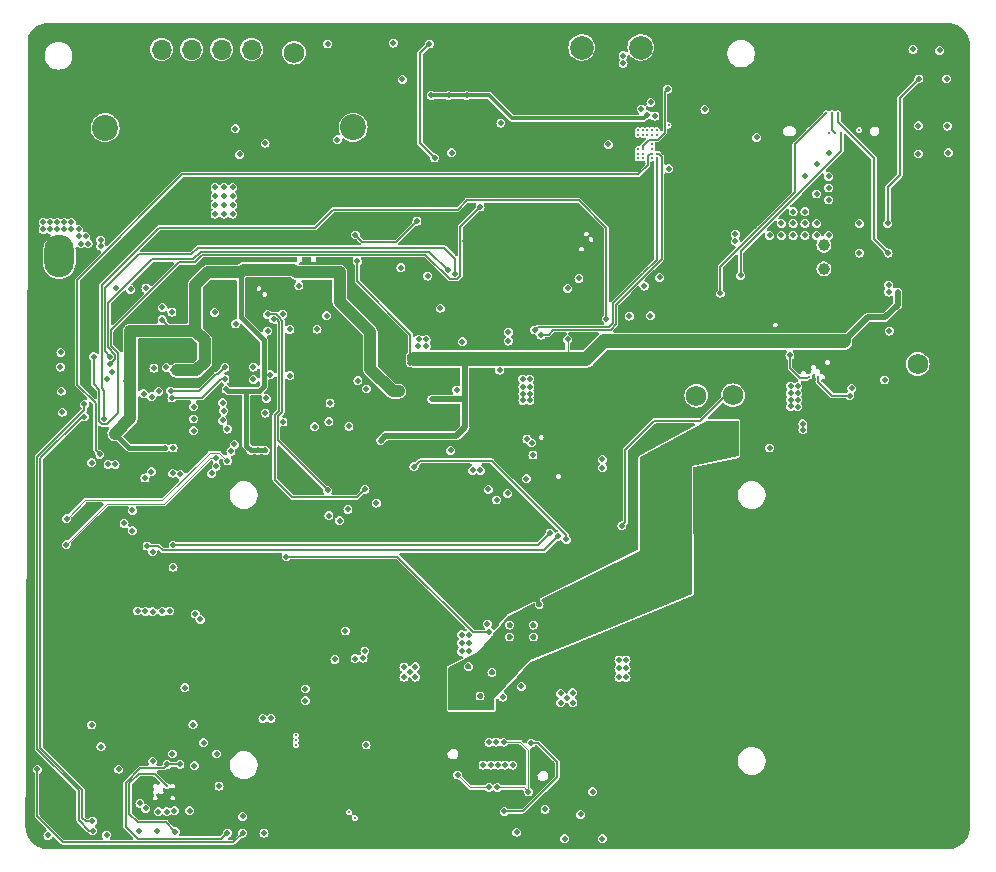
<source format=gbr>
%TF.GenerationSoftware,KiCad,Pcbnew,7.0.6-7.0.6~ubuntu22.04.1*%
%TF.CreationDate,2023-08-25T17:47:13-04:00*%
%TF.ProjectId,robot,726f626f-742e-46b6-9963-61645f706362,rev?*%
%TF.SameCoordinates,Original*%
%TF.FileFunction,Copper,L3,Inr*%
%TF.FilePolarity,Positive*%
%FSLAX46Y46*%
G04 Gerber Fmt 4.6, Leading zero omitted, Abs format (unit mm)*
G04 Created by KiCad (PCBNEW 7.0.6-7.0.6~ubuntu22.04.1) date 2023-08-25 17:47:13*
%MOMM*%
%LPD*%
G01*
G04 APERTURE LIST*
%TA.AperFunction,ComponentPad*%
%ADD10O,0.800000X1.400000*%
%TD*%
%TA.AperFunction,HeatsinkPad*%
%ADD11C,0.500000*%
%TD*%
%TA.AperFunction,ComponentPad*%
%ADD12C,1.755000*%
%TD*%
%TA.AperFunction,ComponentPad*%
%ADD13C,0.400000*%
%TD*%
%TA.AperFunction,ComponentPad*%
%ADD14C,2.200000*%
%TD*%
%TA.AperFunction,ComponentPad*%
%ADD15C,2.000000*%
%TD*%
%TA.AperFunction,ComponentPad*%
%ADD16R,1.700000X1.700000*%
%TD*%
%TA.AperFunction,ComponentPad*%
%ADD17O,1.700000X1.700000*%
%TD*%
%TA.AperFunction,ComponentPad*%
%ADD18C,0.600000*%
%TD*%
%TA.AperFunction,ComponentPad*%
%ADD19O,2.500000X3.600000*%
%TD*%
%TA.AperFunction,ComponentPad*%
%ADD20O,1.700000X0.850000*%
%TD*%
%TA.AperFunction,ComponentPad*%
%ADD21O,2.000000X1.000000*%
%TD*%
%TA.AperFunction,ComponentPad*%
%ADD22O,2.200000X1.100000*%
%TD*%
%TA.AperFunction,ComponentPad*%
%ADD23C,1.000000*%
%TD*%
%TA.AperFunction,ViaPad*%
%ADD24C,0.500000*%
%TD*%
%TA.AperFunction,ViaPad*%
%ADD25C,0.250000*%
%TD*%
%TA.AperFunction,Conductor*%
%ADD26C,0.200000*%
%TD*%
%TA.AperFunction,Conductor*%
%ADD27C,0.152400*%
%TD*%
%TA.AperFunction,Conductor*%
%ADD28C,0.500000*%
%TD*%
%TA.AperFunction,Conductor*%
%ADD29C,1.200000*%
%TD*%
%TA.AperFunction,Conductor*%
%ADD30C,0.100000*%
%TD*%
%TA.AperFunction,Conductor*%
%ADD31C,0.127000*%
%TD*%
%TA.AperFunction,Conductor*%
%ADD32C,1.000000*%
%TD*%
%TA.AperFunction,Conductor*%
%ADD33C,0.400000*%
%TD*%
%TA.AperFunction,Conductor*%
%ADD34C,0.300000*%
%TD*%
G04 APERTURE END LIST*
D10*
%TO.N,GND*%
%TO.C,J1*%
X132790000Y-91990000D03*
X132430000Y-97939998D03*
X124170000Y-97939998D03*
X123810000Y-91990000D03*
%TD*%
D11*
%TO.N,GND*%
%TO.C,Q5*%
X83627401Y-122990100D03*
X83627401Y-121990100D03*
X82627401Y-122990100D03*
X82627401Y-121990100D03*
%TD*%
D12*
%TO.N,/3V3*%
%TO.C,TP39*%
X82740000Y-92540000D03*
%TD*%
D11*
%TO.N,GND*%
%TO.C,U9*%
X91286130Y-142691529D03*
X90711130Y-143641529D03*
X90711130Y-141741529D03*
X90136130Y-142691529D03*
%TD*%
D13*
%TO.N,GND*%
%TO.C,U25*%
X125200000Y-112850000D03*
X126300000Y-112850000D03*
%TD*%
D12*
%TO.N,Net-(NT14-Pad1)*%
%TO.C,TP30*%
X116800000Y-121570495D03*
%TD*%
D14*
%TO.N,/Protection/PACK+*%
%TO.C,TP29*%
X87750000Y-98850000D03*
%TD*%
D12*
%TO.N,/1V8*%
%TO.C,TP40*%
X135550000Y-118900000D03*
%TD*%
D15*
%TO.N,Net-(D6-K)*%
%TO.C,J8*%
X107100000Y-92100000D03*
%TO.N,Net-(D9-A)*%
X112100000Y-92100000D03*
%TD*%
D11*
%TO.N,GND*%
%TO.C,Q6*%
X71317500Y-136849999D03*
X70317500Y-136849999D03*
X71317500Y-137849999D03*
X70317500Y-137849999D03*
%TD*%
D12*
%TO.N,GND*%
%TO.C,TP41*%
X124650000Y-135200000D03*
%TD*%
%TO.N,GND*%
%TO.C,TP43*%
X119350000Y-135250000D03*
%TD*%
%TO.N,Net-(NT16-Pad1)*%
%TO.C,TP34*%
X119900000Y-121550000D03*
%TD*%
%TO.N,GND*%
%TO.C,TP42*%
X63000000Y-143900000D03*
%TD*%
D16*
%TO.N,GND*%
%TO.C,J2*%
X68990000Y-92270000D03*
D17*
%TO.N,/MCU/SWCLK*%
X71530000Y-92270000D03*
%TO.N,/MCU/SWD*%
X74070000Y-92270000D03*
%TO.N,/MCU/UART_TX*%
X76610000Y-92270000D03*
%TO.N,/MCU/UART_RX*%
X79150000Y-92270000D03*
%TD*%
D13*
%TO.N,GND*%
%TO.C,U24*%
X93900000Y-157800000D03*
X95000000Y-157800000D03*
%TD*%
D18*
%TO.N,GND*%
%TO.C,U3*%
X70625400Y-122481300D03*
X70625400Y-123756300D03*
X70625400Y-125031300D03*
X71900400Y-122481300D03*
X71900400Y-123756300D03*
X71900400Y-125031300D03*
X73175400Y-122481300D03*
X73175400Y-123756300D03*
X73175400Y-125031300D03*
%TD*%
D11*
%TO.N,GND*%
%TO.C,U8*%
X104605000Y-144850000D03*
X104030000Y-145800000D03*
X104030000Y-143900000D03*
X103455000Y-144850000D03*
%TD*%
D14*
%TO.N,Net-(BT1-+)*%
%TO.C,TP28*%
X66750000Y-98900000D03*
%TD*%
D19*
%TO.N,Net-(BT1-+)*%
%TO.C,BT1*%
X62870000Y-109785000D03*
%TO.N,GND*%
X137130000Y-109785000D03*
%TD*%
D20*
%TO.N,GND*%
%TO.C,J4*%
X104010000Y-152850000D03*
D21*
X101750000Y-150050000D03*
X98250000Y-150050000D03*
D20*
X95990000Y-152850000D03*
D22*
X100000000Y-155650000D03*
%TD*%
D23*
%TO.N,Net-(U12-REG25)*%
%TO.C,TH1*%
X127605000Y-108835000D03*
%TO.N,Net-(U12-TS)*%
X127605000Y-110835000D03*
%TD*%
D24*
%TO.N,/USB-PD-ExtChg/VBUS_EXT*%
X128000000Y-103000000D03*
X127000000Y-108000000D03*
X123000000Y-108000000D03*
X125000000Y-108000000D03*
X126000000Y-107000000D03*
X124000000Y-107000000D03*
X125000000Y-106000000D03*
X127000000Y-104500000D03*
X128000000Y-105000000D03*
X126000000Y-103000000D03*
X127000000Y-102000000D03*
X128000000Y-101000000D03*
X128000000Y-104000000D03*
X126000000Y-106000000D03*
X125000000Y-107000000D03*
X127000000Y-107000000D03*
X128000000Y-108000000D03*
X126000000Y-108000000D03*
X124000000Y-108000000D03*
D25*
%TO.N,/USB-PD-ExtChg/CC1*%
X130600000Y-99100000D03*
%TO.N,/USB-PD-ExtChg/CC2*%
X126350000Y-99100000D03*
X127800000Y-97650000D03*
D24*
X118850000Y-112900000D03*
%TO.N,/MCU/D+*%
X100900000Y-116200000D03*
%TO.N,/MCU/D-*%
X100900000Y-116950000D03*
%TO.N,/MCU/D+*%
X79300000Y-119150000D03*
%TO.N,/MCU/D-*%
X79300000Y-120200000D03*
X135650000Y-94750000D03*
%TO.N,/MCU/D+*%
X138000000Y-94750000D03*
%TO.N,/MCU/D-*%
X133000000Y-107000000D03*
%TO.N,/MCU/D+*%
X130600000Y-107000000D03*
%TO.N,/DN2*%
X133050000Y-109500000D03*
%TO.N,/DP2*%
X130600000Y-109500000D03*
%TO.N,/USB-PD-ExtChg/CC1*%
X120562392Y-111400000D03*
%TO.N,/USB-PD-ExtChg/CC2*%
X135150000Y-92250000D03*
%TO.N,/USB-PD-ExtChg/CC1*%
X137400000Y-92350000D03*
D25*
%TO.N,/DN2*%
X128800000Y-97650000D03*
%TO.N,/DP2*%
X128300000Y-97650000D03*
%TO.N,/USB-PD-ExtChg/CC1*%
X129050000Y-99350000D03*
%TO.N,/DP2*%
X128550000Y-99350000D03*
%TO.N,/DN2*%
X128050000Y-99350000D03*
D24*
%TO.N,GND*%
X86000000Y-156000000D03*
X98500000Y-147000000D03*
X104795207Y-129372869D03*
X79700000Y-136700000D03*
X87050000Y-100200000D03*
D25*
X127116800Y-119160300D03*
D24*
X132500000Y-157500000D03*
X109700000Y-91550000D03*
X84495207Y-127272869D03*
X81650000Y-158450000D03*
X120000000Y-155000000D03*
X96123984Y-150426016D03*
X139000000Y-126500000D03*
X139000000Y-121000000D03*
X130000000Y-150000000D03*
X97500000Y-139000000D03*
X103995207Y-128872869D03*
X103595207Y-128172869D03*
D25*
X72487011Y-155130287D03*
D24*
X80200000Y-124750000D03*
X65750000Y-156520100D03*
X135000000Y-155000000D03*
D25*
X108290000Y-108355200D03*
D24*
X104695207Y-111572869D03*
X135500000Y-126500000D03*
X118272594Y-110972594D03*
X137500000Y-152500000D03*
X65750000Y-141000000D03*
X118400000Y-96750000D03*
X86250000Y-126250000D03*
X95795207Y-117072869D03*
X136000000Y-114000000D03*
X112450000Y-109900000D03*
X135000000Y-140000000D03*
X97500000Y-140000000D03*
X93795207Y-113372869D03*
X113450000Y-119700000D03*
X114750000Y-113550000D03*
X89000000Y-97450000D03*
X100195207Y-107372869D03*
X95200000Y-120400000D03*
X78050000Y-118300000D03*
X84100000Y-135700000D03*
D25*
X127916800Y-119160300D03*
D24*
X137500000Y-124000000D03*
X117500000Y-152500000D03*
X80900000Y-139600000D03*
X61654115Y-116207659D03*
X106750000Y-133719899D03*
X139000000Y-118000000D03*
X132500000Y-147500000D03*
X77495207Y-112872869D03*
X82350000Y-147850000D03*
X121495207Y-118372869D03*
X115000000Y-150000000D03*
X95750000Y-135500000D03*
X130000000Y-145000000D03*
X127500000Y-132500000D03*
X120000000Y-145000000D03*
X127500000Y-137500000D03*
X122197300Y-114351474D03*
X77495207Y-113772869D03*
X79500000Y-132000000D03*
X66750000Y-129650000D03*
X101000000Y-142000000D03*
X87100000Y-97150000D03*
X94295207Y-114572869D03*
X132500000Y-142500000D03*
X76650500Y-153750000D03*
X125000000Y-145000000D03*
D25*
X126716800Y-120360300D03*
X107890000Y-108755200D03*
D24*
X81900000Y-96700000D03*
X122190169Y-112875285D03*
X137500000Y-147500000D03*
D25*
X108290000Y-109155200D03*
D24*
X115050000Y-107350000D03*
X88500000Y-126000000D03*
X63350000Y-117150000D03*
X122250000Y-94900000D03*
X61400000Y-125600000D03*
X122500000Y-157500000D03*
X137500000Y-157500000D03*
X76194834Y-97191314D03*
X116450000Y-113550000D03*
X129395207Y-118172869D03*
X102995207Y-112872869D03*
X101950000Y-91600000D03*
X79250000Y-158500000D03*
X123995207Y-112372869D03*
X77200000Y-139050000D03*
X102250000Y-137500000D03*
X69188833Y-96922047D03*
X103000000Y-142000000D03*
D25*
X107890000Y-109155200D03*
D24*
X123395207Y-113472869D03*
X112500000Y-152500000D03*
X125000000Y-140000000D03*
X101500000Y-137000000D03*
D25*
X87900000Y-156850000D03*
D24*
X98900000Y-122300000D03*
X83795207Y-132572869D03*
X122000000Y-106500000D03*
X121495207Y-119272869D03*
X93695207Y-114172869D03*
X88000000Y-95450000D03*
X96000000Y-139000000D03*
X108250000Y-96350000D03*
X125000000Y-155000000D03*
X139000000Y-114000000D03*
X72750000Y-105300000D03*
X117500000Y-147500000D03*
X76495207Y-116372869D03*
X98800000Y-120800000D03*
X99500000Y-145000000D03*
X95395207Y-107972869D03*
D25*
X79277166Y-113006276D03*
D24*
X77080828Y-117538072D03*
D25*
X105943892Y-127256831D03*
D24*
X81850000Y-151400000D03*
X109650000Y-121650000D03*
X122195207Y-115472869D03*
X87500000Y-147825700D03*
X86750000Y-129500000D03*
D25*
X83700000Y-150350000D03*
D24*
X122350000Y-96200000D03*
X137500000Y-129000000D03*
X129689038Y-93191684D03*
X115611892Y-113558831D03*
X122500000Y-147500000D03*
X118350000Y-94000000D03*
X97500000Y-144500000D03*
X100750000Y-136750000D03*
X89500000Y-126000000D03*
X116500000Y-96750000D03*
X135000000Y-150000000D03*
X100395207Y-111572869D03*
X117500000Y-157500000D03*
D25*
X106343892Y-127256831D03*
D24*
X128995207Y-118772869D03*
X95142193Y-117113204D03*
X87750000Y-100450000D03*
X87250000Y-125250000D03*
X135000000Y-135000000D03*
X94995207Y-113072869D03*
X86750000Y-128250000D03*
X101295207Y-112972869D03*
X86100000Y-103350000D03*
X98000000Y-135500000D03*
X101595207Y-111572869D03*
X79450000Y-155300000D03*
X115000000Y-155000000D03*
D25*
X79774395Y-112003884D03*
D24*
X66000000Y-136000000D03*
D25*
X104743892Y-127656831D03*
D24*
X122500000Y-142500000D03*
X88000000Y-156000000D03*
X68400000Y-105300000D03*
X67950000Y-117200000D03*
X102500000Y-130750000D03*
X127500000Y-157500000D03*
X103500000Y-137750000D03*
X111200000Y-119700000D03*
X105595207Y-150872869D03*
X132500000Y-137500000D03*
X137500000Y-132500000D03*
X102250000Y-133000000D03*
X103500000Y-148000000D03*
D25*
X71988800Y-155629400D03*
X105143892Y-127256831D03*
D24*
X130000000Y-155000000D03*
X88750000Y-153250000D03*
X130000000Y-140000000D03*
X104750000Y-120600000D03*
X120000000Y-140000000D03*
X89250000Y-145250000D03*
X135000000Y-145000000D03*
X100750000Y-137500000D03*
X84850000Y-96500000D03*
D25*
X105543892Y-127256831D03*
D24*
X64900000Y-114700000D03*
X104595207Y-112872869D03*
X130800000Y-96900000D03*
X103000000Y-141000000D03*
X104650000Y-106075500D03*
X110000000Y-150000000D03*
X115000000Y-145000000D03*
X94295207Y-113772869D03*
X93695207Y-114972869D03*
X69600000Y-113000000D03*
X62250000Y-148750000D03*
X110000000Y-155000000D03*
X68295207Y-127872869D03*
X99395207Y-111572869D03*
X101000000Y-141000000D03*
X112300000Y-122000000D03*
D25*
X107490000Y-109155200D03*
D24*
X87200000Y-103450000D03*
X103395207Y-128772869D03*
X130000000Y-135000000D03*
X115600000Y-112850000D03*
X127500000Y-152500000D03*
X98395207Y-107372869D03*
X127500000Y-147500000D03*
X90750000Y-145250000D03*
X83750000Y-141500000D03*
X79350000Y-151350000D03*
X127500000Y-142500000D03*
X115650000Y-114350000D03*
X82500000Y-144750000D03*
X132500000Y-152500000D03*
X109000000Y-119150000D03*
X93400000Y-139550000D03*
X102995207Y-111572869D03*
X65750000Y-155250000D03*
X112500000Y-157500000D03*
X112749836Y-115717597D03*
X117620977Y-108124417D03*
X93350000Y-103550000D03*
X63400000Y-114700000D03*
X120000000Y-150000000D03*
D25*
X107490000Y-108755200D03*
D24*
X64500000Y-152000000D03*
D25*
X106743892Y-127256831D03*
X126316800Y-120360300D03*
X104343892Y-127656831D03*
X104743892Y-128056831D03*
D24*
X75650000Y-133350000D03*
X78250000Y-145750000D03*
X67750000Y-116500000D03*
X67500000Y-146000000D03*
X92750000Y-95950000D03*
X103500000Y-139250000D03*
X100000000Y-123650000D03*
X137500000Y-142500000D03*
X85100000Y-147900000D03*
X100000000Y-132750000D03*
X69176938Y-103030493D03*
D25*
X127916800Y-120360300D03*
X83300000Y-150350000D03*
D24*
X82695207Y-129472869D03*
X75250000Y-142700000D03*
D25*
X72988800Y-155629400D03*
D24*
X107750000Y-116550000D03*
X125000000Y-150000000D03*
D25*
X105143892Y-127656831D03*
D24*
X87500000Y-132950000D03*
X71800000Y-99150000D03*
X77201196Y-110061191D03*
X97255207Y-108482869D03*
X60750000Y-158250000D03*
X132500000Y-132500000D03*
X70750000Y-143500000D03*
X137500000Y-137500000D03*
D25*
X108290000Y-108755200D03*
D24*
X84795207Y-126172869D03*
%TO.N,/SYS*%
X93951937Y-117397344D03*
X102715207Y-121407869D03*
X102095207Y-120162869D03*
X96400000Y-147300000D03*
X102115207Y-120832869D03*
X93300000Y-116800000D03*
X118800000Y-125025000D03*
X119400000Y-125035000D03*
X118800000Y-125590000D03*
X102715207Y-121972869D03*
X102115207Y-121397869D03*
X96400000Y-146700000D03*
X93931339Y-116803433D03*
X93279067Y-117380179D03*
X118800000Y-124425000D03*
X119400000Y-126165000D03*
X97000000Y-146700000D03*
X102695207Y-120172869D03*
X102715207Y-120842869D03*
X97000000Y-147300000D03*
X118800000Y-126155000D03*
X102115207Y-121962869D03*
X97000000Y-147900000D03*
X119400000Y-124435000D03*
X119400000Y-125600000D03*
X96400000Y-147900000D03*
%TO.N,/3V3*%
X61900000Y-158800000D03*
X92600000Y-118200000D03*
X86200000Y-143900000D03*
X90075000Y-125375000D03*
X133850000Y-112800000D03*
X66400000Y-151300000D03*
X77760000Y-98970000D03*
X92600000Y-118800000D03*
X88100000Y-110200000D03*
X105900000Y-116800000D03*
X94400000Y-121900000D03*
X133850000Y-113500000D03*
%TO.N,Net-(BT1-+)*%
X62100000Y-107500000D03*
X76807903Y-103947614D03*
X76057903Y-105447614D03*
X65100000Y-108100000D03*
X63300000Y-107500000D03*
X62700000Y-107500000D03*
X63900000Y-107500000D03*
X64500000Y-107500000D03*
X77557903Y-105447614D03*
X64700000Y-108700000D03*
X62700000Y-106900000D03*
X62100000Y-106900000D03*
X64500000Y-108100000D03*
X61500000Y-106900000D03*
X76807903Y-105447614D03*
X77557903Y-106197614D03*
X61500000Y-107500000D03*
X76807903Y-106197614D03*
X76057903Y-104697614D03*
X77557903Y-103947614D03*
X77557903Y-104697614D03*
X76807903Y-104697614D03*
X65300000Y-108700000D03*
X76057903Y-106197614D03*
X63300000Y-106900000D03*
X63900000Y-106900000D03*
X76057903Y-103947614D03*
%TO.N,Net-(U3-VREG_VOUT)*%
X72500000Y-126000000D03*
X71942892Y-119191401D03*
%TO.N,/MCU/GPIO28_ADC2*%
X76709807Y-122172869D03*
%TO.N,/MCU/GPIO27_ADC1*%
X76795207Y-122872869D03*
X88874300Y-121000000D03*
%TO.N,/MCU/GPIO26_ADC0*%
X76709807Y-123672869D03*
X87395207Y-124172869D03*
%TO.N,Net-(U6-BST1)*%
X108846892Y-126958831D03*
%TO.N,Net-(U6-BST2)*%
X108856892Y-127672869D03*
%TO.N,Net-(J4-CC2)*%
X72000000Y-152800000D03*
X77100000Y-158600497D03*
X104000000Y-156600000D03*
X73087000Y-152800000D03*
%TO.N,Net-(J4-CC1)*%
X74189554Y-149432625D03*
X99250000Y-150930000D03*
X70775727Y-152530457D03*
%TO.N,/LDOs/SYS*%
X125395207Y-121372869D03*
X125395207Y-120772869D03*
X124795207Y-120762869D03*
X125395207Y-121937869D03*
X125395207Y-122502869D03*
X124795207Y-122492869D03*
X124795207Y-121927869D03*
X124795207Y-121362869D03*
%TO.N,Net-(U11-VBUS)*%
X76200000Y-151900000D03*
%TO.N,Net-(U11-VDD1P8)*%
X74300000Y-152900000D03*
%TO.N,Net-(U12-REG25)*%
X77800000Y-115500000D03*
%TO.N,Net-(U12-TS)*%
X80500000Y-116100000D03*
%TO.N,Net-(U12-BAT)*%
X76025207Y-114531510D03*
%TO.N,Net-(C84-Pad1)*%
X125821416Y-123956585D03*
X125829121Y-124465163D03*
X132750000Y-120250000D03*
%TO.N,Net-(U12-PACKP)*%
X81795207Y-114672869D03*
X84695207Y-115946838D03*
%TO.N,Net-(U13-BST)*%
X95126600Y-114172400D03*
X97000000Y-117000000D03*
%TO.N,/MOTORS/OUT_P1*%
X110250000Y-144675000D03*
X110850000Y-145425000D03*
X110250000Y-143950000D03*
X110250000Y-145425000D03*
X110850000Y-143950000D03*
X110850000Y-144650000D03*
%TO.N,/MOTORS/OUT_P2*%
X97523682Y-141806065D03*
X97523682Y-142506065D03*
X96923682Y-142506065D03*
X96923682Y-143231065D03*
X96923682Y-141806065D03*
X97523682Y-143231065D03*
%TO.N,/MOTORS/OUT_N1*%
X106325000Y-146725000D03*
X105325000Y-147575000D03*
X106350000Y-147575000D03*
X105325000Y-146775000D03*
X105850000Y-147175000D03*
%TO.N,/MOTORS/OUT_N2*%
X92048682Y-144556065D03*
X92998682Y-144531065D03*
X92048682Y-145406065D03*
X93023682Y-145406065D03*
X92548682Y-145006065D03*
%TO.N,/MOTORS/ENC_11*%
X104400000Y-133200000D03*
X72500000Y-134250000D03*
%TO.N,/MOTORS/ENC_21*%
X69500000Y-139800000D03*
X74810291Y-140510008D03*
X85700000Y-131725700D03*
%TO.N,/MOTORS/ENC_12*%
X70300000Y-134300000D03*
X105100000Y-133500000D03*
%TO.N,/MOTORS/ENC_22*%
X86600000Y-132153085D03*
X74399500Y-140073369D03*
X71594499Y-139847147D03*
%TO.N,/SDA_SL*%
X73500000Y-146300000D03*
X89725000Y-130675000D03*
%TO.N,/SCL_SL*%
X87300000Y-131200000D03*
D25*
%TO.N,/I2C0_SDA*%
X113450000Y-101090000D03*
D24*
X88752838Y-129517612D03*
X63050000Y-121200000D03*
X88735630Y-143200000D03*
X67295207Y-119572869D03*
X81025472Y-115100812D03*
X99100000Y-140900000D03*
X103650000Y-116450000D03*
D25*
%TO.N,/I2C0_SCL*%
X113450000Y-101490000D03*
D24*
X102000000Y-146200000D03*
X63125000Y-122975000D03*
X80500000Y-114700000D03*
X103117036Y-116017036D03*
X88600000Y-143800000D03*
X85600000Y-129592869D03*
X66895207Y-120172869D03*
%TO.N,Net-(J4-SBU1)*%
X100547407Y-156764356D03*
X69600000Y-158450000D03*
X102800000Y-151000498D03*
%TO.N,/ADC0*%
X105900000Y-112500000D03*
X85695207Y-123772869D03*
%TO.N,/GPIO4*%
X109195207Y-115072869D03*
X66695207Y-123580116D03*
%TO.N,Net-(J4-SBU2)*%
X99250000Y-154750000D03*
X96600000Y-153700000D03*
X78400000Y-157200000D03*
%TO.N,/BoostRegulator/1V8*%
X133100000Y-112200000D03*
X102851634Y-125572235D03*
X102455221Y-125249851D03*
X133100000Y-112800000D03*
%TO.N,Net-(Q2-GATE1)*%
X83154400Y-112275300D03*
%TO.N,Net-(Q2-GATE2)*%
X82392400Y-115958300D03*
%TO.N,/GPIO10*%
X99249500Y-141594026D03*
X67000000Y-127400000D03*
X82100000Y-135200000D03*
%TO.N,/GPIO11*%
X87100000Y-141500000D03*
X67600000Y-127400000D03*
D25*
%TO.N,/USB-PD-PhonePC/GPIO5*%
X82900000Y-150750000D03*
D24*
X71250000Y-156800000D03*
%TO.N,/USB-PD-PhonePC/DP_EXT*%
X99857490Y-150907490D03*
X135600000Y-101100000D03*
X101592538Y-158535523D03*
X107000000Y-157025000D03*
%TO.N,/I2C1_SDA*%
X95795207Y-110972869D03*
X67197354Y-118875016D03*
X65700000Y-158400000D03*
X65000000Y-122299316D03*
X62950000Y-119150000D03*
%TO.N,/I2C1_SCL*%
X65670600Y-157600000D03*
X63000000Y-117900000D03*
X96395207Y-111272869D03*
X67195207Y-118272869D03*
X65001016Y-123351016D03*
%TO.N,/GPIO7*%
X67900000Y-153200000D03*
X65600000Y-149450000D03*
%TO.N,/USB-PD-PhonePC/GPIO0*%
X73900000Y-156713000D03*
X71150000Y-158450000D03*
%TO.N,/GPIO6*%
X70000000Y-121400000D03*
X91788599Y-110732199D03*
%TO.N,Net-(Q5-3Y)*%
X82395207Y-119872869D03*
%TO.N,Net-(U3-USB_DP)*%
X72295207Y-121172869D03*
X76895207Y-119172869D03*
%TO.N,Net-(U3-USB_DM)*%
X72395207Y-121772869D03*
X76895207Y-120172869D03*
%TO.N,/MCU/SWD*%
X73120000Y-128250000D03*
%TO.N,/MCU/SWCLK*%
X72470000Y-128140000D03*
%TO.N,/GPIO9*%
X66300000Y-126550000D03*
D25*
X113050000Y-101090000D03*
D24*
%TO.N,/MCU/QSPI_SD0*%
X70200000Y-112475000D03*
X70695207Y-121672869D03*
%TO.N,/MCU/QSPI_SCLK*%
X70884400Y-119235100D03*
X68900000Y-112575000D03*
%TO.N,/MCU/QSPI_SD3*%
X71290800Y-121216300D03*
X67679593Y-112475000D03*
%TO.N,/GPIO5*%
X98500000Y-105600000D03*
X65769507Y-118275000D03*
%TO.N,Net-(U4-VINA_S)*%
X106861400Y-111657800D03*
%TO.N,/GPIO13*%
X69050000Y-131300000D03*
X69050000Y-133000000D03*
%TO.N,/GPIO14*%
X68350000Y-132400000D03*
X70119200Y-128537800D03*
%TO.N,/GPIO15*%
X70669200Y-128012800D03*
X70775000Y-139875000D03*
%TO.N,/GPIO16*%
X72500000Y-136100000D03*
X70775000Y-134800000D03*
X65600000Y-127250000D03*
X70151016Y-139851016D03*
X72200000Y-139800000D03*
%TO.N,Net-(U5-EN)*%
X96000000Y-126200000D03*
X96500000Y-121100000D03*
%TO.N,Net-(U5-A2)*%
X102417392Y-128600000D03*
X98517892Y-127891831D03*
%TO.N,Net-(U5-A1)*%
X97867892Y-127891831D03*
X102971106Y-126600000D03*
%TO.N,/USB-PD-PhonePC/DN_EXT_PR*%
X108850000Y-159075000D03*
X66871399Y-158787000D03*
%TO.N,/USB-PD-PhonePC/DP_EXT_PR*%
X105650000Y-159075000D03*
%TO.N,/PowerMux/FLAG*%
X111130900Y-114843000D03*
%TO.N,/VRect*%
X100250000Y-98500000D03*
X88150500Y-120307155D03*
%TO.N,/MCU/ADC3*%
X80300000Y-123050000D03*
X80744707Y-119800000D03*
%TO.N,/USB-PD-PhonePC/DN_EXT*%
X138150000Y-101000000D03*
X102575000Y-155125000D03*
X100484425Y-150915575D03*
X108025000Y-155100000D03*
X99950000Y-154750000D03*
%TO.N,/USB-PD-PhonePC/GPIO4*%
X75102449Y-150947551D03*
X71988800Y-156800000D03*
%TO.N,/USB-PD-PhonePC/VBUS_Phone*%
X100000000Y-152850000D03*
X100600000Y-152850000D03*
X99400000Y-152850000D03*
X98750000Y-152850000D03*
X101250000Y-152850000D03*
%TO.N,Net-(U13-STAT)*%
X91910000Y-94800000D03*
X94050000Y-111450000D03*
%TO.N,Net-(U16-ON)*%
X80200000Y-158607600D03*
D25*
X87400000Y-156850000D03*
D24*
%TO.N,/USB-PD-PhonePC/DN_Switched*%
X69700000Y-156090000D03*
X80100000Y-148900000D03*
X138050000Y-98750000D03*
%TO.N,/USB-PD-PhonePC/DP2_Switched*%
X70171217Y-156528900D03*
X135592036Y-98707964D03*
X80800000Y-148900000D03*
%TO.N,/USB-PD-PhonePC/GPIO3*%
X72600000Y-156713000D03*
D25*
%TO.N,/USB-PD-PhonePC/GPIO1*%
X71988800Y-154629400D03*
D24*
X72700000Y-158500000D03*
%TO.N,/MCU/3V3*%
X80295207Y-126197869D03*
X71800000Y-126000000D03*
X68500000Y-120300000D03*
X74954324Y-118414139D03*
X91600000Y-121200000D03*
X67569200Y-124787800D03*
X79695207Y-126197869D03*
X66381433Y-108383716D03*
X90800000Y-121200000D03*
X66381433Y-108900000D03*
X76995207Y-121027569D03*
X71567845Y-115132155D03*
X72535319Y-119437981D03*
X79095207Y-126197869D03*
%TO.N,/MOTORS/VIO*%
X87911130Y-143841529D03*
X100400000Y-147100000D03*
%TO.N,Net-(U17-VIN)*%
X88850000Y-151150000D03*
D25*
X82900000Y-151150000D03*
D24*
%TO.N,/MOTORS/ENC_VCC*%
X105800000Y-133750000D03*
X92900000Y-127600000D03*
%TO.N,Net-(U14-EN1)*%
X124730000Y-118170000D03*
D25*
X126320000Y-119960000D03*
D24*
%TO.N,/MCU/UART_TX*%
X75780000Y-128150000D03*
%TO.N,/MCU/UART_RX*%
X76150000Y-127550000D03*
%TO.N,/MCU/GPIO22*%
X84500000Y-124200000D03*
X85800000Y-122200000D03*
X81800000Y-123800000D03*
X80400000Y-121800000D03*
X77100000Y-124400000D03*
%TO.N,/MCU/UART_CTS*%
X63450000Y-134200000D03*
X76110000Y-126830000D03*
D25*
%TO.N,Net-(U1-NTC)*%
X111850000Y-100690000D03*
X114450000Y-98700000D03*
D24*
%TO.N,/MCU/UART_RTS*%
X77100000Y-127100000D03*
X63500000Y-132000000D03*
D25*
%TO.N,Net-(D11-K)*%
X112250000Y-100690000D03*
D24*
X114388450Y-95622950D03*
%TO.N,/MCU/GPIO25*%
X72400000Y-114500000D03*
X74250000Y-122500000D03*
%TO.N,/GPIO20*%
X77400000Y-126300000D03*
X80300000Y-100200000D03*
%TO.N,Net-(U14-ENLDO)*%
X123000000Y-126000000D03*
%TO.N,Net-(U17-MODE)*%
X78400000Y-158607600D03*
D25*
X82900000Y-150350000D03*
D24*
X61000000Y-153200000D03*
%TO.N,/Protection/RC2*%
X78140000Y-101150000D03*
%TO.N,Net-(U14-RSET_LDO)*%
X129950000Y-120950000D03*
%TO.N,Net-(U14-SBB2)*%
X129795207Y-121572869D03*
D25*
X127116800Y-119960300D03*
D24*
%TO.N,Net-(D2-A)*%
X133145403Y-116107311D03*
X85600000Y-91800000D03*
%TO.N,Net-(D5-A)*%
X91160000Y-91720000D03*
X112900000Y-114800000D03*
%TO.N,/LED_EN*%
X77700000Y-125700000D03*
X96100000Y-101000000D03*
%TO.N,Net-(IC1-ON)*%
X86400000Y-99900000D03*
X100840261Y-129846453D03*
X99200000Y-129500000D03*
%TO.N,Net-(U18-ISENP)*%
X112400000Y-112300000D03*
X120100000Y-108500000D03*
%TO.N,Net-(U18-VCC)*%
X120100000Y-107900497D03*
X113695207Y-111572869D03*
%TO.N,Net-(D1-A)*%
X94200000Y-91800000D03*
X100150000Y-119422369D03*
X94650000Y-101450000D03*
%TO.N,Net-(SW1-B)*%
X99900000Y-130400000D03*
X85500000Y-114800000D03*
%TO.N,Net-(NT6-Pad2)*%
X93150000Y-106800000D03*
X87942510Y-107957490D03*
%TO.N,Net-(NT16-Pad1)*%
X110500000Y-132600000D03*
%TO.N,Net-(U11-SYS)*%
X83700000Y-147400000D03*
X76400000Y-154629400D03*
D25*
%TO.N,/USB-PD-PhonePC/VBUS_Phone_PS*%
X87900000Y-157350000D03*
D24*
%TO.N,/USB-PD-PhonePC/VCIN*%
X83700000Y-146400000D03*
X72450000Y-151900000D03*
%TO.N,Net-(D4-K)*%
X110600000Y-93450000D03*
D25*
X113450000Y-99490000D03*
X113050000Y-99490000D03*
X113450000Y-99090000D03*
X113050000Y-99090000D03*
D24*
X110600000Y-92800000D03*
%TO.N,Net-(U1-COMA1)*%
X112155468Y-97300933D03*
D25*
X111850000Y-101090000D03*
%TO.N,Net-(U1-COMB1)*%
X111850000Y-101490000D03*
D24*
X112949500Y-96752671D03*
D25*
%TO.N,Net-(U1-COMA2)*%
X112250000Y-101090000D03*
D24*
X109350000Y-100300000D03*
D25*
%TO.N,Net-(D6-K)*%
X112250000Y-99090000D03*
X111850000Y-99090000D03*
X111850000Y-99490000D03*
X112250000Y-99490000D03*
%TO.N,Net-(U1-COMB2)*%
X112250000Y-101490000D03*
%TO.N,Net-(U1-BOOT2)*%
X112650000Y-99490000D03*
%TO.N,/Wireless-Receiver/VAA*%
X113050000Y-100290000D03*
D24*
X117525000Y-97325000D03*
%TO.N,/Wireless-Receiver/VDD*%
X114450000Y-102350000D03*
D25*
X113050000Y-100690000D03*
D24*
%TO.N,Net-(U1-BOOT1)*%
X113300000Y-97900000D03*
D25*
X112650000Y-99090000D03*
%TO.N,/GPIO23*%
X113050000Y-101490000D03*
D24*
X74250000Y-124550000D03*
X121900000Y-99700000D03*
%TO.N,/Wireless-Receiver/IEXT*%
X112650000Y-97800000D03*
X94350000Y-96150000D03*
X95850000Y-96150000D03*
X97350000Y-96150000D03*
%TO.N,/MCU/GPIO24*%
X74250000Y-123550000D03*
X71600000Y-114100000D03*
%TD*%
D26*
%TO.N,/USB-PD-ExtChg/CC1*%
X120562392Y-111400000D02*
X120562392Y-109328214D01*
X120562392Y-109328214D02*
X129050000Y-100840606D01*
X129050000Y-100840606D02*
X129050000Y-99350000D01*
D27*
%TO.N,/USB-PD-ExtChg/CC2*%
X118850000Y-112900000D02*
X118850000Y-110650000D01*
X118850000Y-110650000D02*
X121873800Y-107626200D01*
X125150000Y-100300000D02*
X126350000Y-99100000D01*
X121873800Y-107626200D02*
X121873800Y-107623462D01*
X122126200Y-107373800D02*
X125150000Y-104350000D01*
X125150000Y-104350000D02*
X125150000Y-100300000D01*
X121873800Y-107623462D02*
X122123462Y-107373800D01*
X122123462Y-107373800D02*
X122126200Y-107373800D01*
D26*
%TO.N,/DN2*%
X128800000Y-97650000D02*
X128800000Y-98400000D01*
X131850000Y-101450000D02*
X131850000Y-108300000D01*
X128800000Y-98400000D02*
X131850000Y-101450000D01*
X131850000Y-108300000D02*
X133050000Y-109500000D01*
D27*
%TO.N,/USB-PD-ExtChg/CC2*%
X126350000Y-99100000D02*
X127800000Y-97650000D01*
%TO.N,/3V3*%
X92600000Y-118200000D02*
X92600000Y-116400000D01*
X92600000Y-116400000D02*
X88100000Y-111900000D01*
X88100000Y-111900000D02*
X88100000Y-110200000D01*
D26*
%TO.N,/MCU/D-*%
X133000000Y-107000000D02*
X133030000Y-106970000D01*
X133030000Y-106970000D02*
X133030000Y-103920000D01*
X133030000Y-103920000D02*
X134050000Y-102900000D01*
X134050000Y-102900000D02*
X134050000Y-96350000D01*
X134050000Y-96350000D02*
X135650000Y-94750000D01*
%TO.N,/DP2*%
X128300000Y-97650000D02*
X128300000Y-99100000D01*
X128300000Y-99100000D02*
X128550000Y-99350000D01*
D28*
%TO.N,/3V3*%
X94400000Y-121900000D02*
X97195207Y-121900000D01*
X133850000Y-113900000D02*
X132800000Y-114950000D01*
X96495207Y-124972869D02*
X90477131Y-124972869D01*
X97195207Y-118672869D02*
X96995207Y-118472869D01*
D29*
X111495207Y-116972869D02*
X108995207Y-116972869D01*
D28*
X132800000Y-114950000D02*
X131318076Y-114950000D01*
X131318076Y-114950000D02*
X129295207Y-116972869D01*
D29*
X129295207Y-116972869D02*
X111495207Y-116972869D01*
X105900000Y-118472869D02*
X96995207Y-118472869D01*
X96995207Y-118472869D02*
X92927131Y-118472869D01*
D28*
X97195207Y-124227499D02*
X97195207Y-121900000D01*
X133850000Y-112800000D02*
X133850000Y-113900000D01*
X90477131Y-124972869D02*
X90075000Y-125375000D01*
X97217892Y-124250184D02*
X97195207Y-124227499D01*
D30*
X105900000Y-116800000D02*
X105900000Y-118472869D01*
D28*
X97195207Y-121900000D02*
X97195207Y-118672869D01*
X97217892Y-124250184D02*
X96495207Y-124972869D01*
D29*
X108995207Y-116972869D02*
X107495207Y-118472869D01*
X107495207Y-118472869D02*
X105900000Y-118472869D01*
D27*
%TO.N,Net-(J4-CC2)*%
X69743052Y-153100000D02*
X68500000Y-154343052D01*
X69500000Y-159100000D02*
X76600497Y-159100000D01*
X72000000Y-152800000D02*
X73087000Y-152800000D01*
X68500000Y-154343052D02*
X68500000Y-158100000D01*
X76600497Y-159100000D02*
X77100000Y-158600497D01*
X71700000Y-153100000D02*
X69743052Y-153100000D01*
X68500000Y-158100000D02*
X69500000Y-159100000D01*
X72000000Y-152800000D02*
X71700000Y-153100000D01*
D26*
%TO.N,/MOTORS/ENC_11*%
X72550000Y-134200000D02*
X72500000Y-134250000D01*
X103400000Y-134200000D02*
X72550000Y-134200000D01*
X104400000Y-133200000D02*
X103400000Y-134200000D01*
D27*
%TO.N,/MOTORS/ENC_12*%
X103923800Y-134676200D02*
X71628600Y-134676200D01*
X71628600Y-134676200D02*
X71252400Y-134300000D01*
X105100000Y-133500000D02*
X103923800Y-134676200D01*
X71252400Y-134300000D02*
X70300000Y-134300000D01*
%TO.N,/I2C0_SDA*%
X88095207Y-130172869D02*
X88765207Y-129502869D01*
X82595207Y-130172869D02*
X88095207Y-130172869D01*
D31*
X104300000Y-116400000D02*
X103700000Y-116400000D01*
X113900000Y-109971026D02*
X110000000Y-113871026D01*
D27*
X81263464Y-115100812D02*
X81497600Y-115334948D01*
D31*
X103700000Y-116400000D02*
X103650000Y-116450000D01*
D27*
X81121400Y-123221652D02*
X81121400Y-128699062D01*
X81497600Y-122845452D02*
X81121400Y-123221652D01*
X81025472Y-115100812D02*
X81263464Y-115100812D01*
D31*
X109550000Y-116000000D02*
X104700000Y-116000000D01*
X104700000Y-116000000D02*
X104300000Y-116400000D01*
X110000000Y-113871026D02*
X110000000Y-115550000D01*
D27*
X81121400Y-128699062D02*
X82595207Y-130172869D01*
D31*
X103650000Y-116450000D02*
X104250000Y-116450000D01*
X113450000Y-101090000D02*
X113633847Y-101090000D01*
X110000000Y-115550000D02*
X109550000Y-116000000D01*
X104250000Y-116450000D02*
X104300000Y-116400000D01*
D27*
X81497600Y-115334948D02*
X81497600Y-122845452D01*
D31*
X113633847Y-101090000D02*
X113900000Y-101356153D01*
X113900000Y-101356153D02*
X113900000Y-109971026D01*
%TO.N,/I2C0_SCL*%
X109773000Y-113761907D02*
X112313144Y-111221763D01*
D27*
X81750000Y-122950000D02*
X81373800Y-123326200D01*
X81451672Y-114932072D02*
X81750000Y-115230400D01*
X81373800Y-125351462D02*
X85615207Y-129592869D01*
X81202010Y-114674612D02*
X81451672Y-114924274D01*
D31*
X112313144Y-111221763D02*
X112328237Y-111221763D01*
X109773000Y-115427000D02*
X109773000Y-113761907D01*
X103361072Y-115773000D02*
X109427000Y-115773000D01*
D27*
X81373800Y-123326200D02*
X81373800Y-125351462D01*
X80496950Y-114674612D02*
X81202010Y-114674612D01*
D31*
X109427000Y-115773000D02*
X109773000Y-115427000D01*
X113450000Y-110100000D02*
X113450000Y-101490000D01*
X112328237Y-111221763D02*
X113450000Y-110100000D01*
X103117036Y-116017036D02*
X103361072Y-115773000D01*
D27*
X81451672Y-114924274D02*
X81451672Y-114932072D01*
X81750000Y-115230400D02*
X81750000Y-122950000D01*
D31*
%TO.N,Net-(J4-SBU1)*%
X105050000Y-153830000D02*
X105050000Y-152632735D01*
X105050000Y-152632735D02*
X103417763Y-151000498D01*
X100547407Y-156764356D02*
X102115644Y-156764356D01*
X103417763Y-151000498D02*
X102800000Y-151000498D01*
X102115644Y-156764356D02*
X105050000Y-153830000D01*
D27*
%TO.N,/GPIO4*%
X97375024Y-105050000D02*
X106872338Y-105050000D01*
X84518076Y-107350000D02*
X86042807Y-105825269D01*
X109195207Y-107372869D02*
X109195207Y-115072869D01*
X66695207Y-123580116D02*
X66695207Y-121195207D01*
X96599755Y-105825269D02*
X97375024Y-105050000D01*
X66695207Y-121195207D02*
X66449207Y-120949207D01*
X66449207Y-112218869D02*
X71318076Y-107350000D01*
X66449207Y-120949207D02*
X66449207Y-112218869D01*
X71318076Y-107350000D02*
X84518076Y-107350000D01*
X106872338Y-105050000D02*
X109195207Y-107372869D01*
X86042807Y-105825269D02*
X96599755Y-105825269D01*
D30*
%TO.N,Net-(J4-SBU2)*%
X97650000Y-154750000D02*
X96600000Y-153700000D01*
X99250000Y-154750000D02*
X97650000Y-154750000D01*
D31*
%TO.N,/GPIO10*%
X91502395Y-135200000D02*
X97896421Y-141594026D01*
X97896421Y-141594026D02*
X99249500Y-141594026D01*
X82100000Y-135200000D02*
X91502395Y-135200000D01*
D27*
%TO.N,/I2C1_SDA*%
X65000000Y-122299316D02*
X65000000Y-122750000D01*
X67002400Y-117477324D02*
X67621407Y-118096331D01*
X64500000Y-155000000D02*
X64500000Y-157479400D01*
X67621407Y-118450963D02*
X67197354Y-118875016D01*
X74230000Y-110030000D02*
X70727331Y-110030000D01*
X64500000Y-157479400D02*
X65420600Y-158400000D01*
X67002400Y-113754931D02*
X67002400Y-117477324D01*
X94197338Y-109375000D02*
X74885000Y-109375000D01*
X95795207Y-110972869D02*
X94197338Y-109375000D01*
X70727331Y-110030000D02*
X67002400Y-113754931D01*
X61000000Y-126750000D02*
X61000000Y-151500000D01*
X67621407Y-118096331D02*
X67621407Y-118450963D01*
X61000000Y-151500000D02*
X64500000Y-155000000D01*
X65000000Y-122750000D02*
X61000000Y-126750000D01*
X74885000Y-109375000D02*
X74230000Y-110030000D01*
X65420600Y-158400000D02*
X65700000Y-158400000D01*
%TO.N,/I2C1_SCL*%
X61252400Y-126897600D02*
X61252400Y-151395452D01*
X64798984Y-123351016D02*
X61252400Y-126897600D01*
X66750000Y-112450000D02*
X69580000Y-109620000D01*
X67195207Y-118272869D02*
X66750000Y-117827662D01*
X96395207Y-109972869D02*
X96395207Y-111272869D01*
X95472338Y-109050000D02*
X96395207Y-109972869D01*
X74600000Y-109050000D02*
X95472338Y-109050000D01*
X74030000Y-109620000D02*
X74600000Y-109050000D01*
X69580000Y-109620000D02*
X74030000Y-109620000D01*
X65100000Y-157600000D02*
X65670600Y-157600000D01*
X61252400Y-151395452D02*
X64800000Y-154943052D01*
X64800000Y-154943052D02*
X64800000Y-157300000D01*
X66750000Y-117827662D02*
X66750000Y-112450000D01*
X64800000Y-157300000D02*
X65100000Y-157600000D01*
X65001016Y-123351016D02*
X64798984Y-123351016D01*
%TO.N,Net-(U3-USB_DP)*%
X76295207Y-119772869D02*
X76895207Y-119172869D01*
X76127131Y-119772869D02*
X76295207Y-119772869D01*
X72295207Y-121172869D02*
X74727131Y-121172869D01*
X74727131Y-121172869D02*
X76127131Y-119772869D01*
%TO.N,Net-(U3-USB_DM)*%
X74927131Y-121772869D02*
X76527131Y-120172869D01*
X76527131Y-120172869D02*
X76895207Y-120172869D01*
X72395207Y-121772869D02*
X74927131Y-121772869D01*
D31*
%TO.N,/GPIO9*%
X112700000Y-101256153D02*
X112700000Y-102050000D01*
X65950000Y-122200000D02*
X65950000Y-126200000D01*
X112866153Y-101090000D02*
X112700000Y-101256153D01*
X113050000Y-101090000D02*
X112866153Y-101090000D01*
X73300000Y-102850000D02*
X64400000Y-111750000D01*
X64400000Y-111750000D02*
X64400000Y-120650000D01*
X65950000Y-126200000D02*
X66300000Y-126550000D01*
X64400000Y-120650000D02*
X65950000Y-122200000D01*
X111900000Y-102850000D02*
X73300000Y-102850000D01*
X112700000Y-102050000D02*
X111900000Y-102850000D01*
D27*
%TO.N,/GPIO5*%
X96571745Y-111699069D02*
X95918669Y-111699069D01*
X67873807Y-117991783D02*
X67873807Y-123004254D01*
X66269007Y-123756654D02*
X66269007Y-121125955D01*
X66871745Y-124006316D02*
X66518669Y-124006316D01*
X67254800Y-117372776D02*
X67873807Y-117991783D01*
X96821407Y-107278593D02*
X96821407Y-111449407D01*
X66269007Y-121125955D02*
X65769507Y-120626455D01*
X93847000Y-109627400D02*
X74989548Y-109627400D01*
X95918669Y-111699069D02*
X93847000Y-109627400D01*
X74989548Y-109627400D02*
X74334548Y-110282400D01*
X98500000Y-105600000D02*
X96821407Y-107278593D01*
X74334548Y-110282400D02*
X72995338Y-110282400D01*
X65769507Y-120626455D02*
X65769507Y-118275000D01*
X96821407Y-111449407D02*
X96571745Y-111699069D01*
X66518669Y-124006316D02*
X66269007Y-123756654D01*
X67254800Y-116022938D02*
X67254800Y-117372776D01*
X67873807Y-123004254D02*
X66871745Y-124006316D01*
X72995338Y-110282400D02*
X67254800Y-116022938D01*
D30*
%TO.N,/USB-PD-PhonePC/DN_EXT*%
X102575000Y-151575000D02*
X102575000Y-155125000D01*
X99950000Y-154750000D02*
X102200000Y-154750000D01*
X102200000Y-154750000D02*
X102575000Y-155125000D01*
X101915575Y-150915575D02*
X102575000Y-151575000D01*
X100484425Y-150915575D02*
X101915575Y-150915575D01*
D27*
%TO.N,/USB-PD-PhonePC/GPIO1*%
X71988800Y-154629400D02*
X70959400Y-153600000D01*
X71900000Y-157700000D02*
X72700000Y-158500000D01*
X69600000Y-153600000D02*
X68800000Y-154400000D01*
X70959400Y-153600000D02*
X69600000Y-153600000D01*
X69500000Y-157700000D02*
X71900000Y-157700000D01*
X68800000Y-157000000D02*
X69500000Y-157700000D01*
X68800000Y-154400000D02*
X68800000Y-157000000D01*
D32*
%TO.N,/MCU/3V3*%
X75442900Y-111142100D02*
X78250976Y-111142100D01*
D33*
X80295207Y-126197869D02*
X79095207Y-126197869D01*
D32*
X68895207Y-116097869D02*
X68895207Y-123461793D01*
X74459004Y-119444346D02*
X72814339Y-119444346D01*
D33*
X78695207Y-121197869D02*
X79795207Y-121197869D01*
X76995207Y-121027569D02*
X77165507Y-121197869D01*
D32*
X82684796Y-110897869D02*
X78495207Y-110897869D01*
X89195207Y-116197869D02*
X89195207Y-119295207D01*
X89195207Y-119295207D02*
X91100000Y-121200000D01*
X91100000Y-121200000D02*
X91600000Y-121200000D01*
D33*
X80195207Y-116897869D02*
X78250976Y-114953638D01*
D32*
X68895207Y-116097869D02*
X72000000Y-116097869D01*
X78495207Y-110897869D02*
X78250976Y-111142100D01*
D33*
X79795207Y-121197869D02*
X80195207Y-120797869D01*
X77165507Y-121197869D02*
X78695207Y-121197869D01*
X68779269Y-125997869D02*
X67569200Y-124787800D01*
D32*
X82929027Y-111142100D02*
X82684796Y-110897869D01*
D27*
X72000000Y-115564310D02*
X72000000Y-116097869D01*
D32*
X75195207Y-116897869D02*
X75195207Y-118708143D01*
X74395207Y-116097869D02*
X75195207Y-116897869D01*
X72000000Y-116097869D02*
X74395207Y-116097869D01*
D33*
X78695207Y-125797869D02*
X79095207Y-126197869D01*
D32*
X86620499Y-111142100D02*
X82929027Y-111142100D01*
X74395207Y-112189793D02*
X75442900Y-111142100D01*
X74395207Y-116097869D02*
X74395207Y-112189793D01*
D33*
X78250976Y-114953638D02*
X78250976Y-111142100D01*
D32*
X86620499Y-111142100D02*
X86620499Y-113623161D01*
X75195207Y-118708143D02*
X74459004Y-119444346D01*
D33*
X71795207Y-125997869D02*
X68779269Y-125997869D01*
X78695207Y-121197869D02*
X78695207Y-125797869D01*
D32*
X86620499Y-113623161D02*
X89195207Y-116197869D01*
X68895207Y-123461793D02*
X67569200Y-124787800D01*
D33*
X80195207Y-120797869D02*
X80195207Y-116897869D01*
D27*
X71567845Y-115132155D02*
X72000000Y-115564310D01*
%TO.N,/MOTORS/ENC_VCC*%
X93400000Y-127100000D02*
X92900000Y-127600000D01*
X105800000Y-133400000D02*
X99500000Y-127100000D01*
X99500000Y-127100000D02*
X93400000Y-127100000D01*
X105800000Y-133750000D02*
X105800000Y-133400000D01*
D31*
%TO.N,Net-(U14-EN1)*%
X124730000Y-119240000D02*
X125600000Y-120110000D01*
X125600000Y-120110000D02*
X126170000Y-120110000D01*
X126170000Y-120110000D02*
X126320000Y-119960000D01*
X124730000Y-118170000D02*
X124730000Y-119240000D01*
D30*
%TO.N,/MCU/UART_CTS*%
X66920000Y-130730000D02*
X71760000Y-130730000D01*
X75660000Y-126830000D02*
X76110000Y-126830000D01*
X71760000Y-130730000D02*
X75660000Y-126830000D01*
X63450000Y-134200000D02*
X66920000Y-130730000D01*
%TO.N,/MCU/UART_RTS*%
X71600000Y-130430000D02*
X75600000Y-126430000D01*
X65070000Y-130430000D02*
X71600000Y-130430000D01*
X75600000Y-126430000D02*
X76430000Y-126430000D01*
X76430000Y-126430000D02*
X77100000Y-127100000D01*
X63500000Y-132000000D02*
X65070000Y-130430000D01*
D31*
%TO.N,Net-(D11-K)*%
X113550000Y-99900000D02*
X114150000Y-99300000D01*
X114150000Y-95861400D02*
X114388450Y-95622950D01*
X112800000Y-99900000D02*
X113550000Y-99900000D01*
X114150000Y-99300000D02*
X114150000Y-95861400D01*
X112250000Y-100450000D02*
X112800000Y-99900000D01*
X112250000Y-100690000D02*
X112250000Y-100450000D01*
%TO.N,Net-(U17-MODE)*%
X78400000Y-158607600D02*
X77607600Y-159400000D01*
X61000000Y-157200000D02*
X61000000Y-153200000D01*
X63200000Y-159400000D02*
X61000000Y-157200000D01*
X77607600Y-159400000D02*
X63200000Y-159400000D01*
D26*
%TO.N,Net-(U14-SBB2)*%
X127118200Y-120395862D02*
X128295207Y-121572869D01*
X128295207Y-121572869D02*
X129795207Y-121572869D01*
D31*
X127118200Y-119961599D02*
X127118200Y-120395862D01*
D26*
%TO.N,Net-(D1-A)*%
X94650000Y-101450000D02*
X93400000Y-100200000D01*
X93400000Y-92600000D02*
X94200000Y-91800000D01*
X93400000Y-100200000D02*
X93400000Y-92600000D01*
D31*
%TO.N,Net-(NT6-Pad2)*%
X87942510Y-107957490D02*
X88535020Y-108550000D01*
X91400000Y-108550000D02*
X93150000Y-106800000D01*
X88535020Y-108550000D02*
X91400000Y-108550000D01*
D27*
%TO.N,Net-(NT16-Pad1)*%
X117152825Y-123700000D02*
X119302825Y-121550000D01*
X110800000Y-126150000D02*
X113250000Y-123700000D01*
X110500000Y-132600000D02*
X110800000Y-132300000D01*
X110800000Y-132300000D02*
X110800000Y-126150000D01*
X119302825Y-121550000D02*
X119900000Y-121550000D01*
X113250000Y-123700000D02*
X117152825Y-123700000D01*
D34*
%TO.N,/Wireless-Receiver/IEXT*%
X112350000Y-98100000D02*
X112650000Y-97800000D01*
X97350000Y-96150000D02*
X99250000Y-96150000D01*
X101200000Y-98100000D02*
X112350000Y-98100000D01*
X94350000Y-96150000D02*
X97350000Y-96150000D01*
X99250000Y-96150000D02*
X101200000Y-98100000D01*
%TD*%
%TA.AperFunction,Conductor*%
%TO.N,GND*%
G36*
X81533612Y-125799803D02*
G01*
X81540195Y-125805932D01*
X85187346Y-129453083D01*
X85221372Y-129515395D01*
X85222700Y-129561885D01*
X85217794Y-129592865D01*
X85217794Y-129592868D01*
X85236499Y-129710975D01*
X85274709Y-129785966D01*
X85287813Y-129855743D01*
X85261113Y-129921528D01*
X85203085Y-129962434D01*
X85162442Y-129969169D01*
X82731773Y-129969169D01*
X82663652Y-129949167D01*
X82642678Y-129932264D01*
X81362005Y-128651591D01*
X81327979Y-128589279D01*
X81325100Y-128562496D01*
X81325100Y-125895027D01*
X81345102Y-125826906D01*
X81398758Y-125780413D01*
X81469032Y-125770309D01*
X81533612Y-125799803D01*
G37*
%TD.AperFunction*%
%TA.AperFunction,Conductor*%
G36*
X113179131Y-101742154D02*
G01*
X113235199Y-101785707D01*
X113258819Y-101852660D01*
X113259000Y-101859405D01*
X113259000Y-109968694D01*
X113238998Y-110036815D01*
X113222095Y-110057789D01*
X112738642Y-110541242D01*
X112255800Y-111024084D01*
X112238947Y-111036043D01*
X112239236Y-111036405D01*
X112205204Y-111063541D01*
X112199448Y-111067626D01*
X112193306Y-111071486D01*
X112193301Y-111071490D01*
X112188167Y-111076623D01*
X112182903Y-111081327D01*
X112159971Y-111099616D01*
X112151122Y-111110712D01*
X112150400Y-111110136D01*
X112140002Y-111124788D01*
X109676025Y-113588765D01*
X109661373Y-113599163D01*
X109661949Y-113599885D01*
X109650853Y-113608734D01*
X109632564Y-113631666D01*
X109627860Y-113636930D01*
X109617730Y-113647063D01*
X109616630Y-113645964D01*
X109565298Y-113681989D01*
X109494360Y-113684879D01*
X109433121Y-113648959D01*
X109401023Y-113585633D01*
X109398907Y-113562638D01*
X109398907Y-107428889D01*
X109402038Y-107410464D01*
X109401242Y-107410375D01*
X109402830Y-107396267D01*
X109402832Y-107396263D01*
X109399302Y-107364939D01*
X109398907Y-107357884D01*
X109398907Y-107349915D01*
X109397133Y-107342146D01*
X109395948Y-107335170D01*
X109393473Y-107313203D01*
X109392421Y-107303860D01*
X109392420Y-107303858D01*
X109388546Y-107292788D01*
X109383455Y-107282218D01*
X109383455Y-107282214D01*
X109363811Y-107257582D01*
X109359719Y-107251815D01*
X109355477Y-107245063D01*
X109355472Y-107245057D01*
X109349836Y-107239422D01*
X109345125Y-107234150D01*
X109325478Y-107209514D01*
X109314379Y-107200663D01*
X109314877Y-107200037D01*
X109299633Y-107189219D01*
X107055988Y-104945574D01*
X107045173Y-104930330D01*
X107044546Y-104930831D01*
X107035694Y-104919732D01*
X107035693Y-104919729D01*
X107024066Y-104910456D01*
X107011049Y-104900075D01*
X107005787Y-104895373D01*
X107000145Y-104889731D01*
X106993386Y-104885484D01*
X106987627Y-104881397D01*
X106962993Y-104861752D01*
X106952419Y-104856659D01*
X106941346Y-104852785D01*
X106910030Y-104849257D01*
X106903064Y-104848073D01*
X106895295Y-104846300D01*
X106895292Y-104846300D01*
X106887322Y-104846300D01*
X106880267Y-104845904D01*
X106848944Y-104842375D01*
X106834836Y-104843965D01*
X106834746Y-104843169D01*
X106816319Y-104846300D01*
X97431043Y-104846300D01*
X97412615Y-104843169D01*
X97412526Y-104843965D01*
X97398418Y-104842375D01*
X97398417Y-104842375D01*
X97391371Y-104843169D01*
X97367094Y-104845904D01*
X97360040Y-104846300D01*
X97352069Y-104846300D01*
X97344298Y-104848073D01*
X97337336Y-104849256D01*
X97306018Y-104852785D01*
X97294935Y-104856662D01*
X97284367Y-104861752D01*
X97259735Y-104881396D01*
X97253975Y-104885484D01*
X97247215Y-104889732D01*
X97247214Y-104889732D01*
X97241572Y-104895374D01*
X97236308Y-104900078D01*
X97211669Y-104919728D01*
X97202818Y-104930827D01*
X97202192Y-104930328D01*
X97191377Y-104945569D01*
X96552284Y-105584664D01*
X96489971Y-105618689D01*
X96463188Y-105621569D01*
X86098826Y-105621569D01*
X86080398Y-105618438D01*
X86080309Y-105619234D01*
X86066201Y-105617644D01*
X86066200Y-105617644D01*
X86059154Y-105618438D01*
X86034877Y-105621173D01*
X86027823Y-105621569D01*
X86019852Y-105621569D01*
X86012081Y-105623342D01*
X86005119Y-105624525D01*
X85973798Y-105628054D01*
X85962725Y-105631928D01*
X85952149Y-105637022D01*
X85927507Y-105656673D01*
X85921750Y-105660758D01*
X85915005Y-105664996D01*
X85914997Y-105665003D01*
X85909359Y-105670640D01*
X85904094Y-105675345D01*
X85879454Y-105694995D01*
X85870604Y-105706094D01*
X85869978Y-105705595D01*
X85859159Y-105720840D01*
X84470605Y-107109395D01*
X84408293Y-107143420D01*
X84381510Y-107146300D01*
X71374095Y-107146300D01*
X71355666Y-107143168D01*
X71355577Y-107143965D01*
X71341470Y-107142375D01*
X71341468Y-107142375D01*
X71332194Y-107143420D01*
X71310143Y-107145904D01*
X71303090Y-107146300D01*
X71295121Y-107146300D01*
X71287356Y-107148072D01*
X71280388Y-107149256D01*
X71249068Y-107152785D01*
X71237991Y-107156661D01*
X71227420Y-107161751D01*
X71202779Y-107181402D01*
X71197018Y-107185490D01*
X71190272Y-107189729D01*
X71190266Y-107189734D01*
X71184629Y-107195370D01*
X71179365Y-107200074D01*
X71154721Y-107219728D01*
X71145870Y-107230827D01*
X71145245Y-107230328D01*
X71134426Y-107245573D01*
X66344778Y-112035220D01*
X66329535Y-112046037D01*
X66330034Y-112046663D01*
X66318935Y-112055514D01*
X66299285Y-112080153D01*
X66294581Y-112085417D01*
X66288939Y-112091059D01*
X66288939Y-112091060D01*
X66284691Y-112097820D01*
X66280603Y-112103580D01*
X66260959Y-112128212D01*
X66255869Y-112138780D01*
X66251992Y-112149863D01*
X66248463Y-112181181D01*
X66247280Y-112188143D01*
X66245507Y-112195914D01*
X66245507Y-112203884D01*
X66245111Y-112210942D01*
X66241582Y-112242263D01*
X66243172Y-112256375D01*
X66242376Y-112256464D01*
X66245506Y-112274889D01*
X66245507Y-117912943D01*
X66225505Y-117981064D01*
X66171849Y-118027557D01*
X66101575Y-118037661D01*
X66036995Y-118008167D01*
X66030412Y-118002038D01*
X65994164Y-117965790D01*
X65994161Y-117965788D01*
X65887613Y-117911499D01*
X65775006Y-117893665D01*
X65769507Y-117892794D01*
X65769506Y-117892794D01*
X65651400Y-117911499D01*
X65544852Y-117965788D01*
X65544849Y-117965790D01*
X65460297Y-118050342D01*
X65460295Y-118050345D01*
X65406006Y-118156893D01*
X65387301Y-118274999D01*
X65406006Y-118393106D01*
X65460295Y-118499654D01*
X65460297Y-118499657D01*
X65528901Y-118568261D01*
X65562927Y-118630573D01*
X65565806Y-118657356D01*
X65565807Y-120570436D01*
X65562676Y-120588863D01*
X65563472Y-120588953D01*
X65561882Y-120603061D01*
X65563453Y-120617008D01*
X65565411Y-120634380D01*
X65565807Y-120641439D01*
X65565807Y-120649412D01*
X65567580Y-120657181D01*
X65568764Y-120664147D01*
X65572292Y-120695463D01*
X65576166Y-120706536D01*
X65581259Y-120717110D01*
X65600904Y-120741744D01*
X65604994Y-120747507D01*
X65609238Y-120754262D01*
X65614880Y-120759904D01*
X65619582Y-120765166D01*
X65627396Y-120774964D01*
X65639236Y-120789810D01*
X65639239Y-120789811D01*
X65650338Y-120798663D01*
X65649837Y-120799290D01*
X65665079Y-120810103D01*
X65856711Y-121001735D01*
X66028402Y-121173425D01*
X66062427Y-121235738D01*
X66065307Y-121262521D01*
X66065306Y-121741001D01*
X66045304Y-121809122D01*
X65991648Y-121855615D01*
X65921374Y-121865718D01*
X65856793Y-121836225D01*
X65850211Y-121830096D01*
X64627904Y-120607789D01*
X64593878Y-120545477D01*
X64590999Y-120518703D01*
X64590999Y-111881303D01*
X64611001Y-111813183D01*
X64627899Y-111792214D01*
X70222500Y-106197614D01*
X75675697Y-106197614D01*
X75694402Y-106315720D01*
X75748691Y-106422268D01*
X75748693Y-106422271D01*
X75833245Y-106506823D01*
X75833248Y-106506825D01*
X75939795Y-106561114D01*
X76057903Y-106579820D01*
X76176011Y-106561114D01*
X76282558Y-106506825D01*
X76298595Y-106490788D01*
X76343808Y-106445576D01*
X76406120Y-106411550D01*
X76476935Y-106416615D01*
X76521998Y-106445576D01*
X76583245Y-106506823D01*
X76583248Y-106506825D01*
X76689795Y-106561114D01*
X76807903Y-106579820D01*
X76926011Y-106561114D01*
X77032558Y-106506825D01*
X77048595Y-106490788D01*
X77093808Y-106445576D01*
X77156120Y-106411550D01*
X77226935Y-106416615D01*
X77271998Y-106445576D01*
X77333245Y-106506823D01*
X77333248Y-106506825D01*
X77439795Y-106561114D01*
X77557903Y-106579820D01*
X77676011Y-106561114D01*
X77782558Y-106506825D01*
X77867114Y-106422269D01*
X77921403Y-106315722D01*
X77940109Y-106197614D01*
X77921403Y-106079506D01*
X77867114Y-105972959D01*
X77867112Y-105972956D01*
X77805865Y-105911709D01*
X77771839Y-105849397D01*
X77776904Y-105778582D01*
X77805865Y-105733519D01*
X77867112Y-105672271D01*
X77867114Y-105672269D01*
X77921403Y-105565722D01*
X77940109Y-105447614D01*
X77921403Y-105329506D01*
X77867114Y-105222959D01*
X77867112Y-105222956D01*
X77805865Y-105161709D01*
X77771839Y-105099397D01*
X77776904Y-105028582D01*
X77805865Y-104983519D01*
X77867112Y-104922271D01*
X77867114Y-104922269D01*
X77921403Y-104815722D01*
X77940109Y-104697614D01*
X77921403Y-104579506D01*
X77867114Y-104472959D01*
X77867112Y-104472956D01*
X77805865Y-104411709D01*
X77771839Y-104349397D01*
X77776904Y-104278582D01*
X77805865Y-104233519D01*
X77867112Y-104172271D01*
X77867114Y-104172269D01*
X77921403Y-104065722D01*
X77940109Y-103947614D01*
X77921403Y-103829506D01*
X77867114Y-103722959D01*
X77867112Y-103722956D01*
X77782560Y-103638404D01*
X77782557Y-103638402D01*
X77676009Y-103584113D01*
X77580128Y-103568928D01*
X77557903Y-103565408D01*
X77557902Y-103565408D01*
X77439796Y-103584113D01*
X77333248Y-103638402D01*
X77333245Y-103638404D01*
X77271998Y-103699652D01*
X77209686Y-103733678D01*
X77138871Y-103728613D01*
X77093808Y-103699652D01*
X77032560Y-103638404D01*
X77032557Y-103638402D01*
X76926009Y-103584113D01*
X76830128Y-103568928D01*
X76807903Y-103565408D01*
X76807902Y-103565408D01*
X76689796Y-103584113D01*
X76583248Y-103638402D01*
X76521997Y-103699653D01*
X76459684Y-103733678D01*
X76388869Y-103728612D01*
X76343808Y-103699653D01*
X76282558Y-103638403D01*
X76282556Y-103638402D01*
X76282557Y-103638402D01*
X76176009Y-103584113D01*
X76080128Y-103568928D01*
X76057903Y-103565408D01*
X76057902Y-103565408D01*
X75939796Y-103584113D01*
X75833248Y-103638402D01*
X75833245Y-103638404D01*
X75748693Y-103722956D01*
X75748691Y-103722959D01*
X75694402Y-103829507D01*
X75675697Y-103947614D01*
X75694402Y-104065720D01*
X75748691Y-104172268D01*
X75748693Y-104172271D01*
X75809941Y-104233519D01*
X75843967Y-104295831D01*
X75838902Y-104366646D01*
X75809941Y-104411709D01*
X75748693Y-104472956D01*
X75748691Y-104472959D01*
X75694402Y-104579507D01*
X75675697Y-104697614D01*
X75694402Y-104815720D01*
X75748691Y-104922268D01*
X75748693Y-104922271D01*
X75809941Y-104983519D01*
X75843967Y-105045831D01*
X75838902Y-105116646D01*
X75809941Y-105161709D01*
X75748693Y-105222956D01*
X75748691Y-105222959D01*
X75694402Y-105329507D01*
X75675697Y-105447614D01*
X75694402Y-105565720D01*
X75748691Y-105672268D01*
X75748693Y-105672271D01*
X75809941Y-105733519D01*
X75843967Y-105795831D01*
X75838902Y-105866646D01*
X75809941Y-105911709D01*
X75748693Y-105972956D01*
X75748691Y-105972959D01*
X75694402Y-106079507D01*
X75675697Y-106197614D01*
X70222500Y-106197614D01*
X73342209Y-103077905D01*
X73404522Y-103043879D01*
X73431305Y-103041000D01*
X111846140Y-103041000D01*
X111863853Y-103044009D01*
X111863957Y-103043090D01*
X111878060Y-103044678D01*
X111878065Y-103044680D01*
X111907213Y-103041395D01*
X111914268Y-103041000D01*
X111921518Y-103041000D01*
X111921521Y-103041000D01*
X111928600Y-103039383D01*
X111935550Y-103038202D01*
X111964706Y-103034918D01*
X111964711Y-103034914D01*
X111975105Y-103031277D01*
X111984998Y-103026513D01*
X111984999Y-103026511D01*
X111985003Y-103026511D01*
X112007936Y-103008221D01*
X112013688Y-103004139D01*
X112019840Y-103000275D01*
X112024968Y-102995146D01*
X112030244Y-102990431D01*
X112053170Y-102972149D01*
X112053172Y-102972143D01*
X112062022Y-102961048D01*
X112062746Y-102961625D01*
X112073141Y-102946972D01*
X112796972Y-102223141D01*
X112811625Y-102212746D01*
X112811048Y-102212022D01*
X112822143Y-102203172D01*
X112822149Y-102203170D01*
X112840433Y-102180241D01*
X112845149Y-102174965D01*
X112850275Y-102169840D01*
X112854139Y-102163688D01*
X112858221Y-102157936D01*
X112876511Y-102135003D01*
X112876511Y-102134999D01*
X112876513Y-102134998D01*
X112881277Y-102125105D01*
X112884914Y-102114711D01*
X112884918Y-102114706D01*
X112888202Y-102085550D01*
X112889383Y-102078600D01*
X112891000Y-102071521D01*
X112891000Y-102064268D01*
X112891396Y-102057209D01*
X112894680Y-102028065D01*
X112894679Y-102028062D01*
X112893091Y-102013957D01*
X112894009Y-102013853D01*
X112891000Y-101996140D01*
X112891000Y-101869351D01*
X112911002Y-101801230D01*
X112964658Y-101754737D01*
X113034932Y-101744633D01*
X113041585Y-101745773D01*
X113050000Y-101747447D01*
X113108421Y-101735826D01*
X113179131Y-101742154D01*
G37*
%TD.AperFunction*%
%TA.AperFunction,Conductor*%
G36*
X82952803Y-109851102D02*
G01*
X82999296Y-109904758D01*
X83009400Y-109975032D01*
X83007523Y-109985137D01*
X82987499Y-110072868D01*
X82987499Y-110072869D01*
X83002312Y-110137772D01*
X82997969Y-110208636D01*
X82956004Y-110265902D01*
X82889740Y-110291390D01*
X82859760Y-110290258D01*
X82815120Y-110283187D01*
X82809306Y-110281983D01*
X82764068Y-110270369D01*
X82744098Y-110270369D01*
X82724388Y-110268818D01*
X82704663Y-110265694D01*
X82704662Y-110265694D01*
X82658166Y-110270089D01*
X82652233Y-110270369D01*
X78578394Y-110270369D01*
X78562649Y-110268630D01*
X78562621Y-110268935D01*
X78554729Y-110268188D01*
X78485348Y-110270369D01*
X78455731Y-110270369D01*
X78448876Y-110271234D01*
X78442963Y-110271700D01*
X78396268Y-110273167D01*
X78396263Y-110273168D01*
X78377071Y-110278743D01*
X78357729Y-110282748D01*
X78337917Y-110285252D01*
X78337914Y-110285252D01*
X78294497Y-110302442D01*
X78288882Y-110304365D01*
X78244015Y-110317401D01*
X78226825Y-110327567D01*
X78209073Y-110336263D01*
X78190511Y-110343612D01*
X78190503Y-110343616D01*
X78152714Y-110371070D01*
X78147753Y-110374329D01*
X78107551Y-110398105D01*
X78093422Y-110412233D01*
X78078398Y-110425065D01*
X78062240Y-110436805D01*
X78062238Y-110436807D01*
X78035674Y-110468917D01*
X77976840Y-110508654D01*
X77938591Y-110514600D01*
X75526087Y-110514600D01*
X75510342Y-110512861D01*
X75510314Y-110513166D01*
X75502422Y-110512419D01*
X75433041Y-110514600D01*
X75403424Y-110514600D01*
X75396569Y-110515465D01*
X75390656Y-110515931D01*
X75343961Y-110517398D01*
X75343956Y-110517399D01*
X75324764Y-110522974D01*
X75305422Y-110526979D01*
X75285610Y-110529483D01*
X75285607Y-110529483D01*
X75242190Y-110546673D01*
X75236575Y-110548596D01*
X75191714Y-110561630D01*
X75191701Y-110561635D01*
X75174511Y-110571801D01*
X75156768Y-110580493D01*
X75153545Y-110581770D01*
X75138198Y-110587846D01*
X75138190Y-110587851D01*
X75100408Y-110615301D01*
X75095445Y-110618561D01*
X75055245Y-110642335D01*
X75041114Y-110656465D01*
X75026093Y-110669294D01*
X75009934Y-110681035D01*
X75009933Y-110681036D01*
X74980155Y-110717030D01*
X74976159Y-110721421D01*
X74010317Y-111687262D01*
X73997956Y-111697167D01*
X73998150Y-111697402D01*
X73992046Y-111702451D01*
X73974254Y-111721398D01*
X73944529Y-111753051D01*
X73938371Y-111759209D01*
X73923589Y-111773990D01*
X73923584Y-111773996D01*
X73919342Y-111779465D01*
X73915491Y-111783973D01*
X73897161Y-111803494D01*
X73883515Y-111818025D01*
X73883511Y-111818030D01*
X73873888Y-111835534D01*
X73863037Y-111852052D01*
X73850799Y-111867828D01*
X73832248Y-111910695D01*
X73829637Y-111916025D01*
X73807137Y-111956953D01*
X73807133Y-111956964D01*
X73802165Y-111976309D01*
X73795766Y-111994999D01*
X73787831Y-112013336D01*
X73780524Y-112059473D01*
X73779320Y-112065285D01*
X73767707Y-112110519D01*
X73767707Y-112130491D01*
X73766156Y-112150200D01*
X73763032Y-112169925D01*
X73763032Y-112169926D01*
X73767427Y-112216421D01*
X73767707Y-112222353D01*
X73767707Y-115344369D01*
X73747705Y-115412490D01*
X73694049Y-115458983D01*
X73641707Y-115470369D01*
X72246324Y-115470369D01*
X72178203Y-115450367D01*
X72156748Y-115432982D01*
X72154290Y-115430497D01*
X72149820Y-115425467D01*
X72130273Y-115400956D01*
X72119174Y-115392105D01*
X72119672Y-115391479D01*
X72104424Y-115380659D01*
X71982577Y-115258812D01*
X71948551Y-115196500D01*
X71947224Y-115150004D01*
X71950051Y-115132156D01*
X71950051Y-115132155D01*
X71934880Y-115036369D01*
X71931345Y-115014047D01*
X71877056Y-114907500D01*
X71877054Y-114907497D01*
X71792502Y-114822945D01*
X71792499Y-114822943D01*
X71685951Y-114768654D01*
X71586982Y-114752980D01*
X71567845Y-114749949D01*
X71567844Y-114749949D01*
X71449738Y-114768654D01*
X71343190Y-114822943D01*
X71343187Y-114822945D01*
X71258635Y-114907497D01*
X71258633Y-114907500D01*
X71204344Y-115014048D01*
X71185639Y-115132155D01*
X71204344Y-115250263D01*
X71223148Y-115287167D01*
X71236252Y-115356943D01*
X71209552Y-115422728D01*
X71151524Y-115463634D01*
X71110881Y-115470369D01*
X68966432Y-115470369D01*
X68942823Y-115468137D01*
X68934921Y-115466630D01*
X68934917Y-115466630D01*
X68919666Y-115467589D01*
X68877450Y-115470245D01*
X68873516Y-115470369D01*
X68855731Y-115470369D01*
X68855727Y-115470369D01*
X68855714Y-115470370D01*
X68838082Y-115472597D01*
X68834146Y-115472969D01*
X68776692Y-115476584D01*
X68769028Y-115479074D01*
X68745896Y-115484244D01*
X68737921Y-115485251D01*
X68737914Y-115485253D01*
X68684390Y-115506444D01*
X68680668Y-115507784D01*
X68625908Y-115525577D01*
X68625901Y-115525580D01*
X68619109Y-115529891D01*
X68597989Y-115540652D01*
X68594235Y-115542138D01*
X68590503Y-115543616D01*
X68543924Y-115577457D01*
X68540652Y-115579680D01*
X68492049Y-115610525D01*
X68492041Y-115610531D01*
X68486531Y-115616399D01*
X68468756Y-115632070D01*
X68462244Y-115636801D01*
X68462242Y-115636803D01*
X68425544Y-115681162D01*
X68422927Y-115684130D01*
X68383515Y-115726100D01*
X68383511Y-115726105D01*
X68379628Y-115733168D01*
X68366310Y-115752764D01*
X68361183Y-115758962D01*
X68361180Y-115758966D01*
X68336667Y-115811058D01*
X68334871Y-115814582D01*
X68307134Y-115865036D01*
X68307133Y-115865039D01*
X68305130Y-115872841D01*
X68297104Y-115895133D01*
X68293676Y-115902417D01*
X68293675Y-115902422D01*
X68282889Y-115958961D01*
X68282026Y-115962822D01*
X68267707Y-116018595D01*
X68267707Y-116026644D01*
X68265475Y-116050252D01*
X68263968Y-116058155D01*
X68267583Y-116115625D01*
X68267707Y-116119558D01*
X68267707Y-117798441D01*
X68247705Y-117866562D01*
X68194049Y-117913055D01*
X68123775Y-117923159D01*
X68059195Y-117893665D01*
X68035022Y-117865481D01*
X68034078Y-117863979D01*
X68034072Y-117863971D01*
X68028436Y-117858336D01*
X68023725Y-117853064D01*
X68004078Y-117828428D01*
X67992979Y-117819577D01*
X67993477Y-117818951D01*
X67978235Y-117808135D01*
X67495404Y-117325304D01*
X67461379Y-117262992D01*
X67458500Y-117236209D01*
X67458500Y-116159504D01*
X67478502Y-116091383D01*
X67495405Y-116070409D01*
X69465814Y-114100000D01*
X71217794Y-114100000D01*
X71236499Y-114218106D01*
X71290788Y-114324654D01*
X71290790Y-114324657D01*
X71375342Y-114409209D01*
X71375345Y-114409211D01*
X71481892Y-114463500D01*
X71600000Y-114482206D01*
X71718108Y-114463500D01*
X71824655Y-114409211D01*
X71824654Y-114409211D01*
X71833491Y-114404709D01*
X71835036Y-114407742D01*
X71885452Y-114389738D01*
X71954609Y-114405798D01*
X72004104Y-114456697D01*
X72017132Y-114495820D01*
X72036499Y-114618106D01*
X72090788Y-114724654D01*
X72090790Y-114724657D01*
X72175342Y-114809209D01*
X72175345Y-114809211D01*
X72281892Y-114863500D01*
X72400000Y-114882206D01*
X72518108Y-114863500D01*
X72624655Y-114809211D01*
X72709211Y-114724655D01*
X72763500Y-114618108D01*
X72782206Y-114500000D01*
X72763500Y-114381892D01*
X72709211Y-114275345D01*
X72709209Y-114275342D01*
X72624657Y-114190790D01*
X72624654Y-114190788D01*
X72518106Y-114136499D01*
X72400000Y-114117794D01*
X72281893Y-114136499D01*
X72166509Y-114195291D01*
X72164967Y-114192264D01*
X72114475Y-114210265D01*
X72045328Y-114194166D01*
X71995862Y-114143239D01*
X71982867Y-114104178D01*
X71982205Y-114100002D01*
X71982206Y-114100000D01*
X71963500Y-113981892D01*
X71909211Y-113875345D01*
X71909209Y-113875342D01*
X71824657Y-113790790D01*
X71824654Y-113790788D01*
X71718106Y-113736499D01*
X71600000Y-113717794D01*
X71481893Y-113736499D01*
X71375345Y-113790788D01*
X71375342Y-113790790D01*
X71290790Y-113875342D01*
X71290788Y-113875345D01*
X71236499Y-113981893D01*
X71217794Y-114100000D01*
X69465814Y-114100000D01*
X73042809Y-110523005D01*
X73105121Y-110488979D01*
X73131904Y-110486100D01*
X74278529Y-110486100D01*
X74296956Y-110489230D01*
X74297046Y-110488435D01*
X74311149Y-110490023D01*
X74311154Y-110490025D01*
X74342477Y-110486495D01*
X74349532Y-110486100D01*
X74357500Y-110486100D01*
X74357502Y-110486100D01*
X74365277Y-110484324D01*
X74372229Y-110483143D01*
X74403557Y-110479614D01*
X74403560Y-110479611D01*
X74414637Y-110475736D01*
X74425203Y-110470648D01*
X74439561Y-110459197D01*
X74449831Y-110451005D01*
X74455604Y-110446910D01*
X74462355Y-110442669D01*
X74467994Y-110437028D01*
X74473268Y-110432316D01*
X74480880Y-110426246D01*
X74497903Y-110412671D01*
X74497904Y-110412667D01*
X74506754Y-110401571D01*
X74507381Y-110402071D01*
X74518195Y-110386827D01*
X75037019Y-109868004D01*
X75099332Y-109833979D01*
X75126115Y-109831100D01*
X82884682Y-109831100D01*
X82952803Y-109851102D01*
G37*
%TD.AperFunction*%
%TA.AperFunction,Conductor*%
G36*
X106803893Y-105273702D02*
G01*
X106824867Y-105290605D01*
X108954602Y-107420340D01*
X108988628Y-107482652D01*
X108991507Y-107509435D01*
X108991507Y-114690511D01*
X108971505Y-114758632D01*
X108954603Y-114779606D01*
X108885995Y-114848214D01*
X108831706Y-114954762D01*
X108813001Y-115072868D01*
X108831706Y-115190975D01*
X108885995Y-115297523D01*
X108885997Y-115297526D01*
X108955376Y-115366905D01*
X108989402Y-115429217D01*
X108984337Y-115500032D01*
X108941790Y-115556868D01*
X108875270Y-115581679D01*
X108866281Y-115582000D01*
X103414932Y-115582000D01*
X103397218Y-115578990D01*
X103397115Y-115579910D01*
X103383007Y-115578320D01*
X103383006Y-115578320D01*
X103374415Y-115579288D01*
X103353858Y-115581604D01*
X103346804Y-115582000D01*
X103339546Y-115582000D01*
X103332470Y-115583615D01*
X103325507Y-115584798D01*
X103296369Y-115588081D01*
X103285978Y-115591716D01*
X103276066Y-115596490D01*
X103253132Y-115614779D01*
X103247367Y-115618870D01*
X103240885Y-115622943D01*
X103172564Y-115642250D01*
X103154137Y-115640706D01*
X103129512Y-115636806D01*
X103117036Y-115634830D01*
X102998929Y-115653535D01*
X102892381Y-115707824D01*
X102892378Y-115707826D01*
X102807826Y-115792378D01*
X102807824Y-115792381D01*
X102753535Y-115898929D01*
X102734830Y-116017036D01*
X102753535Y-116135142D01*
X102807824Y-116241690D01*
X102807826Y-116241693D01*
X102892378Y-116326245D01*
X102892381Y-116326247D01*
X102998928Y-116380536D01*
X103117036Y-116399242D01*
X103117036Y-116399241D01*
X103117037Y-116399242D01*
X103117038Y-116399242D01*
X103131811Y-116396902D01*
X103202222Y-116406000D01*
X103256536Y-116451721D01*
X103275972Y-116501639D01*
X103286499Y-116568106D01*
X103340788Y-116674654D01*
X103340790Y-116674657D01*
X103425342Y-116759209D01*
X103425345Y-116759211D01*
X103531892Y-116813500D01*
X103650000Y-116832206D01*
X103768108Y-116813500D01*
X103874655Y-116759211D01*
X103955962Y-116677903D01*
X104018272Y-116643880D01*
X104045056Y-116641000D01*
X104196140Y-116641000D01*
X104213853Y-116644009D01*
X104213957Y-116643090D01*
X104228060Y-116644678D01*
X104228065Y-116644680D01*
X104257213Y-116641395D01*
X104264268Y-116641000D01*
X104271518Y-116641000D01*
X104271521Y-116641000D01*
X104278600Y-116639383D01*
X104285550Y-116638202D01*
X104314706Y-116634918D01*
X104314711Y-116634914D01*
X104325105Y-116631277D01*
X104334998Y-116626513D01*
X104334999Y-116626511D01*
X104335003Y-116626511D01*
X104357936Y-116608221D01*
X104363688Y-116604139D01*
X104369840Y-116600275D01*
X104374968Y-116595146D01*
X104380244Y-116590431D01*
X104403170Y-116572149D01*
X104403172Y-116572143D01*
X104412022Y-116561048D01*
X104413854Y-116562509D01*
X104433570Y-116537778D01*
X104453170Y-116522149D01*
X104453172Y-116522144D01*
X104462022Y-116511048D01*
X104462746Y-116511625D01*
X104473140Y-116496973D01*
X104742210Y-116227904D01*
X104804523Y-116193879D01*
X104831306Y-116191000D01*
X105741930Y-116191000D01*
X105810051Y-116211002D01*
X105856544Y-116264658D01*
X105866648Y-116334932D01*
X105837154Y-116399512D01*
X105790079Y-116430724D01*
X105790728Y-116431998D01*
X105781892Y-116436499D01*
X105781892Y-116436500D01*
X105770235Y-116442439D01*
X105675345Y-116490788D01*
X105675342Y-116490790D01*
X105590790Y-116575342D01*
X105590788Y-116575345D01*
X105536499Y-116681893D01*
X105517794Y-116800000D01*
X105536499Y-116918106D01*
X105590788Y-117024654D01*
X105590790Y-117024657D01*
X105682357Y-117116224D01*
X105680262Y-117118318D01*
X105713910Y-117161944D01*
X105722500Y-117207671D01*
X105722500Y-117619369D01*
X105702498Y-117687490D01*
X105648842Y-117733983D01*
X105596500Y-117745369D01*
X94403902Y-117745369D01*
X94335781Y-117725367D01*
X94289288Y-117671711D01*
X94279184Y-117601437D01*
X94291635Y-117562166D01*
X94304712Y-117536500D01*
X94315437Y-117515452D01*
X94334143Y-117397344D01*
X94315437Y-117279236D01*
X94261148Y-117172689D01*
X94255321Y-117164669D01*
X94257098Y-117163377D01*
X94229400Y-117112654D01*
X94234465Y-117041839D01*
X94240255Y-117028668D01*
X94254862Y-117000000D01*
X96617794Y-117000000D01*
X96636499Y-117118106D01*
X96690788Y-117224654D01*
X96690790Y-117224657D01*
X96775342Y-117309209D01*
X96775345Y-117309211D01*
X96881892Y-117363500D01*
X97000000Y-117382206D01*
X97118108Y-117363500D01*
X97224655Y-117309211D01*
X97309211Y-117224655D01*
X97363500Y-117118108D01*
X97382206Y-117000000D01*
X97374287Y-116950000D01*
X100517794Y-116950000D01*
X100536499Y-117068106D01*
X100590788Y-117174654D01*
X100590790Y-117174657D01*
X100675342Y-117259209D01*
X100675345Y-117259211D01*
X100781892Y-117313500D01*
X100900000Y-117332206D01*
X101018108Y-117313500D01*
X101124655Y-117259211D01*
X101209211Y-117174655D01*
X101263500Y-117068108D01*
X101282206Y-116950000D01*
X101263500Y-116831892D01*
X101209211Y-116725345D01*
X101209209Y-116725342D01*
X101147962Y-116664095D01*
X101113936Y-116601783D01*
X101119001Y-116530968D01*
X101147962Y-116485905D01*
X101209209Y-116424657D01*
X101209211Y-116424655D01*
X101263500Y-116318108D01*
X101282206Y-116200000D01*
X101263500Y-116081892D01*
X101209211Y-115975345D01*
X101209209Y-115975342D01*
X101124657Y-115890790D01*
X101124654Y-115890788D01*
X101018106Y-115836499D01*
X100922225Y-115821314D01*
X100900000Y-115817794D01*
X100899999Y-115817794D01*
X100781893Y-115836499D01*
X100675345Y-115890788D01*
X100675342Y-115890790D01*
X100590790Y-115975342D01*
X100590788Y-115975345D01*
X100536499Y-116081893D01*
X100517794Y-116200000D01*
X100536499Y-116318106D01*
X100582919Y-116409211D01*
X100590789Y-116424655D01*
X100652039Y-116485905D01*
X100686063Y-116548215D01*
X100680999Y-116619031D01*
X100652039Y-116664094D01*
X100590788Y-116725345D01*
X100536499Y-116831893D01*
X100517794Y-116950000D01*
X97374287Y-116950000D01*
X97363500Y-116881892D01*
X97309211Y-116775345D01*
X97309209Y-116775342D01*
X97224657Y-116690790D01*
X97224654Y-116690788D01*
X97118106Y-116636499D01*
X97000000Y-116617794D01*
X96881893Y-116636499D01*
X96775345Y-116690788D01*
X96775342Y-116690790D01*
X96690790Y-116775342D01*
X96690788Y-116775345D01*
X96636499Y-116881893D01*
X96617794Y-117000000D01*
X94254862Y-117000000D01*
X94294839Y-116921542D01*
X94301118Y-116881893D01*
X94313545Y-116803433D01*
X94294839Y-116685325D01*
X94240550Y-116578778D01*
X94240548Y-116578775D01*
X94155996Y-116494223D01*
X94155993Y-116494221D01*
X94049445Y-116439932D01*
X93945021Y-116423394D01*
X93931339Y-116421227D01*
X93931338Y-116421227D01*
X93813232Y-116439932D01*
X93706684Y-116494221D01*
X93706681Y-116494223D01*
X93706481Y-116494424D01*
X93706178Y-116494589D01*
X93698664Y-116500049D01*
X93697958Y-116499077D01*
X93644169Y-116528450D01*
X93573354Y-116523385D01*
X93528291Y-116494424D01*
X93524657Y-116490790D01*
X93524654Y-116490788D01*
X93418106Y-116436499D01*
X93319504Y-116420883D01*
X93300000Y-116417794D01*
X93299999Y-116417794D01*
X93181893Y-116436499D01*
X93075345Y-116490788D01*
X93075342Y-116490790D01*
X93018795Y-116547338D01*
X92956483Y-116581364D01*
X92885668Y-116576299D01*
X92828832Y-116533752D01*
X92804021Y-116467232D01*
X92803700Y-116458243D01*
X92803700Y-116456020D01*
X92806831Y-116437595D01*
X92806035Y-116437506D01*
X92807623Y-116423398D01*
X92807625Y-116423394D01*
X92804095Y-116392070D01*
X92803700Y-116385015D01*
X92803700Y-116377046D01*
X92801926Y-116369277D01*
X92800741Y-116362301D01*
X92797214Y-116330992D01*
X92793339Y-116319919D01*
X92788248Y-116309349D01*
X92788248Y-116309345D01*
X92768604Y-116284713D01*
X92764512Y-116278946D01*
X92760270Y-116272194D01*
X92760265Y-116272188D01*
X92754629Y-116266553D01*
X92749918Y-116261281D01*
X92730271Y-116236645D01*
X92719172Y-116227794D01*
X92719670Y-116227168D01*
X92704426Y-116216350D01*
X90660476Y-114172400D01*
X94744394Y-114172400D01*
X94763099Y-114290506D01*
X94817388Y-114397054D01*
X94817390Y-114397057D01*
X94901942Y-114481609D01*
X94901945Y-114481611D01*
X95008492Y-114535900D01*
X95126600Y-114554606D01*
X95244708Y-114535900D01*
X95351255Y-114481611D01*
X95435811Y-114397055D01*
X95490100Y-114290508D01*
X95508806Y-114172400D01*
X95490100Y-114054292D01*
X95435811Y-113947745D01*
X95435809Y-113947742D01*
X95351257Y-113863190D01*
X95351254Y-113863188D01*
X95244706Y-113808899D01*
X95126600Y-113790194D01*
X95008493Y-113808899D01*
X94901945Y-113863188D01*
X94901942Y-113863190D01*
X94817390Y-113947742D01*
X94817388Y-113947745D01*
X94763099Y-114054293D01*
X94744394Y-114172400D01*
X90660476Y-114172400D01*
X88988077Y-112500000D01*
X105517794Y-112500000D01*
X105536499Y-112618106D01*
X105590788Y-112724654D01*
X105590790Y-112724657D01*
X105675342Y-112809209D01*
X105675345Y-112809211D01*
X105781892Y-112863500D01*
X105900000Y-112882206D01*
X106018108Y-112863500D01*
X106124655Y-112809211D01*
X106209211Y-112724655D01*
X106263500Y-112618108D01*
X106282206Y-112500000D01*
X106263500Y-112381892D01*
X106209211Y-112275345D01*
X106209209Y-112275342D01*
X106124657Y-112190790D01*
X106124654Y-112190788D01*
X106018106Y-112136499D01*
X105900000Y-112117794D01*
X105781893Y-112136499D01*
X105675345Y-112190788D01*
X105675342Y-112190790D01*
X105590790Y-112275342D01*
X105590788Y-112275345D01*
X105536499Y-112381893D01*
X105517794Y-112500000D01*
X88988077Y-112500000D01*
X88340605Y-111852528D01*
X88306579Y-111790216D01*
X88303700Y-111763433D01*
X88303700Y-111450000D01*
X93667794Y-111450000D01*
X93686499Y-111568106D01*
X93740788Y-111674654D01*
X93740790Y-111674657D01*
X93825342Y-111759209D01*
X93825345Y-111759211D01*
X93931892Y-111813500D01*
X94050000Y-111832206D01*
X94168108Y-111813500D01*
X94274655Y-111759211D01*
X94359211Y-111674655D01*
X94413500Y-111568108D01*
X94432206Y-111450000D01*
X94413500Y-111331892D01*
X94359211Y-111225345D01*
X94359209Y-111225342D01*
X94274657Y-111140790D01*
X94274654Y-111140788D01*
X94168106Y-111086499D01*
X94050000Y-111067794D01*
X93931893Y-111086499D01*
X93825345Y-111140788D01*
X93825342Y-111140790D01*
X93740790Y-111225342D01*
X93740788Y-111225345D01*
X93686499Y-111331893D01*
X93667794Y-111450000D01*
X88303700Y-111450000D01*
X88303700Y-110732199D01*
X91406393Y-110732199D01*
X91409913Y-110754424D01*
X91425098Y-110850305D01*
X91479387Y-110956853D01*
X91479389Y-110956856D01*
X91563941Y-111041408D01*
X91563944Y-111041410D01*
X91670491Y-111095699D01*
X91788599Y-111114405D01*
X91906707Y-111095699D01*
X92013254Y-111041410D01*
X92097810Y-110956854D01*
X92152099Y-110850307D01*
X92170805Y-110732199D01*
X92152099Y-110614091D01*
X92097810Y-110507544D01*
X92097808Y-110507541D01*
X92013256Y-110422989D01*
X92013253Y-110422987D01*
X91906705Y-110368698D01*
X91788599Y-110349993D01*
X91670492Y-110368698D01*
X91563944Y-110422987D01*
X91563941Y-110422989D01*
X91479389Y-110507541D01*
X91479387Y-110507544D01*
X91425098Y-110614092D01*
X91413930Y-110684610D01*
X91406393Y-110732199D01*
X88303700Y-110732199D01*
X88303700Y-110582357D01*
X88323702Y-110514236D01*
X88340605Y-110493262D01*
X88409209Y-110424657D01*
X88409211Y-110424655D01*
X88463500Y-110318108D01*
X88482206Y-110200000D01*
X88463500Y-110081892D01*
X88429060Y-110014302D01*
X88415957Y-109944527D01*
X88442657Y-109878742D01*
X88500684Y-109837835D01*
X88541328Y-109831100D01*
X93710434Y-109831100D01*
X93778555Y-109851102D01*
X93799529Y-109868005D01*
X95735019Y-111803494D01*
X95745839Y-111818741D01*
X95746465Y-111818243D01*
X95755313Y-111829339D01*
X95755314Y-111829340D01*
X95779968Y-111849002D01*
X95785218Y-111853694D01*
X95790862Y-111859337D01*
X95795555Y-111862286D01*
X95797609Y-111863577D01*
X95803373Y-111867667D01*
X95828013Y-111887317D01*
X95838583Y-111892406D01*
X95849657Y-111896281D01*
X95849660Y-111896283D01*
X95880974Y-111899810D01*
X95887937Y-111900993D01*
X95895715Y-111902769D01*
X95903685Y-111902769D01*
X95910739Y-111903164D01*
X95942063Y-111906694D01*
X95942067Y-111906692D01*
X95956171Y-111905104D01*
X95956260Y-111905899D01*
X95974688Y-111902769D01*
X96515726Y-111902769D01*
X96534153Y-111905899D01*
X96534243Y-111905104D01*
X96548346Y-111906692D01*
X96548351Y-111906694D01*
X96579674Y-111903164D01*
X96586729Y-111902769D01*
X96594697Y-111902769D01*
X96594699Y-111902769D01*
X96602474Y-111900993D01*
X96609426Y-111899812D01*
X96640754Y-111896283D01*
X96640757Y-111896280D01*
X96651834Y-111892405D01*
X96662400Y-111887317D01*
X96686833Y-111867831D01*
X96687028Y-111867674D01*
X96692801Y-111863579D01*
X96694665Y-111862408D01*
X96699552Y-111859338D01*
X96705191Y-111853697D01*
X96710465Y-111848985D01*
X96735100Y-111829340D01*
X96735101Y-111829336D01*
X96743951Y-111818240D01*
X96744578Y-111818740D01*
X96755391Y-111803497D01*
X96901087Y-111657800D01*
X106479194Y-111657800D01*
X106497899Y-111775906D01*
X106552188Y-111882454D01*
X106552190Y-111882457D01*
X106636742Y-111967009D01*
X106636745Y-111967011D01*
X106743292Y-112021300D01*
X106861400Y-112040006D01*
X106979508Y-112021300D01*
X107086055Y-111967011D01*
X107170611Y-111882455D01*
X107224900Y-111775908D01*
X107243606Y-111657800D01*
X107224900Y-111539692D01*
X107170611Y-111433145D01*
X107170609Y-111433142D01*
X107086057Y-111348590D01*
X107086054Y-111348588D01*
X106979506Y-111294299D01*
X106861400Y-111275594D01*
X106743293Y-111294299D01*
X106636745Y-111348588D01*
X106636742Y-111348590D01*
X106552190Y-111433142D01*
X106552188Y-111433145D01*
X106497899Y-111539693D01*
X106479194Y-111657800D01*
X96901087Y-111657800D01*
X96925831Y-111633056D01*
X96941073Y-111622243D01*
X96940574Y-111621617D01*
X96951672Y-111612764D01*
X96951678Y-111612762D01*
X96971335Y-111588110D01*
X96976033Y-111582855D01*
X96981675Y-111577214D01*
X96985917Y-111570461D01*
X96990005Y-111564701D01*
X97009655Y-111540062D01*
X97009655Y-111540058D01*
X97014741Y-111529500D01*
X97018617Y-111518422D01*
X97018621Y-111518416D01*
X97022150Y-111487086D01*
X97023333Y-111480130D01*
X97025107Y-111472361D01*
X97025107Y-111464391D01*
X97025503Y-111457332D01*
X97026722Y-111446511D01*
X97029032Y-111426013D01*
X97029030Y-111426008D01*
X97027442Y-111411905D01*
X97028238Y-111411815D01*
X97025106Y-111393393D01*
X97025106Y-109155200D01*
X106882292Y-109155200D01*
X106902862Y-109245322D01*
X106960493Y-109317591D01*
X106960496Y-109317593D01*
X107043781Y-109357700D01*
X107136218Y-109357700D01*
X107136219Y-109357700D01*
X107219504Y-109317593D01*
X107230744Y-109303499D01*
X107277137Y-109245322D01*
X107277136Y-109245322D01*
X107277138Y-109245321D01*
X107297708Y-109155200D01*
X107277138Y-109065079D01*
X107277137Y-109065078D01*
X107277137Y-109065077D01*
X107219506Y-108992808D01*
X107219503Y-108992806D01*
X107136219Y-108952700D01*
X107043781Y-108952700D01*
X106960496Y-108992806D01*
X106960493Y-108992808D01*
X106902862Y-109065077D01*
X106882292Y-109155200D01*
X97025106Y-109155200D01*
X97025106Y-107893304D01*
X107280761Y-107893304D01*
X107301331Y-107983426D01*
X107358962Y-108055695D01*
X107358965Y-108055697D01*
X107442250Y-108095804D01*
X107534687Y-108095804D01*
X107534688Y-108095804D01*
X107535342Y-108095488D01*
X107537950Y-108095059D01*
X107548529Y-108092645D01*
X107548676Y-108093292D01*
X107605395Y-108083952D01*
X107670564Y-108112121D01*
X107710159Y-108171051D01*
X107711609Y-108242033D01*
X107703537Y-108263676D01*
X107702862Y-108265077D01*
X107682292Y-108355200D01*
X107702862Y-108445322D01*
X107760493Y-108517591D01*
X107760496Y-108517593D01*
X107843781Y-108557700D01*
X107936218Y-108557700D01*
X107936219Y-108557700D01*
X108019504Y-108517593D01*
X108025670Y-108509862D01*
X108064757Y-108460846D01*
X108077138Y-108445321D01*
X108097708Y-108355200D01*
X108077138Y-108265079D01*
X108077137Y-108265078D01*
X108077137Y-108265077D01*
X108019506Y-108192808D01*
X108019503Y-108192806D01*
X107936219Y-108152700D01*
X107843781Y-108152700D01*
X107843776Y-108152701D01*
X107843116Y-108153019D01*
X107840488Y-108153451D01*
X107829940Y-108155859D01*
X107829792Y-108155211D01*
X107773062Y-108164549D01*
X107707895Y-108136375D01*
X107668305Y-108077441D01*
X107666862Y-108006459D01*
X107674936Y-107984818D01*
X107675607Y-107983424D01*
X107696177Y-107893304D01*
X107675607Y-107803183D01*
X107675606Y-107803182D01*
X107675606Y-107803181D01*
X107617975Y-107730912D01*
X107617972Y-107730910D01*
X107534688Y-107690804D01*
X107442250Y-107690804D01*
X107358965Y-107730910D01*
X107358962Y-107730912D01*
X107301331Y-107803181D01*
X107280761Y-107893304D01*
X97025106Y-107893304D01*
X97025106Y-107415157D01*
X97045108Y-107347037D01*
X97062006Y-107326068D01*
X98373344Y-106014730D01*
X98435654Y-105980706D01*
X98482144Y-105979378D01*
X98500000Y-105982206D01*
X98618108Y-105963500D01*
X98724655Y-105909211D01*
X98809211Y-105824655D01*
X98863500Y-105718108D01*
X98882206Y-105600000D01*
X98863500Y-105481892D01*
X98863500Y-105481891D01*
X98840577Y-105436902D01*
X98827473Y-105367126D01*
X98854173Y-105301341D01*
X98912201Y-105260435D01*
X98952844Y-105253700D01*
X106735772Y-105253700D01*
X106803893Y-105273702D01*
G37*
%TD.AperFunction*%
%TA.AperFunction,Conductor*%
G36*
X108509445Y-116211002D02*
G01*
X108555938Y-116264658D01*
X108566042Y-116334932D01*
X108536548Y-116399512D01*
X108528391Y-116407540D01*
X108473275Y-116465960D01*
X107230771Y-117708464D01*
X107168459Y-117742489D01*
X107141676Y-117745369D01*
X106203500Y-117745369D01*
X106135379Y-117725367D01*
X106088886Y-117671711D01*
X106077500Y-117619369D01*
X106077500Y-117207671D01*
X106097502Y-117139550D01*
X106118615Y-117117196D01*
X106117643Y-117116224D01*
X106209209Y-117024657D01*
X106209211Y-117024655D01*
X106263500Y-116918108D01*
X106282206Y-116800000D01*
X106263500Y-116681892D01*
X106209211Y-116575345D01*
X106209209Y-116575342D01*
X106124657Y-116490790D01*
X106124654Y-116490788D01*
X106039640Y-116447471D01*
X106018108Y-116436500D01*
X106018107Y-116436499D01*
X106009272Y-116431998D01*
X106009992Y-116430583D01*
X105960528Y-116396759D01*
X105932891Y-116331362D01*
X105944998Y-116261406D01*
X105993004Y-116209100D01*
X106058070Y-116191000D01*
X108441324Y-116191000D01*
X108509445Y-116211002D01*
G37*
%TD.AperFunction*%
%TA.AperFunction,Conductor*%
G36*
X72519893Y-110253702D02*
G01*
X72566386Y-110307358D01*
X72576490Y-110377632D01*
X72546996Y-110442212D01*
X72540881Y-110448780D01*
X71160546Y-111829115D01*
X70709510Y-112280151D01*
X70647198Y-112314176D01*
X70576382Y-112309111D01*
X70519547Y-112266564D01*
X70510865Y-112252621D01*
X70509209Y-112250342D01*
X70424657Y-112165790D01*
X70424654Y-112165788D01*
X70318106Y-112111499D01*
X70200000Y-112092794D01*
X70081893Y-112111499D01*
X69975345Y-112165788D01*
X69975342Y-112165790D01*
X69890790Y-112250342D01*
X69890788Y-112250345D01*
X69836499Y-112356893D01*
X69817794Y-112475000D01*
X69836499Y-112593106D01*
X69890788Y-112699654D01*
X69890790Y-112699657D01*
X69975342Y-112784209D01*
X69983370Y-112790042D01*
X69982225Y-112791617D01*
X70024875Y-112831899D01*
X70041939Y-112900814D01*
X70019036Y-112968015D01*
X70005150Y-112984510D01*
X67421195Y-115568466D01*
X67358883Y-115602491D01*
X67288068Y-115597427D01*
X67231232Y-115554880D01*
X67206421Y-115488360D01*
X67206100Y-115479371D01*
X67206100Y-113891496D01*
X67226102Y-113823375D01*
X67243005Y-113802401D01*
X67781906Y-113263500D01*
X68351697Y-112693708D01*
X68414007Y-112659685D01*
X68484822Y-112664749D01*
X68541658Y-112707296D01*
X68553057Y-112725602D01*
X68590788Y-112799655D01*
X68675342Y-112884209D01*
X68675345Y-112884211D01*
X68781892Y-112938500D01*
X68900000Y-112957206D01*
X69018108Y-112938500D01*
X69124655Y-112884211D01*
X69209211Y-112799655D01*
X69263500Y-112693108D01*
X69282206Y-112575000D01*
X69263500Y-112456892D01*
X69209211Y-112350345D01*
X69209209Y-112350342D01*
X69124655Y-112265788D01*
X69067670Y-112236753D01*
X69050601Y-112228056D01*
X68998987Y-112179309D01*
X68981921Y-112110394D01*
X69004822Y-112043192D01*
X69018698Y-112026707D01*
X70774804Y-110270602D01*
X70837114Y-110236579D01*
X70863897Y-110233700D01*
X72451772Y-110233700D01*
X72519893Y-110253702D01*
G37*
%TD.AperFunction*%
%TA.AperFunction,Conductor*%
G36*
X98115277Y-105273702D02*
G01*
X98161770Y-105327358D01*
X98171874Y-105397632D01*
X98159423Y-105436902D01*
X98136499Y-105481891D01*
X98117794Y-105599999D01*
X98117794Y-105600000D01*
X98120621Y-105617852D01*
X98111520Y-105688263D01*
X98085267Y-105726655D01*
X96716978Y-107094944D01*
X96701735Y-107105761D01*
X96702234Y-107106387D01*
X96691135Y-107115238D01*
X96671485Y-107139877D01*
X96666781Y-107145141D01*
X96661139Y-107150783D01*
X96661139Y-107150784D01*
X96656891Y-107157544D01*
X96652803Y-107163304D01*
X96633159Y-107187936D01*
X96628069Y-107198504D01*
X96624192Y-107209587D01*
X96620663Y-107240905D01*
X96619480Y-107247867D01*
X96617707Y-107255638D01*
X96617707Y-107263608D01*
X96617311Y-107270666D01*
X96613782Y-107301987D01*
X96615372Y-107316099D01*
X96614575Y-107316188D01*
X96617707Y-107334613D01*
X96617707Y-109603103D01*
X96597705Y-109671224D01*
X96544049Y-109717717D01*
X96473775Y-109727821D01*
X96409195Y-109698327D01*
X96402612Y-109692198D01*
X95655988Y-108945574D01*
X95645173Y-108930330D01*
X95644546Y-108930831D01*
X95635694Y-108919732D01*
X95635693Y-108919729D01*
X95624066Y-108910456D01*
X95611049Y-108900075D01*
X95605787Y-108895373D01*
X95600145Y-108889731D01*
X95593386Y-108885484D01*
X95587627Y-108881397D01*
X95562993Y-108861752D01*
X95552419Y-108856659D01*
X95541346Y-108852785D01*
X95510030Y-108849257D01*
X95503064Y-108848073D01*
X95495295Y-108846300D01*
X95495292Y-108846300D01*
X95487322Y-108846300D01*
X95480267Y-108845904D01*
X95448944Y-108842375D01*
X95434836Y-108843965D01*
X95434746Y-108843169D01*
X95416319Y-108846300D01*
X91678004Y-108846300D01*
X91609883Y-108826298D01*
X91563390Y-108772642D01*
X91553286Y-108702368D01*
X91582780Y-108637788D01*
X91588909Y-108631205D01*
X92296943Y-107923171D01*
X93007839Y-107212274D01*
X93070149Y-107178251D01*
X93116638Y-107176922D01*
X93150000Y-107182206D01*
X93268108Y-107163500D01*
X93374655Y-107109211D01*
X93459211Y-107024655D01*
X93513500Y-106918108D01*
X93532206Y-106800000D01*
X93513500Y-106681892D01*
X93459211Y-106575345D01*
X93459209Y-106575342D01*
X93374657Y-106490790D01*
X93374654Y-106490788D01*
X93268106Y-106436499D01*
X93150000Y-106417794D01*
X93031893Y-106436499D01*
X92925345Y-106490788D01*
X92925342Y-106490790D01*
X92840790Y-106575342D01*
X92840788Y-106575345D01*
X92786499Y-106681893D01*
X92767794Y-106800000D01*
X92767794Y-106800003D01*
X92773076Y-106833359D01*
X92763975Y-106903770D01*
X92737722Y-106942161D01*
X91357788Y-108322096D01*
X91295478Y-108356120D01*
X91268695Y-108359000D01*
X88666325Y-108359000D01*
X88598204Y-108338998D01*
X88577230Y-108322095D01*
X88354786Y-108099651D01*
X88320760Y-108037339D01*
X88319433Y-107990843D01*
X88320388Y-107984818D01*
X88324716Y-107957490D01*
X88306010Y-107839382D01*
X88251721Y-107732835D01*
X88251719Y-107732832D01*
X88167167Y-107648280D01*
X88167164Y-107648278D01*
X88060616Y-107593989D01*
X87942510Y-107575284D01*
X87824403Y-107593989D01*
X87717855Y-107648278D01*
X87717852Y-107648280D01*
X87633300Y-107732832D01*
X87633298Y-107732835D01*
X87579009Y-107839383D01*
X87560304Y-107957490D01*
X87579009Y-108075596D01*
X87633298Y-108182144D01*
X87633300Y-108182147D01*
X87717852Y-108266699D01*
X87717855Y-108266701D01*
X87824402Y-108320990D01*
X87942510Y-108339696D01*
X87975864Y-108334413D01*
X88046274Y-108343511D01*
X88084671Y-108369766D01*
X88346110Y-108631205D01*
X88380136Y-108693517D01*
X88375071Y-108764332D01*
X88332524Y-108821168D01*
X88266004Y-108845979D01*
X88257015Y-108846300D01*
X74656019Y-108846300D01*
X74637591Y-108843169D01*
X74637502Y-108843965D01*
X74623394Y-108842375D01*
X74623393Y-108842375D01*
X74616347Y-108843169D01*
X74592070Y-108845904D01*
X74585016Y-108846300D01*
X74577043Y-108846300D01*
X74569265Y-108848075D01*
X74562304Y-108849257D01*
X74550033Y-108850640D01*
X74530989Y-108852786D01*
X74519914Y-108856661D01*
X74509345Y-108861751D01*
X74484708Y-108881398D01*
X74478950Y-108885484D01*
X74472195Y-108889729D01*
X74472191Y-108889732D01*
X74466548Y-108895374D01*
X74461284Y-108900078D01*
X74436645Y-108919728D01*
X74427794Y-108930827D01*
X74427168Y-108930328D01*
X74416353Y-108945569D01*
X73982529Y-109379395D01*
X73920217Y-109413420D01*
X73893433Y-109416300D01*
X69844040Y-109416300D01*
X69775919Y-109396298D01*
X69729426Y-109342642D01*
X69719322Y-109272368D01*
X69748816Y-109207788D01*
X69754945Y-109201205D01*
X70474106Y-108482045D01*
X71365545Y-107590605D01*
X71427858Y-107556579D01*
X71454641Y-107553700D01*
X84462057Y-107553700D01*
X84480484Y-107556830D01*
X84480574Y-107556035D01*
X84494677Y-107557623D01*
X84494682Y-107557625D01*
X84526005Y-107554095D01*
X84533060Y-107553700D01*
X84541028Y-107553700D01*
X84541030Y-107553700D01*
X84548805Y-107551924D01*
X84555757Y-107550743D01*
X84587085Y-107547214D01*
X84587088Y-107547211D01*
X84598165Y-107543336D01*
X84608731Y-107538248D01*
X84633358Y-107518607D01*
X84639132Y-107514510D01*
X84645883Y-107510269D01*
X84651522Y-107504628D01*
X84656796Y-107499916D01*
X84681431Y-107480271D01*
X84681432Y-107480267D01*
X84690282Y-107469171D01*
X84690909Y-107469671D01*
X84701724Y-107454426D01*
X86090276Y-106065874D01*
X86152589Y-106031848D01*
X86179372Y-106028969D01*
X96543736Y-106028969D01*
X96562163Y-106032099D01*
X96562253Y-106031304D01*
X96576356Y-106032892D01*
X96576361Y-106032894D01*
X96607684Y-106029364D01*
X96614739Y-106028969D01*
X96622707Y-106028969D01*
X96622709Y-106028969D01*
X96630484Y-106027193D01*
X96637436Y-106026012D01*
X96668764Y-106022483D01*
X96668767Y-106022480D01*
X96679844Y-106018605D01*
X96690410Y-106013517D01*
X96706377Y-106000783D01*
X96715038Y-105993874D01*
X96720811Y-105989779D01*
X96727562Y-105985538D01*
X96733201Y-105979897D01*
X96738475Y-105975185D01*
X96763110Y-105955540D01*
X96763111Y-105955536D01*
X96771961Y-105944440D01*
X96772588Y-105944940D01*
X96783402Y-105929696D01*
X97422495Y-105290604D01*
X97484808Y-105256579D01*
X97511591Y-105253700D01*
X98047156Y-105253700D01*
X98115277Y-105273702D01*
G37*
%TD.AperFunction*%
%TA.AperFunction,Conductor*%
G36*
X98537244Y-146757844D02*
G01*
X98556946Y-146760965D01*
X98594435Y-146773146D01*
X98628021Y-146790259D01*
X98659913Y-146813431D01*
X98686567Y-146840085D01*
X98709739Y-146871977D01*
X98726852Y-146905563D01*
X98739033Y-146943052D01*
X98744931Y-146980285D01*
X98744931Y-147019713D01*
X98739033Y-147056946D01*
X98726852Y-147094435D01*
X98709739Y-147128021D01*
X98686567Y-147159913D01*
X98659913Y-147186567D01*
X98628021Y-147209739D01*
X98594435Y-147226852D01*
X98556946Y-147239033D01*
X98519713Y-147244931D01*
X98480285Y-147244931D01*
X98443052Y-147239033D01*
X98405563Y-147226852D01*
X98371977Y-147209739D01*
X98340085Y-147186567D01*
X98313432Y-147159914D01*
X98290260Y-147128022D01*
X98290259Y-147128021D01*
X98275982Y-147100000D01*
X98273146Y-147094434D01*
X98260965Y-147056945D01*
X98257224Y-147033333D01*
X98255067Y-147019710D01*
X98255067Y-146980285D01*
X98258940Y-146955834D01*
X98260965Y-146943051D01*
X98273146Y-146905562D01*
X98279493Y-146893106D01*
X98290260Y-146871973D01*
X98313428Y-146840087D01*
X98340086Y-146813429D01*
X98371972Y-146790261D01*
X98405565Y-146773145D01*
X98443052Y-146760965D01*
X98459058Y-146758429D01*
X98480288Y-146755067D01*
X98519710Y-146755067D01*
X98537244Y-146757844D01*
G37*
%TD.AperFunction*%
%TA.AperFunction,Conductor*%
G36*
X99537244Y-144757844D02*
G01*
X99556946Y-144760965D01*
X99594435Y-144773146D01*
X99628021Y-144790259D01*
X99659913Y-144813431D01*
X99686567Y-144840085D01*
X99709739Y-144871977D01*
X99726852Y-144905563D01*
X99739033Y-144943052D01*
X99744931Y-144980285D01*
X99744931Y-145019713D01*
X99739033Y-145056946D01*
X99726852Y-145094435D01*
X99709739Y-145128021D01*
X99686567Y-145159913D01*
X99659913Y-145186567D01*
X99628021Y-145209739D01*
X99594435Y-145226852D01*
X99556946Y-145239033D01*
X99519713Y-145244931D01*
X99480285Y-145244931D01*
X99443052Y-145239033D01*
X99405563Y-145226852D01*
X99371977Y-145209739D01*
X99340085Y-145186567D01*
X99313432Y-145159914D01*
X99290260Y-145128022D01*
X99290259Y-145128021D01*
X99274379Y-145096854D01*
X99273146Y-145094434D01*
X99260965Y-145056945D01*
X99257046Y-145032206D01*
X99255067Y-145019710D01*
X99255067Y-144980286D01*
X99255068Y-144980285D01*
X99260965Y-144943052D01*
X99273146Y-144905562D01*
X99276156Y-144899655D01*
X99290260Y-144871973D01*
X99313428Y-144840087D01*
X99340086Y-144813429D01*
X99371972Y-144790261D01*
X99405565Y-144773145D01*
X99443052Y-144760965D01*
X99459058Y-144758429D01*
X99480288Y-144755067D01*
X99519710Y-144755067D01*
X99537244Y-144757844D01*
G37*
%TD.AperFunction*%
%TA.AperFunction,Conductor*%
G36*
X97537244Y-144257844D02*
G01*
X97556946Y-144260965D01*
X97594435Y-144273146D01*
X97628021Y-144290259D01*
X97659913Y-144313431D01*
X97686567Y-144340085D01*
X97709739Y-144371977D01*
X97726852Y-144405563D01*
X97739033Y-144443052D01*
X97744931Y-144480285D01*
X97744931Y-144519713D01*
X97739033Y-144556946D01*
X97726852Y-144594435D01*
X97709739Y-144628021D01*
X97686567Y-144659913D01*
X97659913Y-144686567D01*
X97628021Y-144709739D01*
X97594435Y-144726852D01*
X97556946Y-144739033D01*
X97519713Y-144744931D01*
X97480285Y-144744931D01*
X97443052Y-144739033D01*
X97405563Y-144726852D01*
X97371977Y-144709739D01*
X97340085Y-144686567D01*
X97313432Y-144659914D01*
X97290260Y-144628022D01*
X97290259Y-144628021D01*
X97280121Y-144608124D01*
X97273146Y-144594434D01*
X97260965Y-144556945D01*
X97257299Y-144533808D01*
X97255067Y-144519710D01*
X97255067Y-144480286D01*
X97255068Y-144480285D01*
X97260965Y-144443052D01*
X97273146Y-144405562D01*
X97290260Y-144371973D01*
X97313428Y-144340087D01*
X97340086Y-144313429D01*
X97371972Y-144290261D01*
X97405565Y-144273145D01*
X97443052Y-144260965D01*
X97459058Y-144258429D01*
X97480288Y-144255067D01*
X97519710Y-144255067D01*
X97537244Y-144257844D01*
G37*
%TD.AperFunction*%
%TA.AperFunction,Conductor*%
G36*
X101037244Y-141757844D02*
G01*
X101056946Y-141760965D01*
X101094435Y-141773146D01*
X101128021Y-141790259D01*
X101159913Y-141813431D01*
X101186567Y-141840085D01*
X101209739Y-141871977D01*
X101226852Y-141905563D01*
X101239033Y-141943052D01*
X101244931Y-141980285D01*
X101244931Y-142019713D01*
X101239033Y-142056946D01*
X101226852Y-142094435D01*
X101209739Y-142128021D01*
X101186567Y-142159913D01*
X101159913Y-142186567D01*
X101128021Y-142209739D01*
X101094435Y-142226852D01*
X101056946Y-142239033D01*
X101019713Y-142244931D01*
X100980285Y-142244931D01*
X100943052Y-142239033D01*
X100905563Y-142226852D01*
X100871977Y-142209739D01*
X100840085Y-142186567D01*
X100813432Y-142159914D01*
X100790260Y-142128022D01*
X100790259Y-142128021D01*
X100780121Y-142108124D01*
X100773146Y-142094434D01*
X100760965Y-142056945D01*
X100756811Y-142030720D01*
X100755067Y-142019710D01*
X100755067Y-141980286D01*
X100755068Y-141980285D01*
X100760965Y-141943052D01*
X100773146Y-141905562D01*
X100790260Y-141871973D01*
X100813428Y-141840087D01*
X100840086Y-141813429D01*
X100871972Y-141790261D01*
X100905565Y-141773145D01*
X100943052Y-141760965D01*
X100959058Y-141758429D01*
X100980288Y-141755067D01*
X101019710Y-141755067D01*
X101037244Y-141757844D01*
G37*
%TD.AperFunction*%
%TA.AperFunction,Conductor*%
G36*
X103037244Y-141757844D02*
G01*
X103056946Y-141760965D01*
X103094435Y-141773146D01*
X103128021Y-141790259D01*
X103159913Y-141813431D01*
X103186567Y-141840085D01*
X103209739Y-141871977D01*
X103226852Y-141905563D01*
X103239033Y-141943052D01*
X103244931Y-141980285D01*
X103244931Y-142019713D01*
X103239033Y-142056946D01*
X103226852Y-142094435D01*
X103209739Y-142128021D01*
X103186567Y-142159913D01*
X103159913Y-142186567D01*
X103128021Y-142209739D01*
X103094435Y-142226852D01*
X103056946Y-142239033D01*
X103019713Y-142244931D01*
X102980285Y-142244931D01*
X102943052Y-142239033D01*
X102905563Y-142226852D01*
X102871977Y-142209739D01*
X102840085Y-142186567D01*
X102813432Y-142159914D01*
X102790260Y-142128022D01*
X102790259Y-142128021D01*
X102780121Y-142108124D01*
X102773146Y-142094434D01*
X102760965Y-142056945D01*
X102756811Y-142030720D01*
X102755067Y-142019710D01*
X102755067Y-141980286D01*
X102755068Y-141980285D01*
X102760965Y-141943052D01*
X102773146Y-141905562D01*
X102790260Y-141871973D01*
X102813428Y-141840087D01*
X102840086Y-141813429D01*
X102871972Y-141790261D01*
X102905565Y-141773145D01*
X102943052Y-141760965D01*
X102959058Y-141758429D01*
X102980288Y-141755067D01*
X103019710Y-141755067D01*
X103037244Y-141757844D01*
G37*
%TD.AperFunction*%
%TA.AperFunction,Conductor*%
G36*
X101037244Y-140757844D02*
G01*
X101056946Y-140760965D01*
X101094435Y-140773146D01*
X101128021Y-140790259D01*
X101159913Y-140813431D01*
X101186567Y-140840085D01*
X101209739Y-140871977D01*
X101226852Y-140905563D01*
X101239033Y-140943052D01*
X101244931Y-140980285D01*
X101244931Y-141019713D01*
X101239033Y-141056946D01*
X101226852Y-141094435D01*
X101209739Y-141128021D01*
X101186567Y-141159913D01*
X101159913Y-141186567D01*
X101128021Y-141209739D01*
X101094435Y-141226852D01*
X101056946Y-141239033D01*
X101019713Y-141244931D01*
X100980285Y-141244931D01*
X100943052Y-141239033D01*
X100905563Y-141226852D01*
X100871977Y-141209739D01*
X100840085Y-141186567D01*
X100813432Y-141159914D01*
X100790260Y-141128022D01*
X100790259Y-141128021D01*
X100780121Y-141108124D01*
X100773146Y-141094434D01*
X100760965Y-141056945D01*
X100755067Y-141019713D01*
X100755067Y-140980286D01*
X100755068Y-140980285D01*
X100760965Y-140943052D01*
X100773146Y-140905562D01*
X100775981Y-140899999D01*
X100790260Y-140871973D01*
X100813428Y-140840087D01*
X100840086Y-140813429D01*
X100871972Y-140790261D01*
X100905565Y-140773145D01*
X100943052Y-140760965D01*
X100959058Y-140758429D01*
X100980288Y-140755067D01*
X101019710Y-140755067D01*
X101037244Y-140757844D01*
G37*
%TD.AperFunction*%
%TA.AperFunction,Conductor*%
G36*
X103037244Y-140757844D02*
G01*
X103056946Y-140760965D01*
X103094435Y-140773146D01*
X103128021Y-140790259D01*
X103159913Y-140813431D01*
X103186567Y-140840085D01*
X103209739Y-140871977D01*
X103226852Y-140905563D01*
X103239033Y-140943052D01*
X103244931Y-140980285D01*
X103244931Y-141019713D01*
X103239033Y-141056946D01*
X103226852Y-141094435D01*
X103209739Y-141128021D01*
X103186567Y-141159913D01*
X103159913Y-141186567D01*
X103128021Y-141209739D01*
X103094435Y-141226852D01*
X103056946Y-141239033D01*
X103019713Y-141244931D01*
X102980285Y-141244931D01*
X102943052Y-141239033D01*
X102905563Y-141226852D01*
X102871977Y-141209739D01*
X102840085Y-141186567D01*
X102813432Y-141159914D01*
X102790260Y-141128022D01*
X102790259Y-141128021D01*
X102780121Y-141108124D01*
X102773146Y-141094434D01*
X102760965Y-141056945D01*
X102755067Y-141019713D01*
X102755067Y-140980286D01*
X102755068Y-140980285D01*
X102760965Y-140943052D01*
X102773146Y-140905562D01*
X102775981Y-140899999D01*
X102790260Y-140871973D01*
X102813428Y-140840087D01*
X102840086Y-140813429D01*
X102871972Y-140790261D01*
X102905565Y-140773145D01*
X102943052Y-140760965D01*
X102959058Y-140758429D01*
X102980288Y-140755067D01*
X103019710Y-140755067D01*
X103037244Y-140757844D01*
G37*
%TD.AperFunction*%
%TA.AperFunction,Conductor*%
G36*
X138002057Y-90000634D02*
G01*
X138083743Y-90005988D01*
X138265384Y-90018980D01*
X138273165Y-90020028D01*
X138389441Y-90043157D01*
X138533606Y-90074518D01*
X138540437Y-90076414D01*
X138659429Y-90116806D01*
X138791699Y-90166140D01*
X138797542Y-90168664D01*
X138912952Y-90225578D01*
X139034870Y-90292150D01*
X139039678Y-90295061D01*
X139146634Y-90366527D01*
X139149377Y-90368469D01*
X139189070Y-90398182D01*
X139258611Y-90450240D01*
X139262384Y-90453299D01*
X139359486Y-90538456D01*
X139362480Y-90541260D01*
X139458737Y-90637517D01*
X139461542Y-90640512D01*
X139546699Y-90737614D01*
X139549769Y-90741401D01*
X139631529Y-90850621D01*
X139633478Y-90853374D01*
X139704935Y-90960317D01*
X139707848Y-90965127D01*
X139774421Y-91087047D01*
X139831335Y-91202456D01*
X139833861Y-91208307D01*
X139883192Y-91340568D01*
X139921462Y-91453306D01*
X139923577Y-91459536D01*
X139925482Y-91466401D01*
X139956847Y-91610580D01*
X139979968Y-91726821D01*
X139981019Y-91734625D01*
X139994017Y-91916350D01*
X139999365Y-91997938D01*
X139999500Y-92002060D01*
X139999500Y-157997939D01*
X139999365Y-158002061D01*
X139994017Y-158083649D01*
X139981019Y-158265373D01*
X139979968Y-158273176D01*
X139956847Y-158389419D01*
X139925482Y-158533597D01*
X139923577Y-158540462D01*
X139883195Y-158659424D01*
X139833861Y-158791691D01*
X139831335Y-158797542D01*
X139774421Y-158912952D01*
X139707848Y-159034871D01*
X139704935Y-159039681D01*
X139633478Y-159146624D01*
X139631529Y-159149377D01*
X139549769Y-159258597D01*
X139546699Y-159262384D01*
X139461542Y-159359486D01*
X139458723Y-159362496D01*
X139362496Y-159458723D01*
X139359486Y-159461542D01*
X139262384Y-159546699D01*
X139258597Y-159549769D01*
X139149377Y-159631529D01*
X139146624Y-159633478D01*
X139039681Y-159704935D01*
X139034871Y-159707848D01*
X138912952Y-159774421D01*
X138797542Y-159831335D01*
X138791691Y-159833861D01*
X138659424Y-159883195D01*
X138540462Y-159923577D01*
X138533597Y-159925482D01*
X138389419Y-159956847D01*
X138273176Y-159979968D01*
X138265373Y-159981019D01*
X138083649Y-159994017D01*
X138026507Y-159997762D01*
X138002057Y-159999365D01*
X137997940Y-159999500D01*
X62002060Y-159999500D01*
X61997942Y-159999365D01*
X61969828Y-159997522D01*
X61916350Y-159994017D01*
X61734625Y-159981019D01*
X61726821Y-159979968D01*
X61610580Y-159956847D01*
X61466401Y-159925482D01*
X61459539Y-159923577D01*
X61340575Y-159883195D01*
X61287464Y-159863385D01*
X61208307Y-159833861D01*
X61202456Y-159831335D01*
X61087047Y-159774421D01*
X60965127Y-159707848D01*
X60960317Y-159704935D01*
X60853374Y-159633478D01*
X60850621Y-159631529D01*
X60742076Y-159550274D01*
X60741394Y-159549763D01*
X60737614Y-159546699D01*
X60640512Y-159461542D01*
X60637517Y-159458737D01*
X60541260Y-159362480D01*
X60538456Y-159359486D01*
X60453299Y-159262384D01*
X60450240Y-159258611D01*
X60379041Y-159163500D01*
X60368469Y-159149377D01*
X60366520Y-159146624D01*
X60365407Y-159144959D01*
X60295061Y-159039678D01*
X60292150Y-159034870D01*
X60225578Y-158912952D01*
X60210416Y-158882206D01*
X60168663Y-158797539D01*
X60166140Y-158791699D01*
X60116805Y-158659424D01*
X60076414Y-158540437D01*
X60074518Y-158533606D01*
X60043157Y-158389441D01*
X60020028Y-158273165D01*
X60018980Y-158265384D01*
X60006970Y-158097464D01*
X60006811Y-158092791D01*
X60007143Y-158000000D01*
X60024286Y-153200000D01*
X60617794Y-153200000D01*
X60636499Y-153318106D01*
X60684214Y-153411752D01*
X60690789Y-153424655D01*
X60772096Y-153505962D01*
X60806120Y-153568272D01*
X60809000Y-153595056D01*
X60809000Y-157146141D01*
X60805991Y-157163857D01*
X60806910Y-157163961D01*
X60805320Y-157178062D01*
X60805320Y-157178065D01*
X60805320Y-157178067D01*
X60805320Y-157178070D01*
X60808602Y-157207209D01*
X60808998Y-157214254D01*
X60808999Y-157221512D01*
X60809001Y-157221527D01*
X60810614Y-157228593D01*
X60811798Y-157235561D01*
X60815082Y-157264706D01*
X60818718Y-157275098D01*
X60823488Y-157285002D01*
X60823489Y-157285003D01*
X60841777Y-157307935D01*
X60845865Y-157313697D01*
X60848636Y-157318108D01*
X60849725Y-157319840D01*
X60854858Y-157324973D01*
X60859561Y-157330236D01*
X60875322Y-157349999D01*
X60877852Y-157353171D01*
X60888950Y-157362022D01*
X60888373Y-157362745D01*
X60903029Y-157373144D01*
X61781481Y-158251596D01*
X61815507Y-158313908D01*
X61810442Y-158384723D01*
X61767895Y-158441559D01*
X61749591Y-158452957D01*
X61675345Y-158490788D01*
X61675342Y-158490790D01*
X61590790Y-158575342D01*
X61590788Y-158575345D01*
X61536499Y-158681893D01*
X61517794Y-158799999D01*
X61536499Y-158918106D01*
X61590788Y-159024654D01*
X61590790Y-159024657D01*
X61675342Y-159109209D01*
X61675345Y-159109211D01*
X61781892Y-159163500D01*
X61900000Y-159182206D01*
X62018108Y-159163500D01*
X62124655Y-159109211D01*
X62209211Y-159024655D01*
X62247041Y-158950409D01*
X62295789Y-158898795D01*
X62364704Y-158881729D01*
X62431906Y-158904630D01*
X62448403Y-158918518D01*
X63026858Y-159496973D01*
X63037256Y-159511627D01*
X63037980Y-159511051D01*
X63046828Y-159522145D01*
X63046830Y-159522149D01*
X63069755Y-159540431D01*
X63069764Y-159540438D01*
X63075028Y-159545143D01*
X63080160Y-159550275D01*
X63086305Y-159554136D01*
X63092055Y-159558215D01*
X63114997Y-159576511D01*
X63114998Y-159576511D01*
X63124904Y-159581282D01*
X63135292Y-159584917D01*
X63135294Y-159584918D01*
X63164430Y-159588200D01*
X63171408Y-159589386D01*
X63178472Y-159590999D01*
X63178477Y-159590999D01*
X63178479Y-159591000D01*
X63185732Y-159591000D01*
X63192786Y-159591395D01*
X63221935Y-159594680D01*
X63221939Y-159594678D01*
X63236043Y-159593090D01*
X63236146Y-159594009D01*
X63253860Y-159591000D01*
X77553740Y-159591000D01*
X77571453Y-159594009D01*
X77571557Y-159593090D01*
X77585660Y-159594678D01*
X77585665Y-159594680D01*
X77614813Y-159591395D01*
X77621868Y-159591000D01*
X77629118Y-159591000D01*
X77629121Y-159591000D01*
X77636200Y-159589383D01*
X77643150Y-159588202D01*
X77672306Y-159584918D01*
X77672311Y-159584914D01*
X77682705Y-159581277D01*
X77692598Y-159576513D01*
X77692599Y-159576511D01*
X77692603Y-159576511D01*
X77715536Y-159558221D01*
X77721288Y-159554139D01*
X77727440Y-159550275D01*
X77732568Y-159545146D01*
X77737844Y-159540431D01*
X77760770Y-159522149D01*
X77760772Y-159522143D01*
X77769622Y-159511048D01*
X77770346Y-159511625D01*
X77780741Y-159496972D01*
X78202713Y-159075000D01*
X105267794Y-159075000D01*
X105286499Y-159193106D01*
X105340788Y-159299654D01*
X105340790Y-159299657D01*
X105425342Y-159384209D01*
X105425345Y-159384211D01*
X105531892Y-159438500D01*
X105650000Y-159457206D01*
X105768108Y-159438500D01*
X105874655Y-159384211D01*
X105959211Y-159299655D01*
X106013500Y-159193108D01*
X106032206Y-159075000D01*
X108467794Y-159075000D01*
X108486499Y-159193106D01*
X108540788Y-159299654D01*
X108540790Y-159299657D01*
X108625342Y-159384209D01*
X108625345Y-159384211D01*
X108731892Y-159438500D01*
X108850000Y-159457206D01*
X108968108Y-159438500D01*
X109074655Y-159384211D01*
X109159211Y-159299655D01*
X109213500Y-159193108D01*
X109232206Y-159075000D01*
X109213500Y-158956892D01*
X109159211Y-158850345D01*
X109159209Y-158850342D01*
X109074657Y-158765790D01*
X109074654Y-158765788D01*
X108968106Y-158711499D01*
X108850000Y-158692794D01*
X108731893Y-158711499D01*
X108625345Y-158765788D01*
X108625342Y-158765790D01*
X108540790Y-158850342D01*
X108540788Y-158850345D01*
X108486499Y-158956893D01*
X108467794Y-159075000D01*
X106032206Y-159075000D01*
X106013500Y-158956892D01*
X105959211Y-158850345D01*
X105959209Y-158850342D01*
X105874657Y-158765790D01*
X105874654Y-158765788D01*
X105768106Y-158711499D01*
X105650000Y-158692794D01*
X105531893Y-158711499D01*
X105425345Y-158765788D01*
X105425342Y-158765790D01*
X105340790Y-158850342D01*
X105340788Y-158850345D01*
X105286499Y-158956893D01*
X105267794Y-159075000D01*
X78202713Y-159075000D01*
X78257839Y-159019874D01*
X78320149Y-158985850D01*
X78366638Y-158984522D01*
X78400000Y-158989806D01*
X78518108Y-158971100D01*
X78624655Y-158916811D01*
X78709211Y-158832255D01*
X78763500Y-158725708D01*
X78782206Y-158607600D01*
X79817794Y-158607600D01*
X79836499Y-158725706D01*
X79890788Y-158832254D01*
X79890790Y-158832257D01*
X79975342Y-158916809D01*
X79975345Y-158916811D01*
X80081892Y-158971100D01*
X80200000Y-158989806D01*
X80318108Y-158971100D01*
X80424655Y-158916811D01*
X80509211Y-158832255D01*
X80563500Y-158725708D01*
X80582206Y-158607600D01*
X80570790Y-158535523D01*
X101210332Y-158535523D01*
X101229037Y-158653629D01*
X101283326Y-158760177D01*
X101283328Y-158760180D01*
X101367880Y-158844732D01*
X101367883Y-158844734D01*
X101474430Y-158899023D01*
X101592538Y-158917729D01*
X101710646Y-158899023D01*
X101817193Y-158844734D01*
X101901749Y-158760178D01*
X101956038Y-158653631D01*
X101974744Y-158535523D01*
X101956038Y-158417415D01*
X101901749Y-158310868D01*
X101901747Y-158310865D01*
X101817195Y-158226313D01*
X101817192Y-158226311D01*
X101710644Y-158172022D01*
X101592538Y-158153317D01*
X101474431Y-158172022D01*
X101367883Y-158226311D01*
X101367880Y-158226313D01*
X101283328Y-158310865D01*
X101283326Y-158310868D01*
X101229037Y-158417416D01*
X101210332Y-158535523D01*
X80570790Y-158535523D01*
X80563500Y-158489492D01*
X80509211Y-158382945D01*
X80509209Y-158382942D01*
X80424657Y-158298390D01*
X80424654Y-158298388D01*
X80318106Y-158244099D01*
X80200000Y-158225394D01*
X80081893Y-158244099D01*
X79975345Y-158298388D01*
X79975342Y-158298390D01*
X79890790Y-158382942D01*
X79890788Y-158382945D01*
X79836499Y-158489493D01*
X79817794Y-158607600D01*
X78782206Y-158607600D01*
X78763500Y-158489492D01*
X78709211Y-158382945D01*
X78709209Y-158382942D01*
X78624657Y-158298390D01*
X78624654Y-158298388D01*
X78518106Y-158244099D01*
X78400000Y-158225394D01*
X78281893Y-158244099D01*
X78175345Y-158298388D01*
X78175342Y-158298390D01*
X78090790Y-158382942D01*
X78090788Y-158382945D01*
X78036499Y-158489493D01*
X78017794Y-158607600D01*
X78017794Y-158607602D01*
X78023076Y-158640957D01*
X78013975Y-158711368D01*
X77987723Y-158749760D01*
X77565390Y-159172095D01*
X77503078Y-159206120D01*
X77476294Y-159209000D01*
X77259600Y-159209000D01*
X77191479Y-159188998D01*
X77144986Y-159135342D01*
X77134882Y-159065068D01*
X77164376Y-159000488D01*
X77210117Y-158970158D01*
X77209272Y-158968499D01*
X77232052Y-158956892D01*
X77324655Y-158909708D01*
X77409211Y-158825152D01*
X77463500Y-158718605D01*
X77482206Y-158600497D01*
X77463500Y-158482389D01*
X77409211Y-158375842D01*
X77409209Y-158375839D01*
X77324657Y-158291287D01*
X77324654Y-158291285D01*
X77218106Y-158236996D01*
X77100000Y-158218291D01*
X76981893Y-158236996D01*
X76875345Y-158291285D01*
X76875342Y-158291287D01*
X76790790Y-158375839D01*
X76790788Y-158375842D01*
X76736499Y-158482390D01*
X76717794Y-158600496D01*
X76717794Y-158600497D01*
X76720621Y-158618349D01*
X76711520Y-158688760D01*
X76685268Y-158727152D01*
X76553026Y-158859395D01*
X76490714Y-158893420D01*
X76463930Y-158896300D01*
X73127367Y-158896300D01*
X73059246Y-158876298D01*
X73012753Y-158822642D01*
X73002649Y-158752368D01*
X73015100Y-158713097D01*
X73025445Y-158692794D01*
X73063500Y-158618108D01*
X73082206Y-158500000D01*
X73063500Y-158381892D01*
X73009211Y-158275345D01*
X73009209Y-158275342D01*
X72924657Y-158190790D01*
X72924654Y-158190788D01*
X72818106Y-158136499D01*
X72700000Y-158117794D01*
X72699997Y-158117794D01*
X72682145Y-158120621D01*
X72611734Y-158111520D01*
X72573343Y-158085267D01*
X72083650Y-157595574D01*
X72072835Y-157580330D01*
X72072208Y-157580831D01*
X72063356Y-157569732D01*
X72063355Y-157569729D01*
X72049237Y-157558470D01*
X72038711Y-157550075D01*
X72033449Y-157545373D01*
X72027807Y-157539731D01*
X72021052Y-157535487D01*
X72015289Y-157531397D01*
X71990655Y-157511752D01*
X71980081Y-157506659D01*
X71969008Y-157502785D01*
X71937692Y-157499257D01*
X71930726Y-157498073D01*
X71922957Y-157496300D01*
X71922954Y-157496300D01*
X71914984Y-157496300D01*
X71907929Y-157495904D01*
X71876606Y-157492375D01*
X71862498Y-157493965D01*
X71862408Y-157493169D01*
X71843981Y-157496300D01*
X69636566Y-157496300D01*
X69568445Y-157476298D01*
X69547470Y-157459395D01*
X69288076Y-157200000D01*
X78017794Y-157200000D01*
X78036499Y-157318106D01*
X78090788Y-157424654D01*
X78090790Y-157424657D01*
X78175342Y-157509209D01*
X78175345Y-157509211D01*
X78281892Y-157563500D01*
X78400000Y-157582206D01*
X78518108Y-157563500D01*
X78624655Y-157509211D01*
X78709211Y-157424655D01*
X78763500Y-157318108D01*
X78782206Y-157200000D01*
X78763500Y-157081892D01*
X78709211Y-156975345D01*
X78709209Y-156975342D01*
X78624657Y-156890790D01*
X78624654Y-156890788D01*
X78544603Y-156850000D01*
X87142553Y-156850000D01*
X87162149Y-156948520D01*
X87177708Y-156971805D01*
X87217957Y-157032043D01*
X87291173Y-157080964D01*
X87301479Y-157087850D01*
X87400000Y-157107447D01*
X87510693Y-157085429D01*
X87511011Y-157087030D01*
X87567397Y-157080964D01*
X87630887Y-157112739D01*
X87667119Y-157173794D01*
X87664590Y-157244746D01*
X87662230Y-157251071D01*
X87642553Y-157349999D01*
X87642553Y-157350000D01*
X87662149Y-157448520D01*
X87680667Y-157476235D01*
X87717957Y-157532043D01*
X87801479Y-157587850D01*
X87900000Y-157607447D01*
X87998521Y-157587850D01*
X88082043Y-157532043D01*
X88137850Y-157448521D01*
X88157447Y-157350000D01*
X88154306Y-157334211D01*
X88137850Y-157251479D01*
X88117827Y-157221512D01*
X88082043Y-157167957D01*
X88008821Y-157119032D01*
X87998520Y-157112149D01*
X87900000Y-157092553D01*
X87789307Y-157114571D01*
X87788988Y-157112970D01*
X87732586Y-157119032D01*
X87669101Y-157087250D01*
X87632876Y-157026190D01*
X87635414Y-156955238D01*
X87637770Y-156948921D01*
X87640012Y-156937654D01*
X87657447Y-156850000D01*
X87654761Y-156836499D01*
X87637850Y-156751479D01*
X87637849Y-156751479D01*
X87582043Y-156667957D01*
X87498521Y-156612150D01*
X87498520Y-156612149D01*
X87400000Y-156592553D01*
X87301479Y-156612149D01*
X87217957Y-156667957D01*
X87162149Y-156751479D01*
X87142553Y-156849999D01*
X87142553Y-156850000D01*
X78544603Y-156850000D01*
X78518106Y-156836499D01*
X78400000Y-156817794D01*
X78281893Y-156836499D01*
X78175345Y-156890788D01*
X78175342Y-156890790D01*
X78090790Y-156975342D01*
X78090788Y-156975345D01*
X78036499Y-157081893D01*
X78017794Y-157200000D01*
X69288076Y-157200000D01*
X69040604Y-156952528D01*
X69006579Y-156890216D01*
X69003700Y-156863433D01*
X69003700Y-156090000D01*
X69317794Y-156090000D01*
X69336499Y-156208106D01*
X69390788Y-156314654D01*
X69390790Y-156314657D01*
X69475342Y-156399209D01*
X69475345Y-156399211D01*
X69581892Y-156453500D01*
X69691673Y-156470887D01*
X69755824Y-156501297D01*
X69793352Y-156561565D01*
X69796411Y-156575625D01*
X69807716Y-156647006D01*
X69862005Y-156753554D01*
X69862007Y-156753557D01*
X69946559Y-156838109D01*
X69946562Y-156838111D01*
X70053109Y-156892400D01*
X70171217Y-156911106D01*
X70289325Y-156892400D01*
X70395872Y-156838111D01*
X70433983Y-156800000D01*
X70867794Y-156800000D01*
X70886499Y-156918106D01*
X70940788Y-157024654D01*
X70940790Y-157024657D01*
X71025342Y-157109209D01*
X71025345Y-157109211D01*
X71131892Y-157163500D01*
X71250000Y-157182206D01*
X71368108Y-157163500D01*
X71474655Y-157109211D01*
X71530305Y-157053560D01*
X71592615Y-157019537D01*
X71663431Y-157024601D01*
X71708494Y-157053561D01*
X71736826Y-157081892D01*
X71764145Y-157109211D01*
X71870692Y-157163500D01*
X71988800Y-157182206D01*
X72106908Y-157163500D01*
X72213455Y-157109211D01*
X72261002Y-157061663D01*
X72323312Y-157027640D01*
X72394127Y-157032704D01*
X72407299Y-157038493D01*
X72436872Y-157053561D01*
X72481892Y-157076500D01*
X72600000Y-157095206D01*
X72718108Y-157076500D01*
X72824655Y-157022211D01*
X72909211Y-156937655D01*
X72963500Y-156831108D01*
X72982206Y-156713000D01*
X73517794Y-156713000D01*
X73536499Y-156831106D01*
X73590788Y-156937654D01*
X73590790Y-156937657D01*
X73675342Y-157022209D01*
X73675345Y-157022211D01*
X73781892Y-157076500D01*
X73900000Y-157095206D01*
X74018108Y-157076500D01*
X74124655Y-157022211D01*
X74209211Y-156937655D01*
X74263500Y-156831108D01*
X74282206Y-156713000D01*
X74263500Y-156594892D01*
X74209211Y-156488345D01*
X74209209Y-156488342D01*
X74124657Y-156403790D01*
X74124654Y-156403788D01*
X74018106Y-156349499D01*
X73900000Y-156330794D01*
X73781893Y-156349499D01*
X73675345Y-156403788D01*
X73675342Y-156403790D01*
X73590790Y-156488342D01*
X73590788Y-156488345D01*
X73536499Y-156594893D01*
X73517794Y-156713000D01*
X72982206Y-156713000D01*
X72963500Y-156594892D01*
X72909211Y-156488345D01*
X72909209Y-156488342D01*
X72824657Y-156403790D01*
X72824654Y-156403788D01*
X72718106Y-156349499D01*
X72600000Y-156330794D01*
X72481893Y-156349499D01*
X72375345Y-156403788D01*
X72327798Y-156451335D01*
X72265485Y-156485360D01*
X72194669Y-156480294D01*
X72181501Y-156474506D01*
X72106908Y-156436499D01*
X71988800Y-156417794D01*
X71870693Y-156436499D01*
X71764145Y-156490788D01*
X71764142Y-156490790D01*
X71708495Y-156546438D01*
X71646183Y-156580464D01*
X71575368Y-156575399D01*
X71530305Y-156546438D01*
X71474657Y-156490790D01*
X71474654Y-156490788D01*
X71368106Y-156436499D01*
X71250000Y-156417794D01*
X71131893Y-156436499D01*
X71025345Y-156490788D01*
X71025342Y-156490790D01*
X70940790Y-156575342D01*
X70940788Y-156575345D01*
X70886499Y-156681893D01*
X70867794Y-156800000D01*
X70433983Y-156800000D01*
X70480428Y-156753555D01*
X70534717Y-156647008D01*
X70553423Y-156528900D01*
X70534717Y-156410792D01*
X70480428Y-156304245D01*
X70480426Y-156304242D01*
X70395874Y-156219690D01*
X70395871Y-156219688D01*
X70289323Y-156165399D01*
X70200988Y-156151409D01*
X70179543Y-156148012D01*
X70115391Y-156117601D01*
X70077864Y-156057333D01*
X70074805Y-156043273D01*
X70063500Y-155971893D01*
X70063500Y-155971892D01*
X70009211Y-155865345D01*
X70009209Y-155865342D01*
X69924657Y-155780790D01*
X69924654Y-155780788D01*
X69818106Y-155726499D01*
X69700000Y-155707794D01*
X69581893Y-155726499D01*
X69475345Y-155780788D01*
X69475342Y-155780790D01*
X69390790Y-155865342D01*
X69390788Y-155865345D01*
X69336499Y-155971893D01*
X69317794Y-156090000D01*
X69003700Y-156090000D01*
X69003700Y-154536566D01*
X69023702Y-154468445D01*
X69040605Y-154447471D01*
X69647471Y-153840605D01*
X69709783Y-153806579D01*
X69736566Y-153803700D01*
X70822833Y-153803700D01*
X70890954Y-153823702D01*
X70911928Y-153840604D01*
X71186184Y-154114860D01*
X71359201Y-154287876D01*
X71393226Y-154350189D01*
X71388162Y-154421004D01*
X71364819Y-154453254D01*
X71368147Y-154455908D01*
X71337311Y-154494575D01*
X71279200Y-154535363D01*
X71208262Y-154538258D01*
X71147020Y-154502343D01*
X71140289Y-154494575D01*
X71118304Y-154467007D01*
X71118303Y-154467006D01*
X71035019Y-154426900D01*
X70942581Y-154426900D01*
X70859296Y-154467006D01*
X70859293Y-154467008D01*
X70801662Y-154539277D01*
X70781092Y-154629399D01*
X70801661Y-154719520D01*
X70866511Y-154800841D01*
X70893344Y-154866572D01*
X70880382Y-154936375D01*
X70866511Y-154957959D01*
X70801661Y-155039279D01*
X70782096Y-155125000D01*
X70781092Y-155129400D01*
X70782727Y-155136564D01*
X70801661Y-155219520D01*
X70866511Y-155300841D01*
X70893344Y-155366572D01*
X70880382Y-155436375D01*
X70866511Y-155457959D01*
X70801661Y-155539279D01*
X70781092Y-155629399D01*
X70801662Y-155719522D01*
X70859293Y-155791791D01*
X70859296Y-155791793D01*
X70942581Y-155831900D01*
X71035018Y-155831900D01*
X71035019Y-155831900D01*
X71118304Y-155791793D01*
X71127079Y-155780790D01*
X71156726Y-155743611D01*
X71175938Y-155719521D01*
X71196508Y-155629400D01*
X72281092Y-155629400D01*
X72301662Y-155719522D01*
X72359293Y-155791791D01*
X72359296Y-155791793D01*
X72442581Y-155831900D01*
X72535018Y-155831900D01*
X72535019Y-155831900D01*
X72618304Y-155791793D01*
X72627079Y-155780790D01*
X72656726Y-155743611D01*
X72675938Y-155719521D01*
X72696508Y-155629400D01*
X72675938Y-155539279D01*
X72675937Y-155539278D01*
X72675937Y-155539277D01*
X72618306Y-155467008D01*
X72618303Y-155467006D01*
X72535019Y-155426900D01*
X72442581Y-155426900D01*
X72359296Y-155467006D01*
X72359293Y-155467008D01*
X72301662Y-155539277D01*
X72281092Y-155629400D01*
X71196508Y-155629400D01*
X71175938Y-155539279D01*
X71175937Y-155539278D01*
X71175937Y-155539277D01*
X71111089Y-155457959D01*
X71084255Y-155392229D01*
X71097217Y-155322426D01*
X71111089Y-155300841D01*
X71140289Y-155264225D01*
X71198399Y-155223437D01*
X71269337Y-155220540D01*
X71330579Y-155256456D01*
X71337307Y-155264219D01*
X71359296Y-155291793D01*
X71442581Y-155331900D01*
X71535018Y-155331900D01*
X71535019Y-155331900D01*
X71618304Y-155291793D01*
X71640289Y-155264225D01*
X71675937Y-155219522D01*
X71675936Y-155219522D01*
X71675938Y-155219521D01*
X71696508Y-155129400D01*
X71675938Y-155039279D01*
X71653869Y-155011605D01*
X71642949Y-154997911D01*
X71616116Y-154932180D01*
X71629078Y-154862377D01*
X71677722Y-154810663D01*
X71746602Y-154793457D01*
X71811461Y-154814586D01*
X71890279Y-154867250D01*
X71988800Y-154886847D01*
X72087321Y-154867250D01*
X72170843Y-154811443D01*
X72170844Y-154811441D01*
X72170846Y-154811440D01*
X72179619Y-154802668D01*
X72181152Y-154804201D01*
X72223235Y-154769029D01*
X72293677Y-154760177D01*
X72352091Y-154786047D01*
X72359296Y-154791793D01*
X72442581Y-154831900D01*
X72535018Y-154831900D01*
X72535019Y-154831900D01*
X72618304Y-154791793D01*
X72619106Y-154790788D01*
X72675937Y-154719522D01*
X72675936Y-154719522D01*
X72675938Y-154719521D01*
X72696508Y-154629400D01*
X76017794Y-154629400D01*
X76036499Y-154747506D01*
X76090788Y-154854054D01*
X76090790Y-154854057D01*
X76175342Y-154938609D01*
X76175345Y-154938611D01*
X76281892Y-154992900D01*
X76400000Y-155011606D01*
X76518108Y-154992900D01*
X76624655Y-154938611D01*
X76709211Y-154854055D01*
X76763500Y-154747508D01*
X76782206Y-154629400D01*
X76763500Y-154511292D01*
X76709211Y-154404745D01*
X76709209Y-154404742D01*
X76624657Y-154320190D01*
X76624654Y-154320188D01*
X76518106Y-154265899D01*
X76400000Y-154247194D01*
X76281893Y-154265899D01*
X76175345Y-154320188D01*
X76175342Y-154320190D01*
X76090790Y-154404742D01*
X76090788Y-154404745D01*
X76036499Y-154511293D01*
X76017794Y-154629400D01*
X72696508Y-154629400D01*
X72675938Y-154539279D01*
X72675937Y-154539278D01*
X72675937Y-154539277D01*
X72618306Y-154467008D01*
X72618303Y-154467006D01*
X72535019Y-154426900D01*
X72442581Y-154426900D01*
X72359296Y-154467006D01*
X72352088Y-154472755D01*
X72286357Y-154499588D01*
X72216554Y-154486626D01*
X72180817Y-154454933D01*
X72179619Y-154456132D01*
X72170846Y-154447359D01*
X72161012Y-154440788D01*
X72087321Y-154391550D01*
X72076287Y-154389355D01*
X72064518Y-154387014D01*
X72001609Y-154354105D01*
X72000005Y-154352530D01*
X71166271Y-153518795D01*
X71132246Y-153456483D01*
X71137311Y-153385667D01*
X71179858Y-153328832D01*
X71246378Y-153304021D01*
X71255367Y-153303700D01*
X71643981Y-153303700D01*
X71662408Y-153306830D01*
X71662498Y-153306035D01*
X71676601Y-153307623D01*
X71676606Y-153307625D01*
X71707929Y-153304095D01*
X71714984Y-153303700D01*
X71722952Y-153303700D01*
X71722954Y-153303700D01*
X71730729Y-153301924D01*
X71737681Y-153300743D01*
X71769009Y-153297214D01*
X71769012Y-153297211D01*
X71780089Y-153293336D01*
X71790655Y-153288248D01*
X71815282Y-153268607D01*
X71821056Y-153264510D01*
X71822664Y-153263500D01*
X71827807Y-153260269D01*
X71833446Y-153254628D01*
X71838720Y-153249916D01*
X71863355Y-153230271D01*
X71863356Y-153230268D01*
X71866958Y-153225753D01*
X71925067Y-153184962D01*
X71985181Y-153179859D01*
X72000000Y-153182206D01*
X72118108Y-153163500D01*
X72224655Y-153109211D01*
X72251974Y-153081892D01*
X72293262Y-153040605D01*
X72355574Y-153006579D01*
X72382357Y-153003700D01*
X72704643Y-153003700D01*
X72772764Y-153023702D01*
X72793738Y-153040605D01*
X72862342Y-153109209D01*
X72862345Y-153109211D01*
X72968892Y-153163500D01*
X73087000Y-153182206D01*
X73205108Y-153163500D01*
X73311655Y-153109211D01*
X73396211Y-153024655D01*
X73450500Y-152918108D01*
X73453368Y-152900000D01*
X73917794Y-152900000D01*
X73936499Y-153018106D01*
X73990788Y-153124654D01*
X73990790Y-153124657D01*
X74075342Y-153209209D01*
X74075345Y-153209211D01*
X74181892Y-153263500D01*
X74300000Y-153282206D01*
X74418108Y-153263500D01*
X74524655Y-153209211D01*
X74609211Y-153124655D01*
X74663500Y-153018108D01*
X74670480Y-152974037D01*
X77323300Y-152974037D01*
X77357915Y-153159211D01*
X77363372Y-153188404D01*
X77442146Y-153391741D01*
X77442153Y-153391756D01*
X77556948Y-153577156D01*
X77556949Y-153577157D01*
X77649200Y-153678352D01*
X77703866Y-153738317D01*
X77872368Y-153865563D01*
X77877893Y-153869735D01*
X77877898Y-153869739D01*
X78073097Y-153966937D01*
X78073100Y-153966938D01*
X78073106Y-153966941D01*
X78073112Y-153966942D01*
X78073113Y-153966943D01*
X78221669Y-154009211D01*
X78282856Y-154026620D01*
X78445598Y-154041700D01*
X78445605Y-154041700D01*
X78554395Y-154041700D01*
X78554402Y-154041700D01*
X78717144Y-154026620D01*
X78926894Y-153966941D01*
X78961237Y-153949840D01*
X79122101Y-153869739D01*
X79122102Y-153869737D01*
X79122106Y-153869736D01*
X79296134Y-153738317D01*
X79331065Y-153700000D01*
X96217794Y-153700000D01*
X96236499Y-153818106D01*
X96290788Y-153924654D01*
X96290790Y-153924657D01*
X96375342Y-154009209D01*
X96375345Y-154009211D01*
X96481892Y-154063500D01*
X96600000Y-154082206D01*
X96649837Y-154074312D01*
X96720248Y-154083411D01*
X96758643Y-154109666D01*
X97504984Y-154856007D01*
X97519581Y-154873521D01*
X97528773Y-154886837D01*
X97561107Y-154903807D01*
X97564368Y-154905646D01*
X97595613Y-154924534D01*
X97595614Y-154924534D01*
X97596938Y-154924947D01*
X97598468Y-154925580D01*
X97599045Y-154925723D01*
X97602716Y-154926746D01*
X97603273Y-154926919D01*
X97604898Y-154927167D01*
X97606249Y-154927500D01*
X97606250Y-154927500D01*
X97642744Y-154927500D01*
X97646547Y-154927614D01*
X97653938Y-154928062D01*
X97682950Y-154929817D01*
X97682950Y-154929816D01*
X97682952Y-154929817D01*
X97682953Y-154929816D01*
X97684331Y-154929564D01*
X97707045Y-154927500D01*
X98842329Y-154927500D01*
X98910450Y-154947502D01*
X98932804Y-154968616D01*
X98933777Y-154967644D01*
X99025342Y-155059209D01*
X99025345Y-155059211D01*
X99131892Y-155113500D01*
X99250000Y-155132206D01*
X99368108Y-155113500D01*
X99474655Y-155059211D01*
X99510905Y-155022960D01*
X99573213Y-154988936D01*
X99644029Y-154993999D01*
X99689094Y-155022961D01*
X99725342Y-155059209D01*
X99725345Y-155059211D01*
X99831892Y-155113500D01*
X99950000Y-155132206D01*
X100068108Y-155113500D01*
X100174655Y-155059211D01*
X100210905Y-155022961D01*
X100266223Y-154967644D01*
X100268317Y-154969738D01*
X100311951Y-154936088D01*
X100357671Y-154927500D01*
X102074287Y-154927500D01*
X102142408Y-154947502D01*
X102163382Y-154964405D01*
X102165333Y-154966356D01*
X102199359Y-155028668D01*
X102200687Y-155075160D01*
X102192794Y-155124999D01*
X102211499Y-155243106D01*
X102265788Y-155349654D01*
X102265790Y-155349657D01*
X102350342Y-155434209D01*
X102350345Y-155434211D01*
X102456892Y-155488500D01*
X102575000Y-155507206D01*
X102693108Y-155488500D01*
X102799655Y-155434211D01*
X102884211Y-155349655D01*
X102938500Y-155243108D01*
X102957206Y-155125000D01*
X102938500Y-155006892D01*
X102884211Y-154900345D01*
X102884209Y-154900342D01*
X102792644Y-154808777D01*
X102794735Y-154806685D01*
X102761078Y-154763024D01*
X102752500Y-154717328D01*
X102752500Y-153745863D01*
X103354475Y-153745863D01*
X103358079Y-153793957D01*
X103364651Y-153881649D01*
X103414398Y-154008401D01*
X103499293Y-154114857D01*
X103499294Y-154114857D01*
X103499296Y-154114860D01*
X103611801Y-154191564D01*
X103611803Y-154191564D01*
X103611804Y-154191565D01*
X103720177Y-154224994D01*
X103741917Y-154231700D01*
X103843846Y-154231700D01*
X103843850Y-154231700D01*
X103944645Y-154216508D01*
X104067326Y-154157428D01*
X104167142Y-154064811D01*
X104235225Y-153946889D01*
X104265525Y-153814137D01*
X104255349Y-153678352D01*
X104205602Y-153551599D01*
X104169206Y-153505960D01*
X104120706Y-153445142D01*
X104120705Y-153445141D01*
X104120704Y-153445140D01*
X104008199Y-153368436D01*
X104008197Y-153368435D01*
X104008195Y-153368434D01*
X103878083Y-153328300D01*
X103776150Y-153328300D01*
X103675355Y-153343492D01*
X103675353Y-153343492D01*
X103675352Y-153343493D01*
X103552674Y-153402571D01*
X103452856Y-153495190D01*
X103384774Y-153613112D01*
X103354475Y-153745860D01*
X103354475Y-153745861D01*
X103354475Y-153745863D01*
X102752500Y-153745863D01*
X102752500Y-151602580D01*
X102754564Y-151579866D01*
X102754710Y-151579070D01*
X102757479Y-151563962D01*
X102749008Y-151536781D01*
X102747839Y-151465797D01*
X102785233Y-151405446D01*
X102849319Y-151374893D01*
X102849478Y-151374867D01*
X102918108Y-151363998D01*
X103024655Y-151309709D01*
X103105962Y-151228401D01*
X103168272Y-151194378D01*
X103195056Y-151191498D01*
X103286458Y-151191498D01*
X103354579Y-151211500D01*
X103375553Y-151228403D01*
X104822095Y-152674945D01*
X104856121Y-152737257D01*
X104859000Y-152764040D01*
X104858999Y-153698695D01*
X104838997Y-153766816D01*
X104822094Y-153787790D01*
X102073434Y-156536451D01*
X102011122Y-156570477D01*
X101984339Y-156573356D01*
X100942463Y-156573356D01*
X100874342Y-156553354D01*
X100853372Y-156536455D01*
X100772062Y-156455145D01*
X100772061Y-156455144D01*
X100665513Y-156400855D01*
X100547407Y-156382150D01*
X100429300Y-156400855D01*
X100322752Y-156455144D01*
X100322749Y-156455146D01*
X100238197Y-156539698D01*
X100238195Y-156539701D01*
X100183906Y-156646249D01*
X100165201Y-156764355D01*
X100183906Y-156882462D01*
X100238195Y-156989010D01*
X100238197Y-156989013D01*
X100322749Y-157073565D01*
X100322752Y-157073567D01*
X100429299Y-157127856D01*
X100547407Y-157146562D01*
X100665515Y-157127856D01*
X100772062Y-157073567D01*
X100820628Y-157025000D01*
X106617794Y-157025000D01*
X106619014Y-157032704D01*
X106636499Y-157143106D01*
X106690788Y-157249654D01*
X106690790Y-157249657D01*
X106775342Y-157334209D01*
X106775345Y-157334211D01*
X106881892Y-157388500D01*
X107000000Y-157407206D01*
X107118108Y-157388500D01*
X107224655Y-157334211D01*
X107309211Y-157249655D01*
X107363500Y-157143108D01*
X107382206Y-157025000D01*
X107363500Y-156906892D01*
X107309211Y-156800345D01*
X107309209Y-156800342D01*
X107224657Y-156715790D01*
X107224654Y-156715788D01*
X107118106Y-156661499D01*
X107000000Y-156642794D01*
X106881893Y-156661499D01*
X106775345Y-156715788D01*
X106775342Y-156715790D01*
X106690790Y-156800342D01*
X106690788Y-156800345D01*
X106636499Y-156906893D01*
X106617848Y-157024657D01*
X106617794Y-157025000D01*
X100820628Y-157025000D01*
X100853369Y-156992259D01*
X100915679Y-156958236D01*
X100942463Y-156955356D01*
X102061784Y-156955356D01*
X102079497Y-156958365D01*
X102079601Y-156957446D01*
X102093704Y-156959034D01*
X102093709Y-156959036D01*
X102122857Y-156955751D01*
X102129912Y-156955356D01*
X102137162Y-156955356D01*
X102137165Y-156955356D01*
X102144244Y-156953739D01*
X102151194Y-156952558D01*
X102180350Y-156949274D01*
X102180355Y-156949270D01*
X102190749Y-156945633D01*
X102200642Y-156940869D01*
X102200643Y-156940867D01*
X102200647Y-156940867D01*
X102223580Y-156922577D01*
X102229332Y-156918495D01*
X102235484Y-156914631D01*
X102240612Y-156909502D01*
X102245888Y-156904787D01*
X102268814Y-156886505D01*
X102268816Y-156886499D01*
X102277666Y-156875404D01*
X102278390Y-156875981D01*
X102288785Y-156861328D01*
X102550114Y-156599999D01*
X103617794Y-156599999D01*
X103636499Y-156718106D01*
X103690788Y-156824654D01*
X103690790Y-156824657D01*
X103775342Y-156909209D01*
X103775345Y-156909211D01*
X103881892Y-156963500D01*
X104000000Y-156982206D01*
X104118108Y-156963500D01*
X104224655Y-156909211D01*
X104309211Y-156824655D01*
X104363500Y-156718108D01*
X104382206Y-156600000D01*
X104363500Y-156481892D01*
X104309211Y-156375345D01*
X104309209Y-156375342D01*
X104224657Y-156290790D01*
X104224654Y-156290788D01*
X104118106Y-156236499D01*
X104000000Y-156217794D01*
X103881893Y-156236499D01*
X103775345Y-156290788D01*
X103775342Y-156290790D01*
X103690790Y-156375342D01*
X103690788Y-156375345D01*
X103636499Y-156481893D01*
X103617794Y-156599999D01*
X102550114Y-156599999D01*
X104050113Y-155100000D01*
X107642794Y-155100000D01*
X107661499Y-155218106D01*
X107715788Y-155324654D01*
X107715790Y-155324657D01*
X107800342Y-155409209D01*
X107800345Y-155409211D01*
X107906892Y-155463500D01*
X108025000Y-155482206D01*
X108143108Y-155463500D01*
X108249655Y-155409211D01*
X108334211Y-155324655D01*
X108388500Y-155218108D01*
X108407206Y-155100000D01*
X108388500Y-154981892D01*
X108334211Y-154875345D01*
X108334209Y-154875342D01*
X108249657Y-154790790D01*
X108249654Y-154790788D01*
X108143106Y-154736499D01*
X108025000Y-154717794D01*
X107906893Y-154736499D01*
X107800345Y-154790788D01*
X107800342Y-154790790D01*
X107715790Y-154875342D01*
X107715788Y-154875345D01*
X107661499Y-154981893D01*
X107642794Y-155100000D01*
X104050113Y-155100000D01*
X105146972Y-154003141D01*
X105161625Y-153992746D01*
X105161048Y-153992022D01*
X105172143Y-153983172D01*
X105172149Y-153983170D01*
X105190433Y-153960241D01*
X105195149Y-153954965D01*
X105200275Y-153949840D01*
X105204139Y-153943688D01*
X105208221Y-153937936D01*
X105226511Y-153915003D01*
X105226511Y-153914999D01*
X105226513Y-153914998D01*
X105231277Y-153905105D01*
X105234914Y-153894711D01*
X105234918Y-153894706D01*
X105238202Y-153865550D01*
X105239383Y-153858600D01*
X105241000Y-153851521D01*
X105241000Y-153844268D01*
X105241396Y-153837209D01*
X105244680Y-153808065D01*
X105244679Y-153808062D01*
X105243091Y-153793957D01*
X105244009Y-153793853D01*
X105241000Y-153776140D01*
X105241000Y-152686594D01*
X105244009Y-152668880D01*
X105243090Y-152668777D01*
X105244678Y-152654675D01*
X105244680Y-152654670D01*
X105241394Y-152625517D01*
X105240999Y-152618472D01*
X105241000Y-152611214D01*
X105240503Y-152609037D01*
X120323300Y-152609037D01*
X120363371Y-152823399D01*
X120363372Y-152823404D01*
X120442146Y-153026741D01*
X120442153Y-153026756D01*
X120556948Y-153212156D01*
X120556949Y-153212157D01*
X120699414Y-153368434D01*
X120703866Y-153373317D01*
X120831537Y-153469729D01*
X120877893Y-153504735D01*
X120877898Y-153504739D01*
X121073097Y-153601937D01*
X121073100Y-153601938D01*
X121073106Y-153601941D01*
X121282856Y-153661620D01*
X121445598Y-153676700D01*
X121445605Y-153676700D01*
X121554395Y-153676700D01*
X121554402Y-153676700D01*
X121717144Y-153661620D01*
X121926894Y-153601941D01*
X121966529Y-153582205D01*
X122122101Y-153504739D01*
X122122102Y-153504737D01*
X122122106Y-153504736D01*
X122296134Y-153373317D01*
X122443050Y-153212158D01*
X122522485Y-153083866D01*
X122557846Y-153026756D01*
X122557847Y-153026752D01*
X122557851Y-153026747D01*
X122636629Y-152823399D01*
X122676700Y-152609037D01*
X122676700Y-152390963D01*
X122636629Y-152176601D01*
X122632892Y-152166956D01*
X122557853Y-151973258D01*
X122557846Y-151973243D01*
X122443051Y-151787843D01*
X122443050Y-151787842D01*
X122296135Y-151626684D01*
X122276184Y-151611618D01*
X122122106Y-151495264D01*
X122122101Y-151495260D01*
X121926902Y-151398062D01*
X121926886Y-151398056D01*
X121717147Y-151338380D01*
X121668321Y-151333856D01*
X121554402Y-151323300D01*
X121445598Y-151323300D01*
X121342034Y-151332896D01*
X121282852Y-151338380D01*
X121073113Y-151398056D01*
X121073097Y-151398062D01*
X120877898Y-151495260D01*
X120877893Y-151495264D01*
X120703864Y-151626684D01*
X120556949Y-151787842D01*
X120556948Y-151787843D01*
X120442153Y-151973243D01*
X120442146Y-151973258D01*
X120363372Y-152176595D01*
X120357275Y-152209211D01*
X120323300Y-152390963D01*
X120323300Y-152609037D01*
X105240503Y-152609037D01*
X105239385Y-152604139D01*
X105238203Y-152597178D01*
X105237483Y-152590788D01*
X105234919Y-152568029D01*
X105234916Y-152568025D01*
X105231286Y-152557649D01*
X105226510Y-152547730D01*
X105208227Y-152524805D01*
X105204135Y-152519038D01*
X105200276Y-152512896D01*
X105200275Y-152512895D01*
X105195143Y-152507763D01*
X105190438Y-152502499D01*
X105172149Y-152479565D01*
X105172145Y-152479563D01*
X105161051Y-152470715D01*
X105161627Y-152469991D01*
X105146973Y-152459593D01*
X103590907Y-150903527D01*
X103580508Y-150888871D01*
X103579785Y-150889448D01*
X103570934Y-150878350D01*
X103548003Y-150860063D01*
X103542736Y-150855356D01*
X103537603Y-150850223D01*
X103537602Y-150850222D01*
X103531460Y-150846363D01*
X103525698Y-150842275D01*
X103502766Y-150823987D01*
X103502765Y-150823986D01*
X103492861Y-150819216D01*
X103482466Y-150815579D01*
X103453325Y-150812296D01*
X103446356Y-150811112D01*
X103439286Y-150809498D01*
X103439284Y-150809498D01*
X103432031Y-150809498D01*
X103424976Y-150809102D01*
X103395828Y-150805818D01*
X103381720Y-150807408D01*
X103381616Y-150806488D01*
X103363903Y-150809498D01*
X103195056Y-150809498D01*
X103126935Y-150789496D01*
X103105965Y-150772597D01*
X103024655Y-150691287D01*
X103024654Y-150691286D01*
X102918106Y-150636997D01*
X102800000Y-150618292D01*
X102681893Y-150636997D01*
X102575345Y-150691286D01*
X102575342Y-150691288D01*
X102490790Y-150775840D01*
X102490788Y-150775843D01*
X102436498Y-150882393D01*
X102433742Y-150899794D01*
X102403329Y-150963947D01*
X102343060Y-151001472D01*
X102272070Y-151000457D01*
X102220199Y-150969176D01*
X102060590Y-150809567D01*
X102045988Y-150792047D01*
X102044227Y-150789496D01*
X102036802Y-150778738D01*
X102036801Y-150778737D01*
X102004490Y-150761779D01*
X102001177Y-150759910D01*
X101969964Y-150741042D01*
X101969963Y-150741041D01*
X101969962Y-150741041D01*
X101969960Y-150741040D01*
X101968625Y-150740625D01*
X101967083Y-150739986D01*
X101966519Y-150739847D01*
X101962869Y-150738830D01*
X101962323Y-150738660D01*
X101960695Y-150738412D01*
X101959328Y-150738075D01*
X101959325Y-150738075D01*
X101922830Y-150738075D01*
X101919026Y-150737960D01*
X101917432Y-150737863D01*
X101882623Y-150735757D01*
X101881243Y-150736011D01*
X101858529Y-150738075D01*
X100892096Y-150738075D01*
X100823975Y-150718073D01*
X100801620Y-150696958D01*
X100800648Y-150697931D01*
X100709082Y-150606365D01*
X100709079Y-150606363D01*
X100602531Y-150552074D01*
X100484425Y-150533369D01*
X100366318Y-150552074D01*
X100259770Y-150606363D01*
X100251750Y-150612191D01*
X100249975Y-150609748D01*
X100201783Y-150636064D01*
X100130968Y-150630999D01*
X100085905Y-150602038D01*
X100082147Y-150598280D01*
X100082144Y-150598278D01*
X99975596Y-150543989D01*
X99879715Y-150528804D01*
X99857490Y-150525284D01*
X99857489Y-150525284D01*
X99739383Y-150543989D01*
X99632835Y-150598278D01*
X99629258Y-150601855D01*
X99566944Y-150635877D01*
X99496129Y-150630809D01*
X99482964Y-150625022D01*
X99368106Y-150566499D01*
X99250000Y-150547794D01*
X99131893Y-150566499D01*
X99025345Y-150620788D01*
X99025342Y-150620790D01*
X98940790Y-150705342D01*
X98940788Y-150705345D01*
X98886499Y-150811893D01*
X98869727Y-150917794D01*
X98867794Y-150930000D01*
X98870574Y-150947551D01*
X98886499Y-151048106D01*
X98940788Y-151154654D01*
X98940790Y-151154657D01*
X99025342Y-151239209D01*
X99025345Y-151239211D01*
X99131892Y-151293500D01*
X99250000Y-151312206D01*
X99368108Y-151293500D01*
X99474655Y-151239211D01*
X99478224Y-151235641D01*
X99540533Y-151201615D01*
X99611349Y-151206676D01*
X99624525Y-151212467D01*
X99649423Y-151225153D01*
X99739382Y-151270990D01*
X99857490Y-151289696D01*
X99975598Y-151270990D01*
X100082145Y-151216701D01*
X100082147Y-151216698D01*
X100090165Y-151210874D01*
X100091939Y-151213316D01*
X100140132Y-151187001D01*
X100210947Y-151192066D01*
X100256010Y-151221027D01*
X100259767Y-151224784D01*
X100259770Y-151224786D01*
X100366317Y-151279075D01*
X100484425Y-151297781D01*
X100602533Y-151279075D01*
X100709080Y-151224786D01*
X100751974Y-151181892D01*
X100800648Y-151133219D01*
X100802742Y-151135313D01*
X100846376Y-151101663D01*
X100892096Y-151093075D01*
X101789862Y-151093075D01*
X101857983Y-151113077D01*
X101878957Y-151129980D01*
X102360595Y-151611618D01*
X102394621Y-151673930D01*
X102397500Y-151700713D01*
X102397500Y-154449568D01*
X102377498Y-154517689D01*
X102323842Y-154564182D01*
X102253568Y-154574286D01*
X102244392Y-154572500D01*
X102243750Y-154572500D01*
X102207255Y-154572500D01*
X102203451Y-154572385D01*
X102201857Y-154572288D01*
X102167048Y-154570182D01*
X102165668Y-154570436D01*
X102142954Y-154572500D01*
X100357671Y-154572500D01*
X100289550Y-154552498D01*
X100267195Y-154531383D01*
X100266223Y-154532356D01*
X100174657Y-154440790D01*
X100174654Y-154440788D01*
X100068106Y-154386499D01*
X99950000Y-154367794D01*
X99831893Y-154386499D01*
X99725345Y-154440788D01*
X99725342Y-154440790D01*
X99689095Y-154477038D01*
X99626783Y-154511064D01*
X99555968Y-154505999D01*
X99510905Y-154477038D01*
X99474657Y-154440790D01*
X99474654Y-154440788D01*
X99368106Y-154386499D01*
X99250000Y-154367794D01*
X99131893Y-154386499D01*
X99025345Y-154440788D01*
X99025342Y-154440790D01*
X98933777Y-154532356D01*
X98931682Y-154530261D01*
X98888049Y-154563912D01*
X98842329Y-154572500D01*
X97775713Y-154572500D01*
X97707592Y-154552498D01*
X97686618Y-154535595D01*
X97009666Y-153858643D01*
X96975640Y-153796331D01*
X96974312Y-153749836D01*
X96982206Y-153700000D01*
X96963500Y-153581892D01*
X96909211Y-153475345D01*
X96909209Y-153475342D01*
X96824657Y-153390790D01*
X96824654Y-153390788D01*
X96718106Y-153336499D01*
X96600000Y-153317794D01*
X96481893Y-153336499D01*
X96375345Y-153390788D01*
X96375342Y-153390790D01*
X96290790Y-153475342D01*
X96290788Y-153475345D01*
X96236499Y-153581893D01*
X96217794Y-153700000D01*
X79331065Y-153700000D01*
X79443050Y-153577158D01*
X79506090Y-153475345D01*
X79557846Y-153391756D01*
X79557847Y-153391752D01*
X79557851Y-153391747D01*
X79636629Y-153188399D01*
X79676700Y-152974037D01*
X79676700Y-152850000D01*
X98367794Y-152850000D01*
X98386499Y-152968106D01*
X98440788Y-153074654D01*
X98440790Y-153074657D01*
X98525342Y-153159209D01*
X98525345Y-153159211D01*
X98631892Y-153213500D01*
X98750000Y-153232206D01*
X98868108Y-153213500D01*
X98974655Y-153159211D01*
X98979157Y-153154709D01*
X98985905Y-153147962D01*
X99048217Y-153113936D01*
X99119032Y-153119001D01*
X99164095Y-153147962D01*
X99175342Y-153159209D01*
X99175345Y-153159211D01*
X99281892Y-153213500D01*
X99400000Y-153232206D01*
X99518108Y-153213500D01*
X99624655Y-153159211D01*
X99624659Y-153159206D01*
X99625933Y-153158282D01*
X99627753Y-153157632D01*
X99633491Y-153154709D01*
X99633868Y-153155450D01*
X99692800Y-153134420D01*
X99761952Y-153150497D01*
X99774067Y-153158282D01*
X99775343Y-153159209D01*
X99775345Y-153159211D01*
X99881892Y-153213500D01*
X100000000Y-153232206D01*
X100118108Y-153213500D01*
X100224655Y-153159211D01*
X100224659Y-153159206D01*
X100225933Y-153158282D01*
X100227753Y-153157632D01*
X100233491Y-153154709D01*
X100233868Y-153155450D01*
X100292800Y-153134420D01*
X100361952Y-153150497D01*
X100374067Y-153158282D01*
X100375343Y-153159209D01*
X100375345Y-153159211D01*
X100481892Y-153213500D01*
X100600000Y-153232206D01*
X100718108Y-153213500D01*
X100824655Y-153159211D01*
X100829157Y-153154709D01*
X100835905Y-153147962D01*
X100898217Y-153113936D01*
X100969032Y-153119001D01*
X101014095Y-153147962D01*
X101025342Y-153159209D01*
X101025345Y-153159211D01*
X101131892Y-153213500D01*
X101250000Y-153232206D01*
X101368108Y-153213500D01*
X101474655Y-153159211D01*
X101559211Y-153074655D01*
X101613500Y-152968108D01*
X101632206Y-152850000D01*
X101613500Y-152731892D01*
X101559211Y-152625345D01*
X101559209Y-152625342D01*
X101474657Y-152540790D01*
X101474654Y-152540788D01*
X101368106Y-152486499D01*
X101250000Y-152467794D01*
X101131893Y-152486499D01*
X101025345Y-152540788D01*
X101025342Y-152540790D01*
X101014095Y-152552038D01*
X100951783Y-152586064D01*
X100880968Y-152580999D01*
X100835905Y-152552038D01*
X100824657Y-152540790D01*
X100824654Y-152540788D01*
X100718106Y-152486499D01*
X100600000Y-152467794D01*
X100481893Y-152486499D01*
X100375339Y-152540791D01*
X100374059Y-152541722D01*
X100372239Y-152542371D01*
X100366509Y-152545291D01*
X100366131Y-152544550D01*
X100307191Y-152565580D01*
X100238040Y-152549498D01*
X100225941Y-152541722D01*
X100224660Y-152540791D01*
X100118106Y-152486499D01*
X100000000Y-152467794D01*
X99881893Y-152486499D01*
X99775339Y-152540791D01*
X99774059Y-152541722D01*
X99772239Y-152542371D01*
X99766509Y-152545291D01*
X99766131Y-152544550D01*
X99707191Y-152565580D01*
X99638040Y-152549498D01*
X99625941Y-152541722D01*
X99624660Y-152540791D01*
X99518106Y-152486499D01*
X99400000Y-152467794D01*
X99281893Y-152486499D01*
X99175345Y-152540788D01*
X99164092Y-152552041D01*
X99101779Y-152586064D01*
X99030963Y-152580997D01*
X98985903Y-152552037D01*
X98974655Y-152540789D01*
X98868108Y-152486500D01*
X98868107Y-152486499D01*
X98868106Y-152486499D01*
X98750000Y-152467794D01*
X98631893Y-152486499D01*
X98525345Y-152540788D01*
X98525342Y-152540790D01*
X98440790Y-152625342D01*
X98440788Y-152625345D01*
X98386499Y-152731893D01*
X98367794Y-152850000D01*
X79676700Y-152850000D01*
X79676700Y-152755963D01*
X79636629Y-152541601D01*
X79636315Y-152540791D01*
X79557853Y-152338258D01*
X79557846Y-152338243D01*
X79443051Y-152152843D01*
X79443050Y-152152842D01*
X79296135Y-151991684D01*
X79271728Y-151973253D01*
X79169244Y-151895861D01*
X95734475Y-151895861D01*
X95744651Y-152031649D01*
X95794398Y-152158401D01*
X95879293Y-152264857D01*
X95879294Y-152264857D01*
X95879296Y-152264860D01*
X95991801Y-152341564D01*
X96121917Y-152381700D01*
X96223846Y-152381700D01*
X96223850Y-152381700D01*
X96324645Y-152366508D01*
X96447326Y-152307428D01*
X96547142Y-152214811D01*
X96615225Y-152096889D01*
X96645525Y-151964137D01*
X96635349Y-151828352D01*
X96585602Y-151701599D01*
X96555102Y-151663353D01*
X96500706Y-151595142D01*
X96500705Y-151595141D01*
X96500704Y-151595140D01*
X96388199Y-151518436D01*
X96388197Y-151518435D01*
X96388195Y-151518434D01*
X96258083Y-151478300D01*
X96156150Y-151478300D01*
X96055355Y-151493492D01*
X96055353Y-151493492D01*
X96055352Y-151493493D01*
X95932674Y-151552571D01*
X95832856Y-151645190D01*
X95764774Y-151763112D01*
X95734475Y-151895860D01*
X95734475Y-151895861D01*
X79169244Y-151895861D01*
X79122106Y-151860264D01*
X79122101Y-151860260D01*
X78926902Y-151763062D01*
X78926886Y-151763056D01*
X78717147Y-151703380D01*
X78668321Y-151698856D01*
X78554402Y-151688300D01*
X78445598Y-151688300D01*
X78342034Y-151697896D01*
X78282852Y-151703380D01*
X78073113Y-151763056D01*
X78073097Y-151763062D01*
X77877898Y-151860260D01*
X77877893Y-151860264D01*
X77703864Y-151991684D01*
X77556949Y-152152842D01*
X77556948Y-152152843D01*
X77442153Y-152338243D01*
X77442146Y-152338258D01*
X77363372Y-152541595D01*
X77358431Y-152568029D01*
X77323300Y-152755963D01*
X77323300Y-152974037D01*
X74670480Y-152974037D01*
X74682206Y-152900000D01*
X74663500Y-152781892D01*
X74609211Y-152675345D01*
X74609209Y-152675342D01*
X74524657Y-152590790D01*
X74524654Y-152590788D01*
X74418106Y-152536499D01*
X74300000Y-152517794D01*
X74181893Y-152536499D01*
X74075345Y-152590788D01*
X74075342Y-152590790D01*
X73990790Y-152675342D01*
X73990788Y-152675345D01*
X73936499Y-152781893D01*
X73917794Y-152900000D01*
X73453368Y-152900000D01*
X73469206Y-152800000D01*
X73450500Y-152681892D01*
X73396211Y-152575345D01*
X73396209Y-152575342D01*
X73311657Y-152490790D01*
X73311654Y-152490788D01*
X73205106Y-152436499D01*
X73109225Y-152421314D01*
X73087000Y-152417794D01*
X73086999Y-152417794D01*
X72968893Y-152436499D01*
X72862345Y-152490788D01*
X72862342Y-152490790D01*
X72793738Y-152559395D01*
X72731426Y-152593421D01*
X72704643Y-152596300D01*
X72382357Y-152596300D01*
X72314236Y-152576298D01*
X72293262Y-152559395D01*
X72224657Y-152490790D01*
X72216630Y-152484958D01*
X72218607Y-152482236D01*
X72179569Y-152445366D01*
X72177753Y-152438033D01*
X72138374Y-152441989D01*
X72122677Y-152437984D01*
X72118109Y-152436499D01*
X72000000Y-152417794D01*
X71881893Y-152436499D01*
X71775345Y-152490788D01*
X71775342Y-152490790D01*
X71690790Y-152575342D01*
X71690788Y-152575345D01*
X71636499Y-152681893D01*
X71619376Y-152790010D01*
X71588964Y-152854163D01*
X71528696Y-152891691D01*
X71494927Y-152896300D01*
X71218613Y-152896300D01*
X71150492Y-152876298D01*
X71103999Y-152822642D01*
X71093895Y-152752368D01*
X71106346Y-152713097D01*
X71122245Y-152681893D01*
X71139227Y-152648565D01*
X71157933Y-152530457D01*
X71139227Y-152412349D01*
X71084938Y-152305802D01*
X71084936Y-152305799D01*
X71000384Y-152221247D01*
X71000381Y-152221245D01*
X70893833Y-152166956D01*
X70775727Y-152148251D01*
X70657620Y-152166956D01*
X70551072Y-152221245D01*
X70551069Y-152221247D01*
X70466517Y-152305799D01*
X70466515Y-152305802D01*
X70412226Y-152412350D01*
X70393521Y-152530456D01*
X70412226Y-152648563D01*
X70445108Y-152713097D01*
X70458212Y-152782874D01*
X70431512Y-152848658D01*
X70373485Y-152889565D01*
X70332841Y-152896300D01*
X69799071Y-152896300D01*
X69780643Y-152893169D01*
X69780554Y-152893965D01*
X69766446Y-152892375D01*
X69766445Y-152892375D01*
X69759399Y-152893169D01*
X69735122Y-152895904D01*
X69728068Y-152896300D01*
X69720097Y-152896300D01*
X69712326Y-152898073D01*
X69705364Y-152899256D01*
X69674046Y-152902785D01*
X69662963Y-152906662D01*
X69652395Y-152911752D01*
X69627763Y-152931396D01*
X69622003Y-152935484D01*
X69615243Y-152939732D01*
X69615242Y-152939732D01*
X69609600Y-152945374D01*
X69604336Y-152950078D01*
X69579697Y-152969728D01*
X69570846Y-152980827D01*
X69570220Y-152980328D01*
X69559403Y-152995571D01*
X68395571Y-154159403D01*
X68380328Y-154170220D01*
X68380827Y-154170846D01*
X68369728Y-154179697D01*
X68350078Y-154204336D01*
X68345374Y-154209600D01*
X68339732Y-154215242D01*
X68339732Y-154215243D01*
X68335484Y-154222003D01*
X68331396Y-154227763D01*
X68311752Y-154252395D01*
X68306662Y-154262963D01*
X68302785Y-154274046D01*
X68299256Y-154305364D01*
X68298073Y-154312326D01*
X68296300Y-154320097D01*
X68296300Y-154328067D01*
X68295904Y-154335125D01*
X68292375Y-154366446D01*
X68293965Y-154380558D01*
X68293168Y-154380647D01*
X68296300Y-154399072D01*
X68296300Y-158043981D01*
X68293169Y-158062408D01*
X68293965Y-158062498D01*
X68292375Y-158076606D01*
X68295904Y-158107925D01*
X68296300Y-158114984D01*
X68296300Y-158122957D01*
X68298073Y-158130726D01*
X68299257Y-158137692D01*
X68302785Y-158169008D01*
X68306659Y-158180081D01*
X68311752Y-158190655D01*
X68331397Y-158215289D01*
X68335487Y-158221052D01*
X68339731Y-158227807D01*
X68345373Y-158233449D01*
X68350075Y-158238711D01*
X68354373Y-158244100D01*
X68369729Y-158263355D01*
X68369732Y-158263356D01*
X68380831Y-158272208D01*
X68380330Y-158272835D01*
X68395572Y-158283648D01*
X68839076Y-158727152D01*
X69105829Y-158993904D01*
X69139854Y-159056217D01*
X69134790Y-159127032D01*
X69092243Y-159183868D01*
X69025723Y-159208679D01*
X69016734Y-159209000D01*
X67284520Y-159209000D01*
X67216399Y-159188998D01*
X67169906Y-159135342D01*
X67159802Y-159065068D01*
X67177588Y-159021245D01*
X67176108Y-159020491D01*
X67201754Y-158970158D01*
X67234899Y-158905108D01*
X67253605Y-158787000D01*
X67234899Y-158668892D01*
X67180610Y-158562345D01*
X67180608Y-158562342D01*
X67096056Y-158477790D01*
X67096053Y-158477788D01*
X66989505Y-158423499D01*
X66893624Y-158408314D01*
X66871399Y-158404794D01*
X66871398Y-158404794D01*
X66753292Y-158423499D01*
X66646744Y-158477788D01*
X66646741Y-158477790D01*
X66562189Y-158562342D01*
X66562187Y-158562345D01*
X66507898Y-158668893D01*
X66489193Y-158787000D01*
X66507898Y-158905106D01*
X66566690Y-159020491D01*
X66564697Y-159021505D01*
X66584073Y-159075807D01*
X66567992Y-159144959D01*
X66517078Y-159194439D01*
X66458278Y-159209000D01*
X63331305Y-159209000D01*
X63263184Y-159188998D01*
X63242210Y-159172095D01*
X61227905Y-157157790D01*
X61193879Y-157095478D01*
X61191000Y-157068695D01*
X61191000Y-155331900D01*
X61191000Y-153595052D01*
X61211001Y-153526935D01*
X61227900Y-153505965D01*
X61309211Y-153424655D01*
X61363500Y-153318108D01*
X61382206Y-153200000D01*
X61363500Y-153081892D01*
X61309211Y-152975345D01*
X61309209Y-152975342D01*
X61224657Y-152890790D01*
X61224654Y-152890788D01*
X61118106Y-152836499D01*
X61000000Y-152817794D01*
X60881893Y-152836499D01*
X60775345Y-152890788D01*
X60775342Y-152890790D01*
X60690790Y-152975342D01*
X60690788Y-152975345D01*
X60636499Y-153081893D01*
X60617794Y-153200000D01*
X60024286Y-153200000D01*
X60030441Y-151476601D01*
X60792374Y-151476601D01*
X60795904Y-151507925D01*
X60796300Y-151514984D01*
X60796300Y-151522957D01*
X60798073Y-151530726D01*
X60799257Y-151537692D01*
X60802785Y-151569008D01*
X60806659Y-151580081D01*
X60811752Y-151590655D01*
X60831397Y-151615289D01*
X60835487Y-151621052D01*
X60839731Y-151627807D01*
X60845373Y-151633449D01*
X60850075Y-151638711D01*
X60860456Y-151651728D01*
X60869729Y-151663355D01*
X60869732Y-151663356D01*
X60880831Y-151672208D01*
X60880330Y-151672835D01*
X60895574Y-151683650D01*
X62585241Y-153373317D01*
X64259394Y-155047469D01*
X64293420Y-155109781D01*
X64296299Y-155136564D01*
X64296299Y-157423385D01*
X64293169Y-157441813D01*
X64293964Y-157441903D01*
X64292374Y-157456009D01*
X64295902Y-157487326D01*
X64296298Y-157494372D01*
X64296299Y-157502351D01*
X64296300Y-157502356D01*
X64298074Y-157510133D01*
X64299256Y-157517092D01*
X64302785Y-157548408D01*
X64306659Y-157559481D01*
X64311752Y-157570055D01*
X64331397Y-157594689D01*
X64335487Y-157600452D01*
X64339731Y-157607207D01*
X64345373Y-157612849D01*
X64350075Y-157618111D01*
X64360456Y-157631128D01*
X64369729Y-157642755D01*
X64369732Y-157642756D01*
X64380831Y-157651608D01*
X64380330Y-157652235D01*
X64395574Y-157663050D01*
X65236950Y-158504426D01*
X65247768Y-158519670D01*
X65248394Y-158519172D01*
X65257245Y-158530271D01*
X65281881Y-158549918D01*
X65287153Y-158554629D01*
X65292788Y-158560265D01*
X65292794Y-158560270D01*
X65299546Y-158564512D01*
X65305314Y-158568604D01*
X65329945Y-158588248D01*
X65329949Y-158588248D01*
X65340516Y-158593338D01*
X65342516Y-158594038D01*
X65347851Y-158597390D01*
X65359644Y-158602274D01*
X65363600Y-158604759D01*
X65362462Y-158606569D01*
X65390010Y-158623877D01*
X65475342Y-158709209D01*
X65475345Y-158709211D01*
X65581892Y-158763500D01*
X65700000Y-158782206D01*
X65818108Y-158763500D01*
X65924655Y-158709211D01*
X66009211Y-158624655D01*
X66063500Y-158518108D01*
X66082206Y-158400000D01*
X66063500Y-158281892D01*
X66009211Y-158175345D01*
X66009209Y-158175342D01*
X65924657Y-158090790D01*
X65921804Y-158088717D01*
X65919177Y-158085310D01*
X65917644Y-158083777D01*
X65917842Y-158083578D01*
X65878454Y-158032492D01*
X65872382Y-157961756D01*
X65905517Y-157898966D01*
X65906706Y-157897759D01*
X65979811Y-157824655D01*
X66034100Y-157718108D01*
X66052806Y-157600000D01*
X66034100Y-157481892D01*
X65979811Y-157375345D01*
X65979809Y-157375342D01*
X65895257Y-157290790D01*
X65895254Y-157290788D01*
X65788706Y-157236499D01*
X65670600Y-157217794D01*
X65552493Y-157236499D01*
X65445945Y-157290788D01*
X65445942Y-157290790D01*
X65377338Y-157359395D01*
X65315026Y-157393421D01*
X65288243Y-157396300D01*
X65236567Y-157396300D01*
X65168446Y-157376298D01*
X65147472Y-157359395D01*
X65040604Y-157252527D01*
X65006578Y-157190215D01*
X65003699Y-157163432D01*
X65003699Y-156117601D01*
X65003699Y-154999066D01*
X65006831Y-154980646D01*
X65006035Y-154980557D01*
X65007623Y-154966449D01*
X65007625Y-154966446D01*
X65004093Y-154935110D01*
X65003699Y-154928085D01*
X65003700Y-154920098D01*
X65001927Y-154912331D01*
X65000741Y-154905353D01*
X64997214Y-154874044D01*
X64993339Y-154862971D01*
X64988248Y-154852401D01*
X64988248Y-154852397D01*
X64968604Y-154827765D01*
X64964512Y-154821998D01*
X64960270Y-154815246D01*
X64960265Y-154815240D01*
X64954629Y-154809605D01*
X64949918Y-154804333D01*
X64930271Y-154779697D01*
X64919172Y-154770846D01*
X64919670Y-154770220D01*
X64904426Y-154759402D01*
X63345024Y-153200000D01*
X67517794Y-153200000D01*
X67536499Y-153318106D01*
X67590788Y-153424654D01*
X67590790Y-153424657D01*
X67675342Y-153509209D01*
X67675345Y-153509211D01*
X67781892Y-153563500D01*
X67900000Y-153582206D01*
X68018108Y-153563500D01*
X68124655Y-153509211D01*
X68209211Y-153424655D01*
X68263500Y-153318108D01*
X68282206Y-153200000D01*
X68263500Y-153081892D01*
X68209211Y-152975345D01*
X68209209Y-152975342D01*
X68124657Y-152890790D01*
X68124654Y-152890788D01*
X68018106Y-152836499D01*
X67900000Y-152817794D01*
X67781893Y-152836499D01*
X67675345Y-152890788D01*
X67675342Y-152890790D01*
X67590790Y-152975342D01*
X67590788Y-152975345D01*
X67536499Y-153081893D01*
X67517794Y-153200000D01*
X63345024Y-153200000D01*
X62045023Y-151899999D01*
X72067794Y-151899999D01*
X72086499Y-152018106D01*
X72140788Y-152124654D01*
X72140790Y-152124657D01*
X72225342Y-152209209D01*
X72233370Y-152215042D01*
X72231391Y-152217765D01*
X72270419Y-152254614D01*
X72272240Y-152261965D01*
X72311646Y-152258014D01*
X72327328Y-152262017D01*
X72331890Y-152263499D01*
X72331892Y-152263500D01*
X72450000Y-152282206D01*
X72568108Y-152263500D01*
X72674655Y-152209211D01*
X72759211Y-152124655D01*
X72813500Y-152018108D01*
X72832206Y-151900000D01*
X75817794Y-151900000D01*
X75836499Y-152018106D01*
X75890788Y-152124654D01*
X75890790Y-152124657D01*
X75975342Y-152209209D01*
X75975345Y-152209211D01*
X76081892Y-152263500D01*
X76200000Y-152282206D01*
X76318108Y-152263500D01*
X76424655Y-152209211D01*
X76509211Y-152124655D01*
X76563500Y-152018108D01*
X76582206Y-151900000D01*
X76563500Y-151781892D01*
X76509211Y-151675345D01*
X76509209Y-151675342D01*
X76424657Y-151590790D01*
X76424654Y-151590788D01*
X76318106Y-151536499D01*
X76200000Y-151517794D01*
X76081893Y-151536499D01*
X75975345Y-151590788D01*
X75975342Y-151590790D01*
X75890790Y-151675342D01*
X75890788Y-151675345D01*
X75836499Y-151781893D01*
X75817794Y-151900000D01*
X72832206Y-151900000D01*
X72813500Y-151781892D01*
X72759211Y-151675345D01*
X72759209Y-151675342D01*
X72674657Y-151590790D01*
X72674654Y-151590788D01*
X72568106Y-151536499D01*
X72450000Y-151517794D01*
X72331893Y-151536499D01*
X72225345Y-151590788D01*
X72225342Y-151590790D01*
X72140790Y-151675342D01*
X72140788Y-151675345D01*
X72086499Y-151781893D01*
X72067794Y-151899999D01*
X62045023Y-151899999D01*
X61493005Y-151347981D01*
X61466805Y-151300000D01*
X66017794Y-151300000D01*
X66036499Y-151418106D01*
X66090788Y-151524654D01*
X66090790Y-151524657D01*
X66175342Y-151609209D01*
X66175345Y-151609211D01*
X66281892Y-151663500D01*
X66400000Y-151682206D01*
X66518108Y-151663500D01*
X66624655Y-151609211D01*
X66709211Y-151524655D01*
X66763500Y-151418108D01*
X66782206Y-151300000D01*
X66763500Y-151181892D01*
X66709211Y-151075345D01*
X66709209Y-151075342D01*
X66624657Y-150990790D01*
X66624654Y-150990788D01*
X66539797Y-150947551D01*
X74720243Y-150947551D01*
X74738948Y-151065657D01*
X74793237Y-151172205D01*
X74793239Y-151172208D01*
X74877791Y-151256760D01*
X74877794Y-151256762D01*
X74984341Y-151311051D01*
X75102449Y-151329757D01*
X75220557Y-151311051D01*
X75327104Y-151256762D01*
X75411660Y-151172206D01*
X75422975Y-151150000D01*
X82642553Y-151150000D01*
X82662149Y-151248520D01*
X82675236Y-151268106D01*
X82717957Y-151332043D01*
X82801479Y-151387850D01*
X82900000Y-151407447D01*
X82998521Y-151387850D01*
X83082043Y-151332043D01*
X83137850Y-151248521D01*
X83157447Y-151150000D01*
X88467794Y-151150000D01*
X88486499Y-151268106D01*
X88540788Y-151374654D01*
X88540790Y-151374657D01*
X88625342Y-151459209D01*
X88625345Y-151459211D01*
X88731892Y-151513500D01*
X88850000Y-151532206D01*
X88968108Y-151513500D01*
X89074655Y-151459211D01*
X89159211Y-151374655D01*
X89213500Y-151268108D01*
X89232206Y-151150000D01*
X89213500Y-151031892D01*
X89159211Y-150925345D01*
X89159209Y-150925342D01*
X89074657Y-150840790D01*
X89074654Y-150840788D01*
X88968106Y-150786499D01*
X88850000Y-150767794D01*
X88731893Y-150786499D01*
X88625345Y-150840788D01*
X88625342Y-150840790D01*
X88540790Y-150925342D01*
X88540788Y-150925345D01*
X88486499Y-151031893D01*
X88467794Y-151150000D01*
X83157447Y-151150000D01*
X83153895Y-151132145D01*
X83137850Y-151051479D01*
X83137849Y-151051478D01*
X83135597Y-151048108D01*
X83116817Y-151020000D01*
X83095603Y-150952249D01*
X83114386Y-150883782D01*
X83116818Y-150879998D01*
X83117920Y-150878349D01*
X83137850Y-150848521D01*
X83157447Y-150750000D01*
X83155427Y-150739847D01*
X83137850Y-150651479D01*
X83137849Y-150651478D01*
X83129071Y-150638341D01*
X83118387Y-150622350D01*
X83116818Y-150620002D01*
X83095603Y-150552249D01*
X83114386Y-150483782D01*
X83116818Y-150479998D01*
X83117366Y-150479177D01*
X83137850Y-150448521D01*
X83157447Y-150350000D01*
X83137850Y-150251479D01*
X83082043Y-150167957D01*
X82998521Y-150112150D01*
X82998520Y-150112149D01*
X82900000Y-150092553D01*
X82801479Y-150112149D01*
X82717957Y-150167957D01*
X82662149Y-150251479D01*
X82642553Y-150349999D01*
X82642553Y-150350000D01*
X82662149Y-150448520D01*
X82683183Y-150480000D01*
X82704396Y-150547754D01*
X82685612Y-150616220D01*
X82683183Y-150620000D01*
X82662149Y-150651479D01*
X82642553Y-150749999D01*
X82642553Y-150750000D01*
X82662149Y-150848520D01*
X82683183Y-150880000D01*
X82704396Y-150947754D01*
X82685612Y-151016220D01*
X82683183Y-151020000D01*
X82662149Y-151051479D01*
X82642553Y-151149999D01*
X82642553Y-151150000D01*
X75422975Y-151150000D01*
X75465949Y-151065659D01*
X75484655Y-150947551D01*
X75465949Y-150829443D01*
X75411660Y-150722896D01*
X75411658Y-150722893D01*
X75327106Y-150638341D01*
X75327103Y-150638339D01*
X75220555Y-150584050D01*
X75118941Y-150567957D01*
X75102449Y-150565345D01*
X75102448Y-150565345D01*
X74984342Y-150584050D01*
X74877794Y-150638339D01*
X74877791Y-150638341D01*
X74793239Y-150722893D01*
X74793237Y-150722896D01*
X74738948Y-150829444D01*
X74720243Y-150947551D01*
X66539797Y-150947551D01*
X66518106Y-150936499D01*
X66400000Y-150917794D01*
X66281893Y-150936499D01*
X66175345Y-150990788D01*
X66175342Y-150990790D01*
X66090790Y-151075342D01*
X66090788Y-151075345D01*
X66036499Y-151181893D01*
X66017794Y-151300000D01*
X61466805Y-151300000D01*
X61458979Y-151285669D01*
X61456100Y-151258886D01*
X61456100Y-149450000D01*
X65217794Y-149450000D01*
X65236499Y-149568106D01*
X65290788Y-149674654D01*
X65290790Y-149674657D01*
X65375342Y-149759209D01*
X65375345Y-149759211D01*
X65481892Y-149813500D01*
X65600000Y-149832206D01*
X65718108Y-149813500D01*
X65824655Y-149759211D01*
X65909211Y-149674655D01*
X65963500Y-149568108D01*
X65982206Y-149450000D01*
X65979454Y-149432624D01*
X73807348Y-149432624D01*
X73826053Y-149550731D01*
X73880342Y-149657279D01*
X73880344Y-149657282D01*
X73964896Y-149741834D01*
X73964899Y-149741836D01*
X74071446Y-149796125D01*
X74189554Y-149814831D01*
X74307662Y-149796125D01*
X74414209Y-149741836D01*
X74498765Y-149657280D01*
X74553054Y-149550733D01*
X74571760Y-149432625D01*
X74553054Y-149314517D01*
X74498765Y-149207970D01*
X74498763Y-149207967D01*
X74414211Y-149123415D01*
X74414208Y-149123413D01*
X74307660Y-149069124D01*
X74211779Y-149053939D01*
X74189554Y-149050419D01*
X74189553Y-149050419D01*
X74071447Y-149069124D01*
X73964899Y-149123413D01*
X73964896Y-149123415D01*
X73880344Y-149207967D01*
X73880342Y-149207970D01*
X73826053Y-149314518D01*
X73807348Y-149432624D01*
X65979454Y-149432624D01*
X65963500Y-149331892D01*
X65909211Y-149225345D01*
X65909209Y-149225342D01*
X65824657Y-149140790D01*
X65824654Y-149140788D01*
X65718106Y-149086499D01*
X65600000Y-149067794D01*
X65481893Y-149086499D01*
X65375345Y-149140788D01*
X65375342Y-149140790D01*
X65290790Y-149225342D01*
X65290788Y-149225345D01*
X65236499Y-149331893D01*
X65217794Y-149450000D01*
X61456100Y-149450000D01*
X61456100Y-148900000D01*
X79717794Y-148900000D01*
X79736499Y-149018106D01*
X79790788Y-149124654D01*
X79790790Y-149124657D01*
X79875342Y-149209209D01*
X79875345Y-149209211D01*
X79981892Y-149263500D01*
X80100000Y-149282206D01*
X80218108Y-149263500D01*
X80324655Y-149209211D01*
X80360903Y-149172962D01*
X80423215Y-149138936D01*
X80494031Y-149144000D01*
X80539096Y-149172962D01*
X80575342Y-149209209D01*
X80575345Y-149209211D01*
X80681892Y-149263500D01*
X80800000Y-149282206D01*
X80918108Y-149263500D01*
X81024655Y-149209211D01*
X81109211Y-149124655D01*
X81163500Y-149018108D01*
X81182206Y-148900000D01*
X81163500Y-148781892D01*
X81109211Y-148675345D01*
X81109209Y-148675342D01*
X81024657Y-148590790D01*
X81024654Y-148590788D01*
X80918106Y-148536499D01*
X80800000Y-148517794D01*
X80681893Y-148536499D01*
X80575345Y-148590788D01*
X80575341Y-148590791D01*
X80539093Y-148627039D01*
X80476781Y-148661064D01*
X80405965Y-148655998D01*
X80360903Y-148627037D01*
X80324657Y-148590790D01*
X80324654Y-148590788D01*
X80218106Y-148536499D01*
X80100000Y-148517794D01*
X79981893Y-148536499D01*
X79875345Y-148590788D01*
X79875342Y-148590790D01*
X79790790Y-148675342D01*
X79790788Y-148675345D01*
X79736499Y-148781893D01*
X79717794Y-148900000D01*
X61456100Y-148900000D01*
X61456100Y-147400000D01*
X83317794Y-147400000D01*
X83336499Y-147518106D01*
X83390788Y-147624654D01*
X83390790Y-147624657D01*
X83475342Y-147709209D01*
X83475345Y-147709211D01*
X83581892Y-147763500D01*
X83700000Y-147782206D01*
X83818108Y-147763500D01*
X83924655Y-147709211D01*
X84009211Y-147624655D01*
X84063500Y-147518108D01*
X84082206Y-147400000D01*
X84063500Y-147281892D01*
X84009211Y-147175345D01*
X84009209Y-147175342D01*
X83924657Y-147090790D01*
X83924654Y-147090788D01*
X83818106Y-147036499D01*
X83742019Y-147024449D01*
X83700783Y-147004901D01*
X83657980Y-147024449D01*
X83581893Y-147036499D01*
X83475345Y-147090788D01*
X83475342Y-147090790D01*
X83390790Y-147175342D01*
X83390788Y-147175345D01*
X83336499Y-147281893D01*
X83317794Y-147400000D01*
X61456100Y-147400000D01*
X61456100Y-146300000D01*
X73117794Y-146300000D01*
X73136499Y-146418106D01*
X73190788Y-146524654D01*
X73190790Y-146524657D01*
X73275342Y-146609209D01*
X73275345Y-146609211D01*
X73381892Y-146663500D01*
X73500000Y-146682206D01*
X73618108Y-146663500D01*
X73724655Y-146609211D01*
X73809211Y-146524655D01*
X73863500Y-146418108D01*
X73866368Y-146400000D01*
X83317794Y-146400000D01*
X83336499Y-146518106D01*
X83390788Y-146624654D01*
X83390790Y-146624657D01*
X83475342Y-146709209D01*
X83475345Y-146709211D01*
X83581892Y-146763500D01*
X83605708Y-146767272D01*
X83657980Y-146775551D01*
X83699215Y-146795098D01*
X83742019Y-146775551D01*
X83757204Y-146773146D01*
X83818108Y-146763500D01*
X83924655Y-146709211D01*
X84009211Y-146624655D01*
X84063500Y-146518108D01*
X84082206Y-146400000D01*
X84063500Y-146281892D01*
X84009211Y-146175345D01*
X84009209Y-146175342D01*
X83924657Y-146090790D01*
X83924654Y-146090788D01*
X83818106Y-146036499D01*
X83700000Y-146017794D01*
X83581893Y-146036499D01*
X83475345Y-146090788D01*
X83475342Y-146090790D01*
X83390790Y-146175342D01*
X83390788Y-146175345D01*
X83336499Y-146281893D01*
X83317794Y-146400000D01*
X73866368Y-146400000D01*
X73882206Y-146300000D01*
X73863500Y-146181892D01*
X73809211Y-146075345D01*
X73809209Y-146075342D01*
X73724657Y-145990790D01*
X73724654Y-145990788D01*
X73618106Y-145936499D01*
X73500000Y-145917794D01*
X73381893Y-145936499D01*
X73275345Y-145990788D01*
X73275342Y-145990790D01*
X73190790Y-146075342D01*
X73190788Y-146075345D01*
X73136499Y-146181893D01*
X73117794Y-146300000D01*
X61456100Y-146300000D01*
X61456100Y-145406064D01*
X91666476Y-145406064D01*
X91685181Y-145524171D01*
X91739470Y-145630719D01*
X91739472Y-145630722D01*
X91824024Y-145715274D01*
X91824027Y-145715276D01*
X91930574Y-145769565D01*
X92048682Y-145788271D01*
X92166790Y-145769565D01*
X92273337Y-145715276D01*
X92357893Y-145630720D01*
X92412182Y-145524173D01*
X92412182Y-145524169D01*
X92412184Y-145524167D01*
X92415248Y-145514740D01*
X92417242Y-145515388D01*
X92442143Y-145462858D01*
X92502410Y-145425329D01*
X92573400Y-145426341D01*
X92632573Y-145465572D01*
X92655296Y-145515331D01*
X92657116Y-145514740D01*
X92660179Y-145524167D01*
X92714470Y-145630719D01*
X92714472Y-145630722D01*
X92799024Y-145715274D01*
X92799027Y-145715276D01*
X92905574Y-145769565D01*
X93023682Y-145788271D01*
X93141790Y-145769565D01*
X93248337Y-145715276D01*
X93332893Y-145630720D01*
X93387182Y-145524173D01*
X93405888Y-145406065D01*
X93387182Y-145287957D01*
X93332893Y-145181410D01*
X93332891Y-145181407D01*
X93248339Y-145096855D01*
X93248334Y-145096851D01*
X93204391Y-145074461D01*
X93152776Y-145025712D01*
X93135711Y-144956797D01*
X93158613Y-144889596D01*
X93204393Y-144849928D01*
X93223337Y-144840276D01*
X93307893Y-144755720D01*
X93362182Y-144649173D01*
X93380888Y-144531065D01*
X93362182Y-144412957D01*
X93307893Y-144306410D01*
X93307891Y-144306407D01*
X93223339Y-144221855D01*
X93223336Y-144221853D01*
X93116788Y-144167564D01*
X92998682Y-144148859D01*
X92880575Y-144167564D01*
X92774027Y-144221853D01*
X92774024Y-144221855D01*
X92689472Y-144306407D01*
X92689470Y-144306410D01*
X92650729Y-144382444D01*
X92638950Y-144405563D01*
X92630680Y-144421793D01*
X92627731Y-144420290D01*
X92597298Y-144464782D01*
X92531897Y-144492407D01*
X92461942Y-144480288D01*
X92409645Y-144432273D01*
X92405289Y-144424429D01*
X92357893Y-144331410D01*
X92357891Y-144331407D01*
X92273339Y-144246855D01*
X92273336Y-144246853D01*
X92166788Y-144192564D01*
X92048682Y-144173859D01*
X91930575Y-144192564D01*
X91824027Y-144246853D01*
X91824024Y-144246855D01*
X91739472Y-144331407D01*
X91739470Y-144331410D01*
X91685181Y-144437958D01*
X91670304Y-144531893D01*
X91666476Y-144556065D01*
X91666616Y-144556946D01*
X91685181Y-144674171D01*
X91739470Y-144780719D01*
X91739472Y-144780722D01*
X91824024Y-144865274D01*
X91824030Y-144865278D01*
X91830941Y-144868800D01*
X91882555Y-144917549D01*
X91899619Y-144986464D01*
X91876716Y-145053665D01*
X91830941Y-145093330D01*
X91824030Y-145096851D01*
X91824024Y-145096855D01*
X91739472Y-145181407D01*
X91739470Y-145181410D01*
X91685181Y-145287958D01*
X91666476Y-145406064D01*
X61456100Y-145406064D01*
X61456100Y-143900000D01*
X85817794Y-143900000D01*
X85836499Y-144018106D01*
X85890788Y-144124654D01*
X85890790Y-144124657D01*
X85975342Y-144209209D01*
X85975345Y-144209211D01*
X86081892Y-144263500D01*
X86200000Y-144282206D01*
X86318108Y-144263500D01*
X86424655Y-144209211D01*
X86509211Y-144124655D01*
X86563500Y-144018108D01*
X86582206Y-143900000D01*
X86572945Y-143841529D01*
X87528924Y-143841529D01*
X87547629Y-143959635D01*
X87601918Y-144066183D01*
X87601920Y-144066186D01*
X87686472Y-144150738D01*
X87686475Y-144150740D01*
X87793022Y-144205029D01*
X87911130Y-144223735D01*
X88029238Y-144205029D01*
X88135785Y-144150740D01*
X88187235Y-144099289D01*
X88249545Y-144065266D01*
X88320360Y-144070330D01*
X88365424Y-144099291D01*
X88375342Y-144109209D01*
X88375345Y-144109211D01*
X88481892Y-144163500D01*
X88600000Y-144182206D01*
X88718108Y-144163500D01*
X88824655Y-144109211D01*
X88909211Y-144024655D01*
X88963500Y-143918108D01*
X88982206Y-143800000D01*
X88963500Y-143681892D01*
X88963500Y-143681891D01*
X88945688Y-143646933D01*
X88932584Y-143577157D01*
X88959284Y-143511372D01*
X88968851Y-143500644D01*
X89044841Y-143424655D01*
X89099130Y-143318108D01*
X89117836Y-143200000D01*
X89099130Y-143081892D01*
X89044841Y-142975345D01*
X89044839Y-142975342D01*
X88960287Y-142890790D01*
X88960284Y-142890788D01*
X88853736Y-142836499D01*
X88735630Y-142817794D01*
X88617523Y-142836499D01*
X88510975Y-142890788D01*
X88510972Y-142890790D01*
X88426420Y-142975342D01*
X88426418Y-142975345D01*
X88372129Y-143081893D01*
X88353424Y-143200000D01*
X88372130Y-143318109D01*
X88389941Y-143353067D01*
X88403045Y-143422843D01*
X88376344Y-143488628D01*
X88366769Y-143499363D01*
X88323895Y-143542237D01*
X88261583Y-143576263D01*
X88190768Y-143571198D01*
X88145705Y-143542237D01*
X88135787Y-143532319D01*
X88135784Y-143532317D01*
X88029236Y-143478028D01*
X87911130Y-143459323D01*
X87793023Y-143478028D01*
X87686475Y-143532317D01*
X87686472Y-143532319D01*
X87601920Y-143616871D01*
X87601918Y-143616874D01*
X87547629Y-143723422D01*
X87528924Y-143841529D01*
X86572945Y-143841529D01*
X86563500Y-143781892D01*
X86509211Y-143675345D01*
X86509209Y-143675342D01*
X86424657Y-143590790D01*
X86424654Y-143590788D01*
X86318106Y-143536499D01*
X86200000Y-143517794D01*
X86081893Y-143536499D01*
X85975345Y-143590788D01*
X85975342Y-143590790D01*
X85890790Y-143675342D01*
X85890788Y-143675345D01*
X85836499Y-143781893D01*
X85817794Y-143900000D01*
X61456100Y-143900000D01*
X61456100Y-141500000D01*
X86717794Y-141500000D01*
X86736499Y-141618106D01*
X86790788Y-141724654D01*
X86790790Y-141724657D01*
X86875342Y-141809209D01*
X86875345Y-141809211D01*
X86981892Y-141863500D01*
X87100000Y-141882206D01*
X87218108Y-141863500D01*
X87324655Y-141809211D01*
X87409211Y-141724655D01*
X87463500Y-141618108D01*
X87482206Y-141500000D01*
X87463500Y-141381892D01*
X87409211Y-141275345D01*
X87409209Y-141275342D01*
X87324657Y-141190790D01*
X87324654Y-141190788D01*
X87218106Y-141136499D01*
X87100000Y-141117794D01*
X86981893Y-141136499D01*
X86875345Y-141190788D01*
X86875342Y-141190790D01*
X86790790Y-141275342D01*
X86790788Y-141275345D01*
X86736499Y-141381893D01*
X86717794Y-141500000D01*
X61456100Y-141500000D01*
X61456100Y-139800000D01*
X69117794Y-139800000D01*
X69136499Y-139918106D01*
X69190788Y-140024654D01*
X69190790Y-140024657D01*
X69275342Y-140109209D01*
X69275345Y-140109211D01*
X69381892Y-140163500D01*
X69500000Y-140182206D01*
X69618108Y-140163500D01*
X69724655Y-140109211D01*
X69724662Y-140109203D01*
X69724857Y-140109063D01*
X69725153Y-140108957D01*
X69733491Y-140104709D01*
X69734039Y-140105785D01*
X69791721Y-140085195D01*
X69860875Y-140101266D01*
X69888027Y-140121894D01*
X69926358Y-140160225D01*
X69926361Y-140160227D01*
X70032908Y-140214516D01*
X70151016Y-140233222D01*
X70269124Y-140214516D01*
X70375671Y-140160227D01*
X70375678Y-140160219D01*
X70375873Y-140160079D01*
X70376169Y-140159973D01*
X70384507Y-140155725D01*
X70385055Y-140156801D01*
X70442737Y-140136211D01*
X70511891Y-140152282D01*
X70539043Y-140172910D01*
X70550342Y-140184209D01*
X70550345Y-140184211D01*
X70656892Y-140238500D01*
X70775000Y-140257206D01*
X70893108Y-140238500D01*
X70999655Y-140184211D01*
X71084211Y-140099655D01*
X71084212Y-140099652D01*
X71090042Y-140091630D01*
X71091818Y-140092920D01*
X71131494Y-140050908D01*
X71200408Y-140033838D01*
X71267611Y-140056736D01*
X71284113Y-140070628D01*
X71369841Y-140156356D01*
X71369844Y-140156358D01*
X71476391Y-140210647D01*
X71594499Y-140229353D01*
X71712607Y-140210647D01*
X71819154Y-140156358D01*
X71838376Y-140137135D01*
X71900685Y-140103111D01*
X71971501Y-140108174D01*
X71984674Y-140113965D01*
X72081890Y-140163500D01*
X72110302Y-140167999D01*
X72200000Y-140182206D01*
X72318108Y-140163500D01*
X72424655Y-140109211D01*
X72460497Y-140073369D01*
X74017294Y-140073369D01*
X74020814Y-140095594D01*
X74035999Y-140191475D01*
X74090288Y-140298023D01*
X74090290Y-140298026D01*
X74174842Y-140382578D01*
X74174845Y-140382580D01*
X74281392Y-140436869D01*
X74329558Y-140444497D01*
X74393711Y-140474908D01*
X74431239Y-140535175D01*
X74434298Y-140549236D01*
X74446790Y-140628114D01*
X74501079Y-140734662D01*
X74501081Y-140734665D01*
X74585633Y-140819217D01*
X74585636Y-140819219D01*
X74692183Y-140873508D01*
X74810291Y-140892214D01*
X74928399Y-140873508D01*
X75034946Y-140819219D01*
X75119502Y-140734663D01*
X75173791Y-140628116D01*
X75192497Y-140510008D01*
X75173791Y-140391900D01*
X75119502Y-140285353D01*
X75119500Y-140285350D01*
X75034948Y-140200798D01*
X75034945Y-140200796D01*
X74928397Y-140146507D01*
X74880231Y-140138879D01*
X74816078Y-140108467D01*
X74778551Y-140048199D01*
X74775494Y-140034151D01*
X74763000Y-139955261D01*
X74708711Y-139848714D01*
X74708709Y-139848711D01*
X74624157Y-139764159D01*
X74624154Y-139764157D01*
X74517606Y-139709868D01*
X74421725Y-139694683D01*
X74399500Y-139691163D01*
X74399499Y-139691163D01*
X74281393Y-139709868D01*
X74174845Y-139764157D01*
X74174842Y-139764159D01*
X74090290Y-139848711D01*
X74090288Y-139848714D01*
X74035999Y-139955262D01*
X74025009Y-140024655D01*
X74017294Y-140073369D01*
X72460497Y-140073369D01*
X72509211Y-140024655D01*
X72563500Y-139918108D01*
X72582206Y-139800000D01*
X72563500Y-139681892D01*
X72509211Y-139575345D01*
X72509209Y-139575342D01*
X72424657Y-139490790D01*
X72424654Y-139490788D01*
X72318106Y-139436499D01*
X72200000Y-139417794D01*
X72081893Y-139436499D01*
X71975345Y-139490788D01*
X71956121Y-139510012D01*
X71893808Y-139544036D01*
X71822992Y-139538970D01*
X71809824Y-139533182D01*
X71726622Y-139490788D01*
X71712607Y-139483647D01*
X71712606Y-139483646D01*
X71712605Y-139483646D01*
X71594499Y-139464941D01*
X71476392Y-139483646D01*
X71369844Y-139537935D01*
X71369841Y-139537937D01*
X71285289Y-139622489D01*
X71279457Y-139630517D01*
X71277682Y-139629227D01*
X71237982Y-139671251D01*
X71169065Y-139688307D01*
X71101867Y-139665395D01*
X71085385Y-139651518D01*
X70999657Y-139565790D01*
X70999654Y-139565788D01*
X70893106Y-139511499D01*
X70775000Y-139492794D01*
X70656893Y-139511499D01*
X70550342Y-139565789D01*
X70550128Y-139565946D01*
X70549822Y-139566054D01*
X70541509Y-139570291D01*
X70540961Y-139569216D01*
X70483260Y-139589804D01*
X70414109Y-139573724D01*
X70386972Y-139553105D01*
X70375673Y-139541806D01*
X70375670Y-139541804D01*
X70269122Y-139487515D01*
X70151016Y-139468810D01*
X70032909Y-139487515D01*
X69926358Y-139541805D01*
X69926144Y-139541962D01*
X69925838Y-139542070D01*
X69917525Y-139546307D01*
X69916977Y-139545232D01*
X69859276Y-139565820D01*
X69790125Y-139549740D01*
X69762988Y-139529121D01*
X69724657Y-139490790D01*
X69724654Y-139490788D01*
X69618106Y-139436499D01*
X69500000Y-139417794D01*
X69381893Y-139436499D01*
X69275345Y-139490788D01*
X69275342Y-139490790D01*
X69190790Y-139575342D01*
X69190788Y-139575345D01*
X69136499Y-139681893D01*
X69117794Y-139800000D01*
X61456100Y-139800000D01*
X61456100Y-136100000D01*
X72117794Y-136100000D01*
X72136499Y-136218106D01*
X72190788Y-136324654D01*
X72190790Y-136324657D01*
X72275342Y-136409209D01*
X72275345Y-136409211D01*
X72381892Y-136463500D01*
X72500000Y-136482206D01*
X72618108Y-136463500D01*
X72724655Y-136409211D01*
X72809211Y-136324655D01*
X72863500Y-136218108D01*
X72882206Y-136100000D01*
X72863500Y-135981892D01*
X72809211Y-135875345D01*
X72809209Y-135875342D01*
X72724657Y-135790790D01*
X72724654Y-135790788D01*
X72618106Y-135736499D01*
X72500000Y-135717794D01*
X72381893Y-135736499D01*
X72275345Y-135790788D01*
X72275342Y-135790790D01*
X72190790Y-135875342D01*
X72190788Y-135875345D01*
X72136499Y-135981893D01*
X72117794Y-136100000D01*
X61456100Y-136100000D01*
X61456100Y-134200000D01*
X63067794Y-134200000D01*
X63086499Y-134318106D01*
X63140788Y-134424654D01*
X63140790Y-134424657D01*
X63225342Y-134509209D01*
X63225345Y-134509211D01*
X63331892Y-134563500D01*
X63450000Y-134582206D01*
X63568108Y-134563500D01*
X63674655Y-134509211D01*
X63759211Y-134424655D01*
X63813500Y-134318108D01*
X63816368Y-134300000D01*
X69917794Y-134300000D01*
X69936499Y-134418106D01*
X69990788Y-134524654D01*
X69990790Y-134524657D01*
X70075342Y-134609209D01*
X70075345Y-134609211D01*
X70181892Y-134663500D01*
X70286504Y-134680068D01*
X70350657Y-134710480D01*
X70388184Y-134770747D01*
X70390848Y-134790268D01*
X70391243Y-134790206D01*
X70411499Y-134918106D01*
X70465788Y-135024654D01*
X70465790Y-135024657D01*
X70550342Y-135109209D01*
X70550345Y-135109211D01*
X70656892Y-135163500D01*
X70775000Y-135182206D01*
X70893108Y-135163500D01*
X70999655Y-135109211D01*
X71084211Y-135024655D01*
X71138500Y-134918108D01*
X71157206Y-134800000D01*
X71157206Y-134799999D01*
X71157206Y-134797072D01*
X71158212Y-134793644D01*
X71158757Y-134790206D01*
X71159201Y-134790276D01*
X71177208Y-134728951D01*
X71230864Y-134682458D01*
X71301138Y-134672354D01*
X71365718Y-134701848D01*
X71372301Y-134707977D01*
X71444950Y-134780626D01*
X71455769Y-134795872D01*
X71456395Y-134795374D01*
X71465245Y-134806472D01*
X71489890Y-134826126D01*
X71495162Y-134830837D01*
X71500790Y-134836466D01*
X71500792Y-134836467D01*
X71500793Y-134836468D01*
X71507544Y-134840710D01*
X71513304Y-134844798D01*
X71529747Y-134857911D01*
X71537945Y-134864448D01*
X71537947Y-134864448D01*
X71548514Y-134869537D01*
X71559588Y-134873412D01*
X71559591Y-134873414D01*
X71590905Y-134876941D01*
X71597868Y-134878124D01*
X71605646Y-134879900D01*
X71613616Y-134879900D01*
X71620670Y-134880295D01*
X71651994Y-134883825D01*
X71651998Y-134883823D01*
X71666102Y-134882235D01*
X71666191Y-134883030D01*
X71684619Y-134879900D01*
X81633807Y-134879900D01*
X81701928Y-134899902D01*
X81748421Y-134953558D01*
X81758525Y-135023832D01*
X81746073Y-135063104D01*
X81736499Y-135081892D01*
X81717794Y-135200000D01*
X81736499Y-135318106D01*
X81790788Y-135424654D01*
X81790790Y-135424657D01*
X81875342Y-135509209D01*
X81875345Y-135509211D01*
X81981892Y-135563500D01*
X82100000Y-135582206D01*
X82218108Y-135563500D01*
X82324655Y-135509211D01*
X82405962Y-135427903D01*
X82468272Y-135393880D01*
X82495056Y-135391000D01*
X91371090Y-135391000D01*
X91439211Y-135411002D01*
X91460185Y-135427905D01*
X97328834Y-141296554D01*
X97362860Y-141358866D01*
X97357795Y-141429681D01*
X97315248Y-141486517D01*
X97301288Y-141495209D01*
X97297741Y-141497787D01*
X97295920Y-141498436D01*
X97290193Y-141501355D01*
X97289815Y-141500614D01*
X97230873Y-141521645D01*
X97161722Y-141505563D01*
X97149623Y-141497787D01*
X97148342Y-141496856D01*
X97041788Y-141442564D01*
X96945907Y-141427379D01*
X96923682Y-141423859D01*
X96923681Y-141423859D01*
X96805575Y-141442564D01*
X96699027Y-141496853D01*
X96699024Y-141496855D01*
X96614472Y-141581407D01*
X96614470Y-141581410D01*
X96560181Y-141687958D01*
X96541476Y-141806064D01*
X96560181Y-141924171D01*
X96614470Y-142030719D01*
X96614472Y-142030722D01*
X96650720Y-142066970D01*
X96684746Y-142129282D01*
X96679681Y-142200097D01*
X96650720Y-142245160D01*
X96614472Y-142281407D01*
X96614470Y-142281410D01*
X96560181Y-142387958D01*
X96541476Y-142506064D01*
X96560181Y-142624171D01*
X96614470Y-142730719D01*
X96614472Y-142730722D01*
X96663220Y-142779470D01*
X96697246Y-142841782D01*
X96692181Y-142912597D01*
X96663220Y-142957660D01*
X96614472Y-143006407D01*
X96614470Y-143006410D01*
X96560181Y-143112958D01*
X96541476Y-143231064D01*
X96560181Y-143349171D01*
X96614470Y-143455719D01*
X96614472Y-143455722D01*
X96699024Y-143540274D01*
X96699027Y-143540276D01*
X96805574Y-143594565D01*
X96919043Y-143612536D01*
X96983196Y-143642948D01*
X97020723Y-143703216D01*
X97019710Y-143774205D01*
X96980478Y-143833377D01*
X96957464Y-143848774D01*
X96089724Y-144300000D01*
X95931178Y-144382444D01*
X95772536Y-144464938D01*
X95766803Y-144468500D01*
X95755340Y-144475623D01*
X95755342Y-144475622D01*
X95739980Y-144486880D01*
X95739978Y-144486882D01*
X95729681Y-144500001D01*
X95695892Y-144543043D01*
X95695891Y-144543045D01*
X95677588Y-144587232D01*
X95677586Y-144587238D01*
X95676155Y-144594435D01*
X95667500Y-144637945D01*
X95667500Y-145000000D01*
X95667500Y-146999999D01*
X95667500Y-148137500D01*
X95677586Y-148188206D01*
X95695892Y-148232400D01*
X95695893Y-148232401D01*
X95695894Y-148232403D01*
X95709468Y-148257262D01*
X95767598Y-148304107D01*
X95767599Y-148304107D01*
X95767600Y-148304108D01*
X95811794Y-148322414D01*
X95862500Y-148332500D01*
X95862501Y-148332500D01*
X99637499Y-148332500D01*
X99637500Y-148332500D01*
X99688206Y-148322414D01*
X99732400Y-148304108D01*
X99757261Y-148290533D01*
X99804108Y-148232400D01*
X99822414Y-148188206D01*
X99832500Y-148137500D01*
X99832499Y-147574999D01*
X104942794Y-147574999D01*
X104961499Y-147693106D01*
X105015788Y-147799654D01*
X105015790Y-147799657D01*
X105100342Y-147884209D01*
X105100345Y-147884211D01*
X105206892Y-147938500D01*
X105325000Y-147957206D01*
X105443108Y-147938500D01*
X105549655Y-147884211D01*
X105634211Y-147799655D01*
X105688500Y-147693108D01*
X105693739Y-147660028D01*
X105724150Y-147595876D01*
X105784418Y-147558348D01*
X105837896Y-147555289D01*
X105850000Y-147557206D01*
X105850001Y-147557205D01*
X105850002Y-147557206D01*
X105857361Y-147557206D01*
X105925482Y-147577208D01*
X105971975Y-147630864D01*
X105981810Y-147663497D01*
X105986499Y-147693106D01*
X106040788Y-147799654D01*
X106040790Y-147799657D01*
X106125342Y-147884209D01*
X106125345Y-147884211D01*
X106231892Y-147938500D01*
X106350000Y-147957206D01*
X106468108Y-147938500D01*
X106574655Y-147884211D01*
X106659211Y-147799655D01*
X106713500Y-147693108D01*
X106732206Y-147575000D01*
X106713500Y-147456892D01*
X106659211Y-147350345D01*
X106659209Y-147350342D01*
X106574657Y-147265790D01*
X106574651Y-147265786D01*
X106555240Y-147255895D01*
X106503626Y-147207146D01*
X106486562Y-147138231D01*
X106509465Y-147071030D01*
X106543022Y-147041958D01*
X106541630Y-147040042D01*
X106549652Y-147034212D01*
X106549655Y-147034211D01*
X106634211Y-146949655D01*
X106688500Y-146843108D01*
X106707206Y-146725000D01*
X106688500Y-146606892D01*
X106634211Y-146500345D01*
X106634209Y-146500342D01*
X106549657Y-146415790D01*
X106549654Y-146415788D01*
X106443106Y-146361499D01*
X106347225Y-146346314D01*
X106325000Y-146342794D01*
X106324999Y-146342794D01*
X106206893Y-146361499D01*
X106100345Y-146415788D01*
X106100342Y-146415790D01*
X106015790Y-146500342D01*
X106015788Y-146500345D01*
X105961499Y-146606893D01*
X105948488Y-146689046D01*
X105918076Y-146753199D01*
X105857808Y-146790726D01*
X105843735Y-146793786D01*
X105837884Y-146794712D01*
X105767474Y-146785604D01*
X105713165Y-146739876D01*
X105693739Y-146689970D01*
X105691827Y-146677902D01*
X105688500Y-146656892D01*
X105634211Y-146550345D01*
X105634209Y-146550342D01*
X105549657Y-146465790D01*
X105549654Y-146465788D01*
X105443106Y-146411499D01*
X105325000Y-146392794D01*
X105206893Y-146411499D01*
X105100345Y-146465788D01*
X105100342Y-146465790D01*
X105015790Y-146550342D01*
X105015788Y-146550345D01*
X104961499Y-146656893D01*
X104942794Y-146774999D01*
X104942794Y-146775000D01*
X104945211Y-146790259D01*
X104961499Y-146893106D01*
X105015788Y-146999654D01*
X105015790Y-146999657D01*
X105102038Y-147085905D01*
X105136064Y-147148217D01*
X105130999Y-147219032D01*
X105102038Y-147264095D01*
X105015790Y-147350342D01*
X105015788Y-147350345D01*
X104961499Y-147456893D01*
X104942794Y-147574999D01*
X99832499Y-147574999D01*
X99832499Y-147399937D01*
X99852501Y-147331817D01*
X99865263Y-147315185D01*
X99879881Y-147299104D01*
X99883998Y-147294574D01*
X99944619Y-147257623D01*
X100015596Y-147259311D01*
X100074392Y-147299104D01*
X100089499Y-147322124D01*
X100090788Y-147324654D01*
X100090790Y-147324657D01*
X100175342Y-147409209D01*
X100175345Y-147409211D01*
X100281892Y-147463500D01*
X100400000Y-147482206D01*
X100518108Y-147463500D01*
X100624655Y-147409211D01*
X100709211Y-147324655D01*
X100763500Y-147218108D01*
X100782206Y-147100000D01*
X100763500Y-146981892D01*
X100709211Y-146875345D01*
X100709209Y-146875342D01*
X100624657Y-146790790D01*
X100624652Y-146790786D01*
X100578503Y-146767272D01*
X100526888Y-146718524D01*
X100509823Y-146649609D01*
X100532724Y-146582407D01*
X100542468Y-146570256D01*
X100879064Y-146200000D01*
X101617794Y-146200000D01*
X101636499Y-146318106D01*
X101690788Y-146424654D01*
X101690790Y-146424657D01*
X101775342Y-146509209D01*
X101775345Y-146509211D01*
X101881892Y-146563500D01*
X102000000Y-146582206D01*
X102118108Y-146563500D01*
X102224655Y-146509211D01*
X102309211Y-146424655D01*
X102363500Y-146318108D01*
X102382206Y-146200000D01*
X102363500Y-146081892D01*
X102309211Y-145975345D01*
X102309209Y-145975342D01*
X102224657Y-145890790D01*
X102224654Y-145890788D01*
X102118106Y-145836499D01*
X102000000Y-145817794D01*
X101881893Y-145836499D01*
X101775345Y-145890788D01*
X101775342Y-145890790D01*
X101690790Y-145975342D01*
X101690788Y-145975345D01*
X101636499Y-146081893D01*
X101617794Y-146200000D01*
X100879064Y-146200000D01*
X101583610Y-145425000D01*
X109867794Y-145425000D01*
X109886499Y-145543106D01*
X109940788Y-145649654D01*
X109940790Y-145649657D01*
X110025342Y-145734209D01*
X110025345Y-145734211D01*
X110131892Y-145788500D01*
X110250000Y-145807206D01*
X110368108Y-145788500D01*
X110474655Y-145734211D01*
X110474659Y-145734206D01*
X110475933Y-145733282D01*
X110477753Y-145732632D01*
X110483491Y-145729709D01*
X110483868Y-145730450D01*
X110542800Y-145709420D01*
X110611952Y-145725497D01*
X110624067Y-145733282D01*
X110625343Y-145734209D01*
X110625345Y-145734211D01*
X110731892Y-145788500D01*
X110850000Y-145807206D01*
X110968108Y-145788500D01*
X111074655Y-145734211D01*
X111159211Y-145649655D01*
X111213500Y-145543108D01*
X111232206Y-145425000D01*
X111213500Y-145306892D01*
X111159211Y-145200345D01*
X111159209Y-145200342D01*
X111085462Y-145126595D01*
X111051436Y-145064283D01*
X111056501Y-144993468D01*
X111085462Y-144948405D01*
X111159209Y-144874657D01*
X111159211Y-144874655D01*
X111213500Y-144768108D01*
X111232206Y-144650000D01*
X111213500Y-144531892D01*
X111159211Y-144425345D01*
X111159209Y-144425342D01*
X111122962Y-144389096D01*
X111088936Y-144326785D01*
X111094000Y-144255969D01*
X111122962Y-144210904D01*
X111159209Y-144174657D01*
X111159211Y-144174655D01*
X111213500Y-144068108D01*
X111232206Y-143950000D01*
X111213500Y-143831892D01*
X111159211Y-143725345D01*
X111159209Y-143725342D01*
X111074657Y-143640790D01*
X111074654Y-143640788D01*
X110968106Y-143586499D01*
X110850000Y-143567794D01*
X110731893Y-143586499D01*
X110625339Y-143640791D01*
X110624059Y-143641722D01*
X110622239Y-143642371D01*
X110616509Y-143645291D01*
X110616131Y-143644550D01*
X110557191Y-143665580D01*
X110488040Y-143649498D01*
X110475941Y-143641722D01*
X110474660Y-143640791D01*
X110368106Y-143586499D01*
X110250000Y-143567794D01*
X110131893Y-143586499D01*
X110025345Y-143640788D01*
X110025342Y-143640790D01*
X109940790Y-143725342D01*
X109940788Y-143725345D01*
X109886499Y-143831893D01*
X109867794Y-143950000D01*
X109886499Y-144068106D01*
X109940788Y-144174654D01*
X109940790Y-144174657D01*
X109989538Y-144223405D01*
X110023564Y-144285717D01*
X110018499Y-144356532D01*
X109989538Y-144401595D01*
X109940790Y-144450342D01*
X109940788Y-144450345D01*
X109886499Y-144556893D01*
X109867794Y-144675000D01*
X109886499Y-144793106D01*
X109940788Y-144899654D01*
X109940790Y-144899657D01*
X110002038Y-144960905D01*
X110036064Y-145023217D01*
X110030999Y-145094032D01*
X110002038Y-145139095D01*
X109940790Y-145200342D01*
X109940788Y-145200345D01*
X109886499Y-145306893D01*
X109867794Y-145425000D01*
X101583610Y-145425000D01*
X102758707Y-144132394D01*
X102804255Y-144100524D01*
X116465869Y-138515747D01*
X116489368Y-138503253D01*
X116510134Y-138489371D01*
X116512612Y-138487673D01*
X116559165Y-138429305D01*
X116577248Y-138385019D01*
X116587078Y-138334264D01*
X116573214Y-135582206D01*
X116549766Y-130927502D01*
X116545643Y-130109037D01*
X120323300Y-130109037D01*
X120359128Y-130300700D01*
X120363372Y-130323404D01*
X120442146Y-130526741D01*
X120442153Y-130526756D01*
X120556948Y-130712156D01*
X120556949Y-130712157D01*
X120692317Y-130860649D01*
X120703866Y-130873317D01*
X120859425Y-130990789D01*
X120877893Y-131004735D01*
X120877898Y-131004739D01*
X121073097Y-131101937D01*
X121073100Y-131101938D01*
X121073106Y-131101941D01*
X121282856Y-131161620D01*
X121445598Y-131176700D01*
X121445605Y-131176700D01*
X121554395Y-131176700D01*
X121554402Y-131176700D01*
X121717144Y-131161620D01*
X121926894Y-131101941D01*
X121949463Y-131090703D01*
X122122101Y-131004739D01*
X122122102Y-131004737D01*
X122122106Y-131004736D01*
X122296134Y-130873317D01*
X122443050Y-130712158D01*
X122485001Y-130644404D01*
X122557846Y-130526756D01*
X122557847Y-130526752D01*
X122557851Y-130526747D01*
X122636629Y-130323399D01*
X122676700Y-130109037D01*
X122676700Y-129890963D01*
X122636629Y-129676601D01*
X122623308Y-129642217D01*
X122557853Y-129473258D01*
X122557846Y-129473243D01*
X122443051Y-129287843D01*
X122443050Y-129287842D01*
X122296135Y-129126684D01*
X122122106Y-128995264D01*
X122122101Y-128995260D01*
X121926902Y-128898062D01*
X121926886Y-128898056D01*
X121717147Y-128838380D01*
X121668321Y-128833856D01*
X121554402Y-128823300D01*
X121445598Y-128823300D01*
X121346291Y-128832502D01*
X121282852Y-128838380D01*
X121073113Y-128898056D01*
X121073097Y-128898062D01*
X120877898Y-128995260D01*
X120877893Y-128995264D01*
X120703864Y-129126684D01*
X120556949Y-129287842D01*
X120556948Y-129287843D01*
X120442153Y-129473243D01*
X120442146Y-129473258D01*
X120363372Y-129676595D01*
X120363370Y-129676601D01*
X120363371Y-129676601D01*
X120323300Y-129890963D01*
X120323300Y-130109037D01*
X116545643Y-130109037D01*
X116533570Y-127712339D01*
X116553228Y-127644119D01*
X116606649Y-127597356D01*
X116634857Y-127588152D01*
X120375737Y-126839976D01*
X120375738Y-126839976D01*
X120375739Y-126839975D01*
X120375742Y-126839975D01*
X120412278Y-126826870D01*
X120444215Y-126809778D01*
X120444217Y-126809776D01*
X120444224Y-126809773D01*
X120444223Y-126809773D01*
X120457261Y-126801795D01*
X120504108Y-126743662D01*
X120522414Y-126699468D01*
X120532500Y-126648762D01*
X120532500Y-126000000D01*
X122617794Y-126000000D01*
X122636499Y-126118106D01*
X122690788Y-126224654D01*
X122690790Y-126224657D01*
X122775342Y-126309209D01*
X122775345Y-126309211D01*
X122881892Y-126363500D01*
X123000000Y-126382206D01*
X123118108Y-126363500D01*
X123224655Y-126309211D01*
X123309211Y-126224655D01*
X123363500Y-126118108D01*
X123382206Y-126000000D01*
X123363500Y-125881892D01*
X123309211Y-125775345D01*
X123309209Y-125775342D01*
X123224657Y-125690790D01*
X123224654Y-125690788D01*
X123118106Y-125636499D01*
X123000000Y-125617794D01*
X122881893Y-125636499D01*
X122775345Y-125690788D01*
X122775342Y-125690790D01*
X122690790Y-125775342D01*
X122690788Y-125775345D01*
X122636499Y-125881893D01*
X122617794Y-126000000D01*
X120532500Y-126000000D01*
X120532500Y-123956585D01*
X125439210Y-123956585D01*
X125457915Y-124074691D01*
X125502010Y-124161232D01*
X125515114Y-124231009D01*
X125502010Y-124275638D01*
X125465620Y-124347056D01*
X125446915Y-124465163D01*
X125465620Y-124583269D01*
X125519909Y-124689817D01*
X125519911Y-124689820D01*
X125604463Y-124774372D01*
X125604466Y-124774374D01*
X125711013Y-124828663D01*
X125829121Y-124847369D01*
X125947229Y-124828663D01*
X126053776Y-124774374D01*
X126138332Y-124689818D01*
X126192621Y-124583271D01*
X126211327Y-124465163D01*
X126192621Y-124347055D01*
X126148525Y-124260514D01*
X126135422Y-124190739D01*
X126148525Y-124146113D01*
X126184916Y-124074693D01*
X126203622Y-123956585D01*
X126184916Y-123838477D01*
X126130627Y-123731930D01*
X126130625Y-123731927D01*
X126046073Y-123647375D01*
X126046070Y-123647373D01*
X125939522Y-123593084D01*
X125821416Y-123574379D01*
X125703309Y-123593084D01*
X125596761Y-123647373D01*
X125596758Y-123647375D01*
X125512206Y-123731927D01*
X125512204Y-123731930D01*
X125457915Y-123838478D01*
X125439210Y-123956585D01*
X120532500Y-123956585D01*
X120532500Y-123762500D01*
X120522414Y-123711794D01*
X120504108Y-123667600D01*
X120490533Y-123642739D01*
X120490531Y-123642737D01*
X120432401Y-123595892D01*
X120414095Y-123588309D01*
X120388206Y-123577586D01*
X120337500Y-123567500D01*
X117877590Y-123567500D01*
X117809469Y-123547498D01*
X117762976Y-123493842D01*
X117752872Y-123423568D01*
X117782366Y-123358988D01*
X117788495Y-123352405D01*
X118367949Y-122772951D01*
X118948291Y-122192608D01*
X119010601Y-122158585D01*
X119081416Y-122163649D01*
X119134782Y-122201770D01*
X119185919Y-122264081D01*
X119338950Y-122389670D01*
X119513542Y-122482992D01*
X119702986Y-122540459D01*
X119702990Y-122540459D01*
X119702992Y-122540460D01*
X119899997Y-122559863D01*
X119900000Y-122559863D01*
X119900003Y-122559863D01*
X120097007Y-122540460D01*
X120097008Y-122540459D01*
X120097014Y-122540459D01*
X120286458Y-122482992D01*
X120461050Y-122389670D01*
X120614081Y-122264081D01*
X120739670Y-122111050D01*
X120832992Y-121936458D01*
X120890459Y-121747014D01*
X120891052Y-121741001D01*
X120909863Y-121550003D01*
X120909863Y-121549996D01*
X120890460Y-121352992D01*
X120890459Y-121352990D01*
X120890459Y-121352986D01*
X120832992Y-121163542D01*
X120739670Y-120988950D01*
X120614081Y-120835919D01*
X120461050Y-120710330D01*
X120286458Y-120617008D01*
X120097014Y-120559541D01*
X120097013Y-120559540D01*
X120097007Y-120559539D01*
X119900003Y-120540137D01*
X119899997Y-120540137D01*
X119702992Y-120559539D01*
X119513541Y-120617008D01*
X119338949Y-120710330D01*
X119185919Y-120835919D01*
X119060330Y-120988949D01*
X118967008Y-121163541D01*
X118909539Y-121352992D01*
X118890137Y-121549996D01*
X118890137Y-121550003D01*
X118895468Y-121604134D01*
X118882239Y-121673887D01*
X118859170Y-121705578D01*
X117105354Y-123459395D01*
X117043042Y-123493420D01*
X117016259Y-123496300D01*
X113306019Y-123496300D01*
X113287591Y-123493169D01*
X113287502Y-123493965D01*
X113273394Y-123492375D01*
X113273393Y-123492375D01*
X113266347Y-123493169D01*
X113242070Y-123495904D01*
X113235016Y-123496300D01*
X113227045Y-123496300D01*
X113219274Y-123498073D01*
X113212312Y-123499256D01*
X113180991Y-123502785D01*
X113169918Y-123506659D01*
X113159342Y-123511753D01*
X113134700Y-123531404D01*
X113128943Y-123535489D01*
X113122198Y-123539727D01*
X113122190Y-123539734D01*
X113116553Y-123545370D01*
X113111289Y-123550074D01*
X113086645Y-123569728D01*
X113077794Y-123580827D01*
X113077169Y-123580328D01*
X113066350Y-123595573D01*
X110695571Y-125966351D01*
X110680328Y-125977168D01*
X110680827Y-125977794D01*
X110669728Y-125986645D01*
X110650078Y-126011284D01*
X110645374Y-126016548D01*
X110639732Y-126022190D01*
X110639732Y-126022191D01*
X110635484Y-126028951D01*
X110631396Y-126034711D01*
X110611752Y-126059343D01*
X110606662Y-126069911D01*
X110602785Y-126080994D01*
X110599256Y-126112312D01*
X110598073Y-126119274D01*
X110596300Y-126127045D01*
X110596300Y-126135015D01*
X110595904Y-126142073D01*
X110592375Y-126173394D01*
X110593965Y-126187506D01*
X110593168Y-126187595D01*
X110596300Y-126206020D01*
X110596300Y-132094927D01*
X110576298Y-132163048D01*
X110522642Y-132209541D01*
X110490010Y-132219376D01*
X110381893Y-132236499D01*
X110275345Y-132290788D01*
X110275342Y-132290790D01*
X110190790Y-132375342D01*
X110190788Y-132375345D01*
X110136499Y-132481893D01*
X110117794Y-132600000D01*
X110136499Y-132718106D01*
X110190788Y-132824654D01*
X110190790Y-132824657D01*
X110275342Y-132909209D01*
X110275345Y-132909211D01*
X110381892Y-132963500D01*
X110500000Y-132982206D01*
X110618108Y-132963500D01*
X110724655Y-132909211D01*
X110809211Y-132824655D01*
X110863500Y-132718108D01*
X110882206Y-132600000D01*
X110879859Y-132585181D01*
X110888959Y-132514771D01*
X110925753Y-132466958D01*
X110930268Y-132463356D01*
X110930271Y-132463355D01*
X110949918Y-132438717D01*
X110954631Y-132433444D01*
X110960269Y-132427807D01*
X110964510Y-132421055D01*
X110968607Y-132415282D01*
X110988248Y-132390655D01*
X110993336Y-132380089D01*
X110997211Y-132369012D01*
X110997214Y-132369009D01*
X111000743Y-132337681D01*
X111001924Y-132330729D01*
X111003700Y-132322954D01*
X111003700Y-132314984D01*
X111004096Y-132307925D01*
X111007625Y-132276606D01*
X111007623Y-132276601D01*
X111006035Y-132262498D01*
X111006830Y-132262408D01*
X111003700Y-132243981D01*
X111003700Y-126286565D01*
X111023702Y-126218444D01*
X111040605Y-126197470D01*
X113297470Y-123940605D01*
X113359782Y-123906579D01*
X113386565Y-123903700D01*
X116552722Y-123903700D01*
X116620843Y-123923702D01*
X116667336Y-123977358D01*
X116677440Y-124047632D01*
X116647946Y-124112212D01*
X116612921Y-124140388D01*
X115834943Y-124563500D01*
X111969330Y-126665851D01*
X111969331Y-126665851D01*
X111969329Y-126665852D01*
X111961408Y-126670929D01*
X111953316Y-126676115D01*
X111953314Y-126676116D01*
X111938987Y-126686823D01*
X111895894Y-126742249D01*
X111895892Y-126742252D01*
X111895892Y-126742253D01*
X111882470Y-126774657D01*
X111877586Y-126786447D01*
X111867500Y-126837152D01*
X111867500Y-134539591D01*
X111847498Y-134607712D01*
X111797442Y-134652492D01*
X104366966Y-138334259D01*
X104025906Y-138503253D01*
X103637573Y-138695670D01*
X103603244Y-138720175D01*
X103575301Y-138747809D01*
X103562975Y-138761852D01*
X103562973Y-138761856D01*
X103536383Y-138831614D01*
X103536382Y-138831621D01*
X103532629Y-138879300D01*
X103533437Y-138907620D01*
X103563964Y-138975752D01*
X103563965Y-138975753D01*
X103595031Y-139012128D01*
X103595032Y-139012129D01*
X103635631Y-139044135D01*
X103637984Y-139045641D01*
X103659147Y-139062665D01*
X103686567Y-139090085D01*
X103709739Y-139121977D01*
X103726852Y-139155563D01*
X103739033Y-139193052D01*
X103744931Y-139230284D01*
X103744931Y-139269711D01*
X103739033Y-139306945D01*
X103726852Y-139344435D01*
X103709739Y-139378021D01*
X103686567Y-139409913D01*
X103659913Y-139436567D01*
X103628021Y-139459739D01*
X103594435Y-139476852D01*
X103556946Y-139489033D01*
X103519713Y-139494931D01*
X103480285Y-139494931D01*
X103443052Y-139489033D01*
X103405563Y-139476852D01*
X103371977Y-139459739D01*
X103340085Y-139436567D01*
X103313432Y-139409914D01*
X103290260Y-139378022D01*
X103290259Y-139378021D01*
X103280121Y-139358124D01*
X103273146Y-139344434D01*
X103260965Y-139306944D01*
X103255067Y-139269709D01*
X103255068Y-139233482D01*
X103254942Y-139233472D01*
X103255068Y-139231888D01*
X103255068Y-139230275D01*
X103255330Y-139228628D01*
X103255443Y-139187905D01*
X103253220Y-139173345D01*
X103249716Y-139150388D01*
X103248604Y-139145336D01*
X103246015Y-139133564D01*
X103205907Y-139070593D01*
X103196832Y-139062665D01*
X103169887Y-139039124D01*
X103146681Y-139022872D01*
X103073791Y-139006704D01*
X103026081Y-139009921D01*
X103026065Y-139009924D01*
X102976163Y-139023395D01*
X101937724Y-139537937D01*
X100852897Y-140075464D01*
X100852893Y-140075466D01*
X100852890Y-140075468D01*
X100852886Y-140075470D01*
X100829798Y-140090051D01*
X100809671Y-140105883D01*
X100790069Y-140124881D01*
X100790068Y-140124883D01*
X100127512Y-140914854D01*
X100056099Y-141000000D01*
X99749116Y-141366015D01*
X99690015Y-141405354D01*
X99619027Y-141406497D01*
X99563481Y-141374140D01*
X99474155Y-141284814D01*
X99470077Y-141282737D01*
X99418462Y-141233989D01*
X99401396Y-141165074D01*
X99415014Y-141113266D01*
X99424609Y-141094435D01*
X99463500Y-141018108D01*
X99482206Y-140900000D01*
X99463500Y-140781892D01*
X99409211Y-140675345D01*
X99409209Y-140675342D01*
X99324657Y-140590790D01*
X99324654Y-140590788D01*
X99218106Y-140536499D01*
X99100000Y-140517794D01*
X98981893Y-140536499D01*
X98875345Y-140590788D01*
X98875342Y-140590790D01*
X98790790Y-140675342D01*
X98790788Y-140675345D01*
X98736499Y-140781893D01*
X98717794Y-140900000D01*
X98736499Y-141018106D01*
X98790788Y-141124654D01*
X98790790Y-141124657D01*
X98854064Y-141187931D01*
X98888090Y-141250243D01*
X98883025Y-141321058D01*
X98840478Y-141377894D01*
X98773958Y-141402705D01*
X98764969Y-141403026D01*
X98027726Y-141403026D01*
X97959605Y-141383024D01*
X97938631Y-141366121D01*
X91675539Y-135103029D01*
X91665136Y-135088367D01*
X91664412Y-135088945D01*
X91660831Y-135084454D01*
X91658760Y-135079382D01*
X91651109Y-135068598D01*
X91649403Y-135065055D01*
X91652336Y-135063642D01*
X91634001Y-135018722D01*
X91646967Y-134948919D01*
X91695613Y-134897208D01*
X91759347Y-134879900D01*
X103867781Y-134879900D01*
X103886208Y-134883030D01*
X103886298Y-134882235D01*
X103900401Y-134883823D01*
X103900406Y-134883825D01*
X103931729Y-134880295D01*
X103938784Y-134879900D01*
X103946752Y-134879900D01*
X103946754Y-134879900D01*
X103954529Y-134878124D01*
X103961481Y-134876943D01*
X103992809Y-134873414D01*
X103992812Y-134873411D01*
X104003889Y-134869536D01*
X104014455Y-134864448D01*
X104039082Y-134844807D01*
X104044856Y-134840710D01*
X104044864Y-134840705D01*
X104051607Y-134836469D01*
X104057246Y-134830828D01*
X104062520Y-134826116D01*
X104087155Y-134806471D01*
X104087156Y-134806467D01*
X104096006Y-134795371D01*
X104096633Y-134795871D01*
X104107448Y-134780626D01*
X104973344Y-133914730D01*
X105035654Y-133880706D01*
X105082144Y-133879378D01*
X105100000Y-133882206D01*
X105218108Y-133863500D01*
X105277358Y-133833310D01*
X105347131Y-133820206D01*
X105412916Y-133846905D01*
X105446826Y-133888374D01*
X105490788Y-133974654D01*
X105490790Y-133974657D01*
X105575342Y-134059209D01*
X105575345Y-134059211D01*
X105681892Y-134113500D01*
X105800000Y-134132206D01*
X105918108Y-134113500D01*
X106024655Y-134059211D01*
X106109211Y-133974655D01*
X106163500Y-133868108D01*
X106182206Y-133750000D01*
X106163500Y-133631892D01*
X106109211Y-133525345D01*
X106109209Y-133525342D01*
X106040309Y-133456442D01*
X106006283Y-133394130D01*
X106004196Y-133381451D01*
X106003700Y-133377052D01*
X106003700Y-133377046D01*
X106001924Y-133369268D01*
X106000741Y-133362301D01*
X105997214Y-133330993D01*
X105997214Y-133330991D01*
X105997212Y-133330988D01*
X105993337Y-133319914D01*
X105988248Y-133309347D01*
X105988248Y-133309345D01*
X105968598Y-133284704D01*
X105964512Y-133278947D01*
X105960268Y-133272193D01*
X105960267Y-133272192D01*
X105960266Y-133272190D01*
X105954633Y-133266558D01*
X105949922Y-133261286D01*
X105930271Y-133236645D01*
X105919172Y-133227794D01*
X105919670Y-133227168D01*
X105904424Y-133216349D01*
X101288075Y-128599999D01*
X102035186Y-128599999D01*
X102053891Y-128718106D01*
X102108180Y-128824654D01*
X102108182Y-128824657D01*
X102192734Y-128909209D01*
X102192737Y-128909211D01*
X102299284Y-128963500D01*
X102417392Y-128982206D01*
X102535500Y-128963500D01*
X102642047Y-128909211D01*
X102726603Y-128824655D01*
X102780892Y-128718108D01*
X102799598Y-128600000D01*
X102780892Y-128481892D01*
X102743665Y-128408830D01*
X104939184Y-128408830D01*
X104959754Y-128498953D01*
X105017385Y-128571222D01*
X105017388Y-128571224D01*
X105100673Y-128611331D01*
X105193110Y-128611331D01*
X105193111Y-128611331D01*
X105276396Y-128571224D01*
X105283357Y-128562496D01*
X105315487Y-128522205D01*
X105334030Y-128498952D01*
X105354600Y-128408831D01*
X105334030Y-128318710D01*
X105334029Y-128318709D01*
X105334029Y-128318708D01*
X105276398Y-128246439D01*
X105276395Y-128246437D01*
X105193111Y-128206331D01*
X105100673Y-128206331D01*
X105017388Y-128246437D01*
X105017385Y-128246439D01*
X104959754Y-128318708D01*
X104939184Y-128408830D01*
X102743665Y-128408830D01*
X102726603Y-128375345D01*
X102726601Y-128375342D01*
X102642049Y-128290790D01*
X102642046Y-128290788D01*
X102535498Y-128236499D01*
X102417392Y-128217794D01*
X102299285Y-128236499D01*
X102192737Y-128290788D01*
X102192734Y-128290790D01*
X102108182Y-128375342D01*
X102108180Y-128375345D01*
X102053891Y-128481893D01*
X102035186Y-128599999D01*
X101288075Y-128599999D01*
X99683650Y-126995574D01*
X99672835Y-126980330D01*
X99672208Y-126980831D01*
X99663356Y-126969732D01*
X99663355Y-126969729D01*
X99649688Y-126958830D01*
X99638711Y-126950075D01*
X99633449Y-126945373D01*
X99627807Y-126939731D01*
X99621048Y-126935484D01*
X99615289Y-126931397D01*
X99590655Y-126911752D01*
X99580081Y-126906659D01*
X99569008Y-126902785D01*
X99537692Y-126899257D01*
X99530726Y-126898073D01*
X99522957Y-126896300D01*
X99522954Y-126896300D01*
X99514984Y-126896300D01*
X99507929Y-126895904D01*
X99476606Y-126892375D01*
X99462498Y-126893965D01*
X99462408Y-126893169D01*
X99443981Y-126896300D01*
X93456019Y-126896300D01*
X93437591Y-126893169D01*
X93437502Y-126893965D01*
X93423394Y-126892375D01*
X93423393Y-126892375D01*
X93416347Y-126893169D01*
X93392070Y-126895904D01*
X93385016Y-126896300D01*
X93377045Y-126896300D01*
X93369274Y-126898073D01*
X93362312Y-126899256D01*
X93330994Y-126902785D01*
X93319911Y-126906662D01*
X93309343Y-126911752D01*
X93284711Y-126931396D01*
X93278951Y-126935484D01*
X93272191Y-126939732D01*
X93272190Y-1269397
... [228803 chars truncated]
</source>
